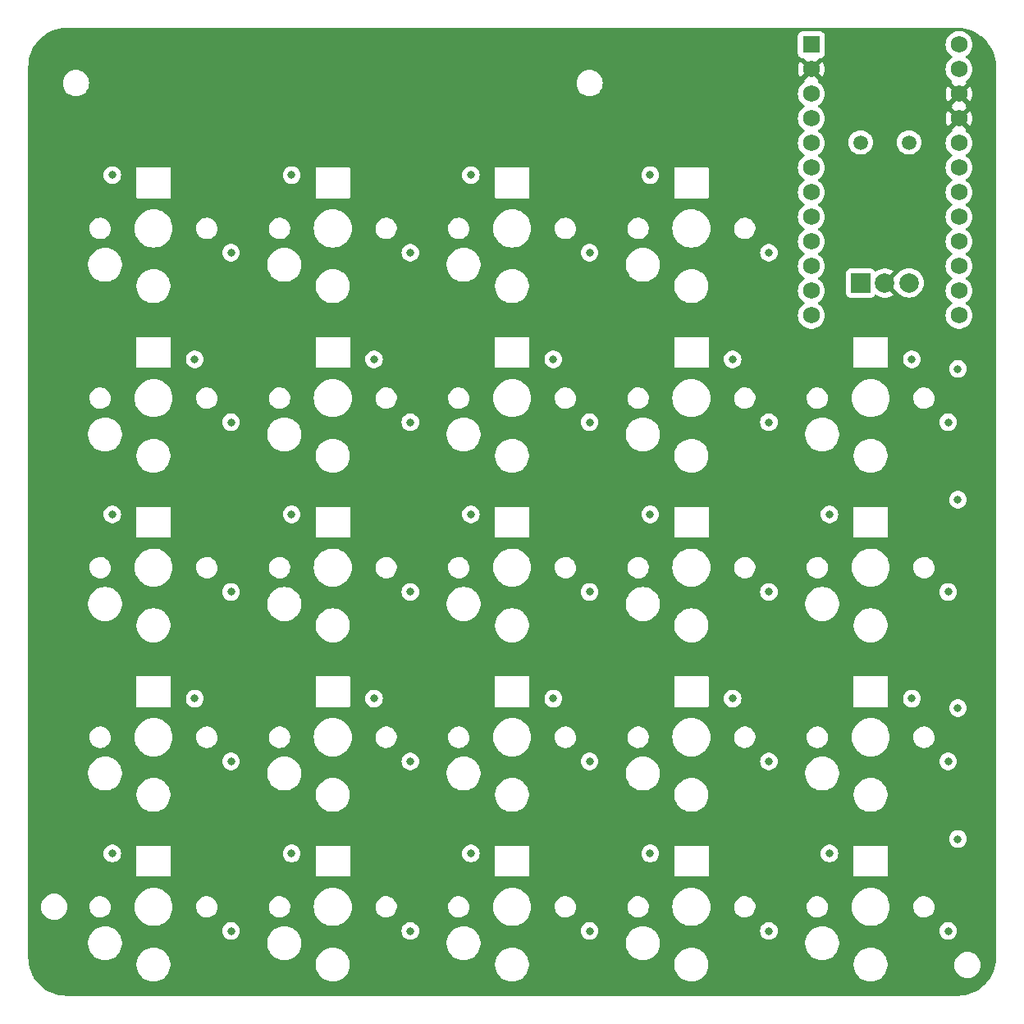
<source format=gbr>
%TF.GenerationSoftware,KiCad,Pcbnew,7.0.10*%
%TF.CreationDate,2024-03-08T11:43:41+01:00*%
%TF.ProjectId,eepypad,65657079-7061-4642-9e6b-696361645f70,1.0*%
%TF.SameCoordinates,Original*%
%TF.FileFunction,Copper,L3,Inr*%
%TF.FilePolarity,Positive*%
%FSLAX46Y46*%
G04 Gerber Fmt 4.6, Leading zero omitted, Abs format (unit mm)*
G04 Created by KiCad (PCBNEW 7.0.10) date 2024-03-08 11:43:41*
%MOMM*%
%LPD*%
G01*
G04 APERTURE LIST*
%TA.AperFunction,ComponentPad*%
%ADD10R,1.752600X1.752600*%
%TD*%
%TA.AperFunction,ComponentPad*%
%ADD11C,1.752600*%
%TD*%
%TA.AperFunction,ComponentPad*%
%ADD12C,1.500000*%
%TD*%
%TA.AperFunction,ComponentPad*%
%ADD13R,2.000000X2.000000*%
%TD*%
%TA.AperFunction,ComponentPad*%
%ADD14C,2.000000*%
%TD*%
%TA.AperFunction,ViaPad*%
%ADD15C,0.800000*%
%TD*%
G04 APERTURE END LIST*
D10*
%TO.N,RAW*%
%TO.C,MCU1*%
X167880000Y-61030000D03*
D11*
%TO.N,GND*%
X167880000Y-63570000D03*
%TO.N,RST*%
X167880000Y-66110000D03*
%TO.N,VCC*%
X167880000Y-68650000D03*
%TO.N,P21*%
X167880000Y-71190000D03*
%TO.N,P20*%
X167880000Y-73730000D03*
%TO.N,P19*%
X167880000Y-76270000D03*
%TO.N,P18*%
X167880000Y-78810000D03*
%TO.N,P15*%
X167880000Y-81350000D03*
%TO.N,P14*%
X167880000Y-83890000D03*
%TO.N,P16*%
X167880000Y-86430000D03*
%TO.N,P10*%
X167880000Y-88970000D03*
%TO.N,P1*%
X183120000Y-61030000D03*
%TO.N,P0*%
X183120000Y-63570000D03*
%TO.N,GND*%
X183120000Y-66110000D03*
X183120000Y-68650000D03*
%TO.N,P2*%
X183120000Y-71190000D03*
%TO.N,P3*%
X183120000Y-73730000D03*
%TO.N,P4*%
X183120000Y-76270000D03*
%TO.N,P5*%
X183120000Y-78810000D03*
%TO.N,P6*%
X183120000Y-81350000D03*
%TO.N,P7*%
X183120000Y-83890000D03*
%TO.N,P8*%
X183120000Y-86430000D03*
%TO.N,P9*%
X183120000Y-88970000D03*
%TD*%
D12*
%TO.N,five_five*%
%TO.C,ROT1*%
X172960000Y-71120000D03*
%TO.N,P9*%
X177960000Y-71120000D03*
D13*
%TO.N,P3*%
X172960000Y-85620000D03*
D14*
%TO.N,P4*%
X177960000Y-85620000D03*
%TO.N,GND*%
X175460000Y-85620000D03*
%TD*%
D15*
%TO.N,GND*%
X151500000Y-92000000D03*
X122500000Y-111000000D03*
X159000000Y-77000000D03*
X96000000Y-127000000D03*
X159500000Y-111000000D03*
X151500000Y-127000000D03*
X122500000Y-146000000D03*
X178000000Y-146000000D03*
X133000000Y-92000000D03*
X170000000Y-92000000D03*
X114500000Y-92000000D03*
X141000000Y-146000000D03*
X104000000Y-111000000D03*
X114500000Y-127000000D03*
X159500000Y-146000000D03*
X96000000Y-92000000D03*
X141000000Y-111000000D03*
X178000000Y-111000000D03*
X133000000Y-127000000D03*
X141000000Y-76000000D03*
X104000000Y-146000000D03*
X170000000Y-127000000D03*
X104000000Y-76000000D03*
X122500000Y-76000000D03*
%TO.N,P18*%
X108000000Y-152500000D03*
X108000000Y-100000000D03*
X108000000Y-82500000D03*
X108000000Y-135000000D03*
X108000000Y-117500000D03*
%TO.N,P15*%
X126500000Y-117500000D03*
X126500000Y-152500000D03*
X126500000Y-135000000D03*
X126500000Y-100000000D03*
X126500000Y-82500000D03*
%TO.N,P14*%
X145000000Y-117500000D03*
X145000000Y-135000000D03*
X145000000Y-100000000D03*
X145000000Y-152500000D03*
X145000000Y-82500000D03*
%TO.N,P16*%
X163500000Y-100000000D03*
X163500000Y-82500000D03*
X163500000Y-135000000D03*
X163500000Y-117500000D03*
X163500000Y-152500000D03*
%TO.N,P10*%
X182000000Y-152500000D03*
X182000000Y-100000000D03*
X182000000Y-135000000D03*
X182000000Y-117500000D03*
%TO.N,VCC*%
X178250000Y-128500000D03*
X104250000Y-128500000D03*
X132750000Y-144500000D03*
X114250000Y-109500000D03*
X132750000Y-109500000D03*
X95750000Y-109500000D03*
X122750000Y-93500000D03*
X122750000Y-128500000D03*
X141250000Y-93500000D03*
X159750000Y-93500000D03*
X151250000Y-144500000D03*
X159750000Y-128500000D03*
X95750000Y-74500000D03*
X132750000Y-74500000D03*
X114250000Y-144500000D03*
X178250000Y-93500000D03*
X104250000Y-93500000D03*
X114250000Y-74500000D03*
X141250000Y-128500000D03*
X151250000Y-74500000D03*
X169750000Y-109500000D03*
X95750000Y-144500000D03*
X151250000Y-109500000D03*
X169750000Y-144500000D03*
%TO.N,led_dout_five_two*%
X183000000Y-143000000D03*
X183000000Y-129500000D03*
%TO.N,led_dout_five_four*%
X183000000Y-108000000D03*
X183000000Y-94500000D03*
%TD*%
%TA.AperFunction,Conductor*%
%TO.N,GND*%
G36*
X183002855Y-59325632D02*
G01*
X183356390Y-59341976D01*
X183367779Y-59343032D01*
X183715457Y-59391531D01*
X183726701Y-59393633D01*
X184068419Y-59474004D01*
X184079409Y-59477131D01*
X184412275Y-59588697D01*
X184422929Y-59592825D01*
X184744065Y-59734620D01*
X184754292Y-59739712D01*
X184992694Y-59872501D01*
X185060970Y-59910531D01*
X185070708Y-59916560D01*
X185360315Y-60114944D01*
X185369452Y-60121845D01*
X185435301Y-60176525D01*
X185639508Y-60346097D01*
X185647972Y-60353813D01*
X185896186Y-60602027D01*
X185903902Y-60610491D01*
X186128152Y-60880544D01*
X186135055Y-60889684D01*
X186333439Y-61179291D01*
X186339468Y-61189029D01*
X186381631Y-61264725D01*
X186502198Y-61481185D01*
X186510280Y-61495694D01*
X186515385Y-61505947D01*
X186657169Y-61827057D01*
X186661307Y-61837737D01*
X186772864Y-62170577D01*
X186775998Y-62181593D01*
X186856364Y-62523290D01*
X186858469Y-62534549D01*
X186906966Y-62882212D01*
X186908023Y-62893616D01*
X186924368Y-63247144D01*
X186924500Y-63252871D01*
X186924500Y-155247128D01*
X186924368Y-155252855D01*
X186908023Y-155606383D01*
X186906966Y-155617787D01*
X186858469Y-155965450D01*
X186856364Y-155976709D01*
X186775998Y-156318406D01*
X186772864Y-156329422D01*
X186661307Y-156662262D01*
X186657169Y-156672942D01*
X186515385Y-156994052D01*
X186510280Y-157004305D01*
X186339468Y-157310970D01*
X186333439Y-157320708D01*
X186135055Y-157610315D01*
X186128152Y-157619455D01*
X185903902Y-157889508D01*
X185896186Y-157897972D01*
X185647972Y-158146186D01*
X185639508Y-158153902D01*
X185369455Y-158378152D01*
X185360315Y-158385055D01*
X185070708Y-158583439D01*
X185060970Y-158589468D01*
X184754305Y-158760280D01*
X184744052Y-158765385D01*
X184422942Y-158907169D01*
X184412262Y-158911307D01*
X184079422Y-159022864D01*
X184068406Y-159025998D01*
X183726709Y-159106364D01*
X183715450Y-159108469D01*
X183367787Y-159156966D01*
X183356383Y-159158023D01*
X183002855Y-159174368D01*
X182997128Y-159174500D01*
X91002872Y-159174500D01*
X90997145Y-159174368D01*
X90643616Y-159158023D01*
X90632212Y-159156966D01*
X90284549Y-159108469D01*
X90273290Y-159106364D01*
X89931593Y-159025998D01*
X89920577Y-159022864D01*
X89587737Y-158911307D01*
X89577057Y-158907169D01*
X89255947Y-158765385D01*
X89245699Y-158760282D01*
X89145827Y-158704654D01*
X88939029Y-158589468D01*
X88929291Y-158583439D01*
X88639684Y-158385055D01*
X88630544Y-158378152D01*
X88360491Y-158153902D01*
X88352027Y-158146186D01*
X88103813Y-157897972D01*
X88096097Y-157889508D01*
X87939146Y-157700500D01*
X87871845Y-157619452D01*
X87864944Y-157610315D01*
X87811001Y-157531568D01*
X87721140Y-157400386D01*
X87666560Y-157320708D01*
X87660531Y-157310970D01*
X87618369Y-157235275D01*
X87489712Y-157004292D01*
X87484620Y-156994065D01*
X87342825Y-156672929D01*
X87338697Y-156662275D01*
X87227131Y-156329409D01*
X87224004Y-156318419D01*
X87168208Y-156081187D01*
X98249500Y-156081187D01*
X98265010Y-156184085D01*
X98288604Y-156340615D01*
X98288605Y-156340617D01*
X98288606Y-156340623D01*
X98365938Y-156591326D01*
X98479767Y-156827696D01*
X98479768Y-156827697D01*
X98479770Y-156827700D01*
X98479772Y-156827704D01*
X98623487Y-157038495D01*
X98627567Y-157044479D01*
X98806014Y-157236801D01*
X98806018Y-157236804D01*
X98806019Y-157236805D01*
X99011143Y-157400386D01*
X99238357Y-157531568D01*
X99482584Y-157627420D01*
X99738370Y-157685802D01*
X99738376Y-157685802D01*
X99738379Y-157685803D01*
X99934484Y-157700499D01*
X99934503Y-157700499D01*
X99934506Y-157700500D01*
X99934508Y-157700500D01*
X100065492Y-157700500D01*
X100065494Y-157700500D01*
X100065496Y-157700499D01*
X100065515Y-157700499D01*
X100261620Y-157685803D01*
X100261622Y-157685802D01*
X100261630Y-157685802D01*
X100517416Y-157627420D01*
X100761643Y-157531568D01*
X100988857Y-157400386D01*
X101193981Y-157236805D01*
X101372433Y-157044479D01*
X101520228Y-156827704D01*
X101634063Y-156591323D01*
X101711396Y-156340615D01*
X101750499Y-156081187D01*
X116749500Y-156081187D01*
X116765010Y-156184085D01*
X116788604Y-156340615D01*
X116788605Y-156340617D01*
X116788606Y-156340623D01*
X116865938Y-156591326D01*
X116979767Y-156827696D01*
X116979768Y-156827697D01*
X116979770Y-156827700D01*
X116979772Y-156827704D01*
X117123487Y-157038495D01*
X117127567Y-157044479D01*
X117306014Y-157236801D01*
X117306018Y-157236804D01*
X117306019Y-157236805D01*
X117511143Y-157400386D01*
X117738357Y-157531568D01*
X117982584Y-157627420D01*
X118238370Y-157685802D01*
X118238376Y-157685802D01*
X118238379Y-157685803D01*
X118434484Y-157700499D01*
X118434503Y-157700499D01*
X118434506Y-157700500D01*
X118434508Y-157700500D01*
X118565492Y-157700500D01*
X118565494Y-157700500D01*
X118565496Y-157700499D01*
X118565515Y-157700499D01*
X118761620Y-157685803D01*
X118761622Y-157685802D01*
X118761630Y-157685802D01*
X119017416Y-157627420D01*
X119261643Y-157531568D01*
X119488857Y-157400386D01*
X119693981Y-157236805D01*
X119872433Y-157044479D01*
X120020228Y-156827704D01*
X120134063Y-156591323D01*
X120211396Y-156340615D01*
X120250499Y-156081187D01*
X135249500Y-156081187D01*
X135265010Y-156184085D01*
X135288604Y-156340615D01*
X135288605Y-156340617D01*
X135288606Y-156340623D01*
X135365938Y-156591326D01*
X135479767Y-156827696D01*
X135479768Y-156827697D01*
X135479770Y-156827700D01*
X135479772Y-156827704D01*
X135623487Y-157038495D01*
X135627567Y-157044479D01*
X135806014Y-157236801D01*
X135806018Y-157236804D01*
X135806019Y-157236805D01*
X136011143Y-157400386D01*
X136238357Y-157531568D01*
X136482584Y-157627420D01*
X136738370Y-157685802D01*
X136738376Y-157685802D01*
X136738379Y-157685803D01*
X136934484Y-157700499D01*
X136934503Y-157700499D01*
X136934506Y-157700500D01*
X136934508Y-157700500D01*
X137065492Y-157700500D01*
X137065494Y-157700500D01*
X137065496Y-157700499D01*
X137065515Y-157700499D01*
X137261620Y-157685803D01*
X137261622Y-157685802D01*
X137261630Y-157685802D01*
X137517416Y-157627420D01*
X137761643Y-157531568D01*
X137988857Y-157400386D01*
X138193981Y-157236805D01*
X138372433Y-157044479D01*
X138520228Y-156827704D01*
X138634063Y-156591323D01*
X138711396Y-156340615D01*
X138750499Y-156081187D01*
X153749500Y-156081187D01*
X153765010Y-156184085D01*
X153788604Y-156340615D01*
X153788605Y-156340617D01*
X153788606Y-156340623D01*
X153865938Y-156591326D01*
X153979767Y-156827696D01*
X153979768Y-156827697D01*
X153979770Y-156827700D01*
X153979772Y-156827704D01*
X154123487Y-157038495D01*
X154127567Y-157044479D01*
X154306014Y-157236801D01*
X154306018Y-157236804D01*
X154306019Y-157236805D01*
X154511143Y-157400386D01*
X154738357Y-157531568D01*
X154982584Y-157627420D01*
X155238370Y-157685802D01*
X155238376Y-157685802D01*
X155238379Y-157685803D01*
X155434484Y-157700499D01*
X155434503Y-157700499D01*
X155434506Y-157700500D01*
X155434508Y-157700500D01*
X155565492Y-157700500D01*
X155565494Y-157700500D01*
X155565496Y-157700499D01*
X155565515Y-157700499D01*
X155761620Y-157685803D01*
X155761622Y-157685802D01*
X155761630Y-157685802D01*
X156017416Y-157627420D01*
X156261643Y-157531568D01*
X156488857Y-157400386D01*
X156693981Y-157236805D01*
X156872433Y-157044479D01*
X157020228Y-156827704D01*
X157134063Y-156591323D01*
X157211396Y-156340615D01*
X157250499Y-156081187D01*
X172249500Y-156081187D01*
X172265010Y-156184085D01*
X172288604Y-156340615D01*
X172288605Y-156340617D01*
X172288606Y-156340623D01*
X172365938Y-156591326D01*
X172479767Y-156827696D01*
X172479768Y-156827697D01*
X172479770Y-156827700D01*
X172479772Y-156827704D01*
X172623487Y-157038495D01*
X172627567Y-157044479D01*
X172806014Y-157236801D01*
X172806018Y-157236804D01*
X172806019Y-157236805D01*
X173011143Y-157400386D01*
X173238357Y-157531568D01*
X173482584Y-157627420D01*
X173738370Y-157685802D01*
X173738376Y-157685802D01*
X173738379Y-157685803D01*
X173934484Y-157700499D01*
X173934503Y-157700499D01*
X173934506Y-157700500D01*
X173934508Y-157700500D01*
X174065492Y-157700500D01*
X174065494Y-157700500D01*
X174065496Y-157700499D01*
X174065515Y-157700499D01*
X174261620Y-157685803D01*
X174261622Y-157685802D01*
X174261630Y-157685802D01*
X174517416Y-157627420D01*
X174761643Y-157531568D01*
X174988857Y-157400386D01*
X175193981Y-157236805D01*
X175372433Y-157044479D01*
X175520228Y-156827704D01*
X175634063Y-156591323D01*
X175711396Y-156340615D01*
X175750500Y-156081182D01*
X175750500Y-156000000D01*
X182644341Y-156000000D01*
X182664936Y-156235403D01*
X182664938Y-156235413D01*
X182726094Y-156463655D01*
X182726096Y-156463659D01*
X182726097Y-156463663D01*
X182776031Y-156570746D01*
X182825964Y-156677828D01*
X182825965Y-156677830D01*
X182961505Y-156871402D01*
X183128597Y-157038494D01*
X183322169Y-157174034D01*
X183322171Y-157174035D01*
X183536337Y-157273903D01*
X183764592Y-157335063D01*
X183941032Y-157350499D01*
X183941033Y-157350500D01*
X183941034Y-157350500D01*
X184058967Y-157350500D01*
X184058967Y-157350499D01*
X184235408Y-157335063D01*
X184463663Y-157273903D01*
X184677829Y-157174035D01*
X184871401Y-157038495D01*
X185038495Y-156871401D01*
X185174035Y-156677830D01*
X185273903Y-156463663D01*
X185335063Y-156235408D01*
X185355659Y-156000000D01*
X185335063Y-155764592D01*
X185273903Y-155536337D01*
X185174035Y-155322171D01*
X185174034Y-155322169D01*
X185038494Y-155128597D01*
X184871402Y-154961505D01*
X184677830Y-154825965D01*
X184677828Y-154825964D01*
X184570746Y-154776031D01*
X184463663Y-154726097D01*
X184463659Y-154726096D01*
X184463655Y-154726094D01*
X184235413Y-154664938D01*
X184235403Y-154664936D01*
X184058967Y-154649500D01*
X184058966Y-154649500D01*
X183941034Y-154649500D01*
X183941033Y-154649500D01*
X183764596Y-154664936D01*
X183764586Y-154664938D01*
X183536344Y-154726094D01*
X183536335Y-154726098D01*
X183322171Y-154825964D01*
X183322169Y-154825965D01*
X183128597Y-154961505D01*
X182961506Y-155128597D01*
X182961501Y-155128604D01*
X182825967Y-155322165D01*
X182825965Y-155322169D01*
X182726098Y-155536335D01*
X182726094Y-155536344D01*
X182664938Y-155764586D01*
X182664936Y-155764596D01*
X182644341Y-155999999D01*
X182644341Y-156000000D01*
X175750500Y-156000000D01*
X175750500Y-155818818D01*
X175711396Y-155559385D01*
X175634063Y-155308677D01*
X175581913Y-155200386D01*
X175520232Y-155072303D01*
X175520231Y-155072302D01*
X175520230Y-155072301D01*
X175520228Y-155072296D01*
X175372433Y-154855521D01*
X175345008Y-154825964D01*
X175193985Y-154663198D01*
X175149467Y-154627696D01*
X174988857Y-154499614D01*
X174761643Y-154368432D01*
X174517416Y-154272580D01*
X174517411Y-154272578D01*
X174517402Y-154272576D01*
X174299818Y-154222914D01*
X174261630Y-154214198D01*
X174261629Y-154214197D01*
X174261625Y-154214197D01*
X174261620Y-154214196D01*
X174065515Y-154199500D01*
X174065494Y-154199500D01*
X173934506Y-154199500D01*
X173934484Y-154199500D01*
X173738379Y-154214196D01*
X173738374Y-154214197D01*
X173482597Y-154272576D01*
X173482578Y-154272582D01*
X173238356Y-154368432D01*
X173011143Y-154499614D01*
X172806014Y-154663198D01*
X172627567Y-154855520D01*
X172479768Y-155072302D01*
X172479767Y-155072303D01*
X172365938Y-155308673D01*
X172288606Y-155559376D01*
X172288605Y-155559381D01*
X172288604Y-155559385D01*
X172279801Y-155617787D01*
X172249500Y-155818812D01*
X172249500Y-156081187D01*
X157250499Y-156081187D01*
X157250500Y-156081182D01*
X157250500Y-155818818D01*
X157211396Y-155559385D01*
X157134063Y-155308677D01*
X157081913Y-155200386D01*
X157020232Y-155072303D01*
X157020231Y-155072302D01*
X157020230Y-155072301D01*
X157020228Y-155072296D01*
X156872433Y-154855521D01*
X156845008Y-154825964D01*
X156693985Y-154663198D01*
X156649467Y-154627696D01*
X156488857Y-154499614D01*
X156261643Y-154368432D01*
X156017416Y-154272580D01*
X156017411Y-154272578D01*
X156017402Y-154272576D01*
X155799818Y-154222914D01*
X155761630Y-154214198D01*
X155761629Y-154214197D01*
X155761625Y-154214197D01*
X155761620Y-154214196D01*
X155565515Y-154199500D01*
X155565494Y-154199500D01*
X155434506Y-154199500D01*
X155434484Y-154199500D01*
X155238379Y-154214196D01*
X155238374Y-154214197D01*
X154982597Y-154272576D01*
X154982578Y-154272582D01*
X154738356Y-154368432D01*
X154511143Y-154499614D01*
X154306014Y-154663198D01*
X154127567Y-154855520D01*
X153979768Y-155072302D01*
X153979767Y-155072303D01*
X153865938Y-155308673D01*
X153788606Y-155559376D01*
X153788605Y-155559381D01*
X153788604Y-155559385D01*
X153779801Y-155617787D01*
X153749500Y-155818812D01*
X153749500Y-156081187D01*
X138750499Y-156081187D01*
X138750500Y-156081182D01*
X138750500Y-155818818D01*
X138711396Y-155559385D01*
X138634063Y-155308677D01*
X138581913Y-155200386D01*
X138520232Y-155072303D01*
X138520231Y-155072302D01*
X138520230Y-155072301D01*
X138520228Y-155072296D01*
X138372433Y-154855521D01*
X138345008Y-154825964D01*
X138193985Y-154663198D01*
X138149467Y-154627696D01*
X137988857Y-154499614D01*
X137761643Y-154368432D01*
X137517416Y-154272580D01*
X137517411Y-154272578D01*
X137517402Y-154272576D01*
X137299818Y-154222914D01*
X137261630Y-154214198D01*
X137261629Y-154214197D01*
X137261625Y-154214197D01*
X137261620Y-154214196D01*
X137065515Y-154199500D01*
X137065494Y-154199500D01*
X136934506Y-154199500D01*
X136934484Y-154199500D01*
X136738379Y-154214196D01*
X136738374Y-154214197D01*
X136482597Y-154272576D01*
X136482578Y-154272582D01*
X136238356Y-154368432D01*
X136011143Y-154499614D01*
X135806014Y-154663198D01*
X135627567Y-154855520D01*
X135479768Y-155072302D01*
X135479767Y-155072303D01*
X135365938Y-155308673D01*
X135288606Y-155559376D01*
X135288605Y-155559381D01*
X135288604Y-155559385D01*
X135279801Y-155617787D01*
X135249500Y-155818812D01*
X135249500Y-156081187D01*
X120250499Y-156081187D01*
X120250500Y-156081182D01*
X120250500Y-155818818D01*
X120211396Y-155559385D01*
X120134063Y-155308677D01*
X120081913Y-155200386D01*
X120020232Y-155072303D01*
X120020231Y-155072302D01*
X120020230Y-155072301D01*
X120020228Y-155072296D01*
X119872433Y-154855521D01*
X119845008Y-154825964D01*
X119693985Y-154663198D01*
X119649467Y-154627696D01*
X119488857Y-154499614D01*
X119261643Y-154368432D01*
X119017416Y-154272580D01*
X119017411Y-154272578D01*
X119017402Y-154272576D01*
X118799818Y-154222914D01*
X118761630Y-154214198D01*
X118761629Y-154214197D01*
X118761625Y-154214197D01*
X118761620Y-154214196D01*
X118565515Y-154199500D01*
X118565494Y-154199500D01*
X118434506Y-154199500D01*
X118434484Y-154199500D01*
X118238379Y-154214196D01*
X118238374Y-154214197D01*
X117982597Y-154272576D01*
X117982578Y-154272582D01*
X117738356Y-154368432D01*
X117511143Y-154499614D01*
X117306014Y-154663198D01*
X117127567Y-154855520D01*
X116979768Y-155072302D01*
X116979767Y-155072303D01*
X116865938Y-155308673D01*
X116788606Y-155559376D01*
X116788605Y-155559381D01*
X116788604Y-155559385D01*
X116779801Y-155617787D01*
X116749500Y-155818812D01*
X116749500Y-156081187D01*
X101750499Y-156081187D01*
X101750500Y-156081182D01*
X101750500Y-155818818D01*
X101711396Y-155559385D01*
X101634063Y-155308677D01*
X101581913Y-155200386D01*
X101520232Y-155072303D01*
X101520231Y-155072302D01*
X101520230Y-155072301D01*
X101520228Y-155072296D01*
X101372433Y-154855521D01*
X101345008Y-154825964D01*
X101193985Y-154663198D01*
X101149467Y-154627696D01*
X100988857Y-154499614D01*
X100761643Y-154368432D01*
X100517416Y-154272580D01*
X100517411Y-154272578D01*
X100517402Y-154272576D01*
X100299818Y-154222914D01*
X100261630Y-154214198D01*
X100261629Y-154214197D01*
X100261625Y-154214197D01*
X100261620Y-154214196D01*
X100065515Y-154199500D01*
X100065494Y-154199500D01*
X99934506Y-154199500D01*
X99934484Y-154199500D01*
X99738379Y-154214196D01*
X99738374Y-154214197D01*
X99482597Y-154272576D01*
X99482578Y-154272582D01*
X99238356Y-154368432D01*
X99011143Y-154499614D01*
X98806014Y-154663198D01*
X98627567Y-154855520D01*
X98479768Y-155072302D01*
X98479767Y-155072303D01*
X98365938Y-155308673D01*
X98288606Y-155559376D01*
X98288605Y-155559381D01*
X98288604Y-155559385D01*
X98279801Y-155617787D01*
X98249500Y-155818812D01*
X98249500Y-156081187D01*
X87168208Y-156081187D01*
X87143633Y-155976701D01*
X87141530Y-155965450D01*
X87113511Y-155764592D01*
X87093032Y-155617779D01*
X87091976Y-155606383D01*
X87089803Y-155559385D01*
X87075632Y-155252855D01*
X87075500Y-155247128D01*
X87075500Y-153881187D01*
X93249500Y-153881187D01*
X93269794Y-154015823D01*
X93288604Y-154140615D01*
X93288605Y-154140617D01*
X93288606Y-154140623D01*
X93365938Y-154391326D01*
X93479767Y-154627696D01*
X93479768Y-154627697D01*
X93479770Y-154627700D01*
X93479772Y-154627704D01*
X93546856Y-154726098D01*
X93627567Y-154844479D01*
X93806014Y-155036801D01*
X93806018Y-155036804D01*
X93806019Y-155036805D01*
X94011143Y-155200386D01*
X94238357Y-155331568D01*
X94482584Y-155427420D01*
X94738370Y-155485802D01*
X94738376Y-155485802D01*
X94738379Y-155485803D01*
X94934484Y-155500499D01*
X94934503Y-155500499D01*
X94934506Y-155500500D01*
X94934508Y-155500500D01*
X95065492Y-155500500D01*
X95065494Y-155500500D01*
X95065496Y-155500499D01*
X95065515Y-155500499D01*
X95261620Y-155485803D01*
X95261622Y-155485802D01*
X95261630Y-155485802D01*
X95517416Y-155427420D01*
X95761643Y-155331568D01*
X95988857Y-155200386D01*
X96193981Y-155036805D01*
X96372433Y-154844479D01*
X96520228Y-154627704D01*
X96634063Y-154391323D01*
X96711396Y-154140615D01*
X96750499Y-153881187D01*
X111749500Y-153881187D01*
X111769794Y-154015823D01*
X111788604Y-154140615D01*
X111788605Y-154140617D01*
X111788606Y-154140623D01*
X111865938Y-154391326D01*
X111979767Y-154627696D01*
X111979768Y-154627697D01*
X111979770Y-154627700D01*
X111979772Y-154627704D01*
X112046856Y-154726098D01*
X112127567Y-154844479D01*
X112306014Y-155036801D01*
X112306018Y-155036804D01*
X112306019Y-155036805D01*
X112511143Y-155200386D01*
X112738357Y-155331568D01*
X112982584Y-155427420D01*
X113238370Y-155485802D01*
X113238376Y-155485802D01*
X113238379Y-155485803D01*
X113434484Y-155500499D01*
X113434503Y-155500499D01*
X113434506Y-155500500D01*
X113434508Y-155500500D01*
X113565492Y-155500500D01*
X113565494Y-155500500D01*
X113565496Y-155500499D01*
X113565515Y-155500499D01*
X113761620Y-155485803D01*
X113761622Y-155485802D01*
X113761630Y-155485802D01*
X114017416Y-155427420D01*
X114261643Y-155331568D01*
X114488857Y-155200386D01*
X114693981Y-155036805D01*
X114872433Y-154844479D01*
X115020228Y-154627704D01*
X115134063Y-154391323D01*
X115211396Y-154140615D01*
X115250499Y-153881187D01*
X130249500Y-153881187D01*
X130269794Y-154015823D01*
X130288604Y-154140615D01*
X130288605Y-154140617D01*
X130288606Y-154140623D01*
X130365938Y-154391326D01*
X130479767Y-154627696D01*
X130479768Y-154627697D01*
X130479770Y-154627700D01*
X130479772Y-154627704D01*
X130546856Y-154726098D01*
X130627567Y-154844479D01*
X130806014Y-155036801D01*
X130806018Y-155036804D01*
X130806019Y-155036805D01*
X131011143Y-155200386D01*
X131238357Y-155331568D01*
X131482584Y-155427420D01*
X131738370Y-155485802D01*
X131738376Y-155485802D01*
X131738379Y-155485803D01*
X131934484Y-155500499D01*
X131934503Y-155500499D01*
X131934506Y-155500500D01*
X131934508Y-155500500D01*
X132065492Y-155500500D01*
X132065494Y-155500500D01*
X132065496Y-155500499D01*
X132065515Y-155500499D01*
X132261620Y-155485803D01*
X132261622Y-155485802D01*
X132261630Y-155485802D01*
X132517416Y-155427420D01*
X132761643Y-155331568D01*
X132988857Y-155200386D01*
X133193981Y-155036805D01*
X133372433Y-154844479D01*
X133520228Y-154627704D01*
X133634063Y-154391323D01*
X133711396Y-154140615D01*
X133750499Y-153881187D01*
X148749500Y-153881187D01*
X148769794Y-154015823D01*
X148788604Y-154140615D01*
X148788605Y-154140617D01*
X148788606Y-154140623D01*
X148865938Y-154391326D01*
X148979767Y-154627696D01*
X148979768Y-154627697D01*
X148979770Y-154627700D01*
X148979772Y-154627704D01*
X149046856Y-154726098D01*
X149127567Y-154844479D01*
X149306014Y-155036801D01*
X149306018Y-155036804D01*
X149306019Y-155036805D01*
X149511143Y-155200386D01*
X149738357Y-155331568D01*
X149982584Y-155427420D01*
X150238370Y-155485802D01*
X150238376Y-155485802D01*
X150238379Y-155485803D01*
X150434484Y-155500499D01*
X150434503Y-155500499D01*
X150434506Y-155500500D01*
X150434508Y-155500500D01*
X150565492Y-155500500D01*
X150565494Y-155500500D01*
X150565496Y-155500499D01*
X150565515Y-155500499D01*
X150761620Y-155485803D01*
X150761622Y-155485802D01*
X150761630Y-155485802D01*
X151017416Y-155427420D01*
X151261643Y-155331568D01*
X151488857Y-155200386D01*
X151693981Y-155036805D01*
X151872433Y-154844479D01*
X152020228Y-154627704D01*
X152134063Y-154391323D01*
X152211396Y-154140615D01*
X152250499Y-153881187D01*
X167249500Y-153881187D01*
X167269794Y-154015823D01*
X167288604Y-154140615D01*
X167288605Y-154140617D01*
X167288606Y-154140623D01*
X167365938Y-154391326D01*
X167479767Y-154627696D01*
X167479768Y-154627697D01*
X167479770Y-154627700D01*
X167479772Y-154627704D01*
X167546856Y-154726098D01*
X167627567Y-154844479D01*
X167806014Y-155036801D01*
X167806018Y-155036804D01*
X167806019Y-155036805D01*
X168011143Y-155200386D01*
X168238357Y-155331568D01*
X168482584Y-155427420D01*
X168738370Y-155485802D01*
X168738376Y-155485802D01*
X168738379Y-155485803D01*
X168934484Y-155500499D01*
X168934503Y-155500499D01*
X168934506Y-155500500D01*
X168934508Y-155500500D01*
X169065492Y-155500500D01*
X169065494Y-155500500D01*
X169065496Y-155500499D01*
X169065515Y-155500499D01*
X169261620Y-155485803D01*
X169261622Y-155485802D01*
X169261630Y-155485802D01*
X169517416Y-155427420D01*
X169761643Y-155331568D01*
X169988857Y-155200386D01*
X170193981Y-155036805D01*
X170372433Y-154844479D01*
X170520228Y-154627704D01*
X170634063Y-154391323D01*
X170711396Y-154140615D01*
X170750500Y-153881182D01*
X170750500Y-153618818D01*
X170711396Y-153359385D01*
X170634063Y-153108677D01*
X170599517Y-153036942D01*
X170520232Y-152872303D01*
X170520231Y-152872302D01*
X170520230Y-152872301D01*
X170520228Y-152872296D01*
X170372433Y-152655521D01*
X170362441Y-152644753D01*
X170228132Y-152500000D01*
X181086496Y-152500000D01*
X181106458Y-152689928D01*
X181106459Y-152689931D01*
X181165470Y-152871549D01*
X181165473Y-152871556D01*
X181260960Y-153036944D01*
X181388747Y-153178866D01*
X181543248Y-153291118D01*
X181717712Y-153368794D01*
X181904513Y-153408500D01*
X182095487Y-153408500D01*
X182282288Y-153368794D01*
X182456752Y-153291118D01*
X182611253Y-153178866D01*
X182739040Y-153036944D01*
X182834527Y-152871556D01*
X182893542Y-152689928D01*
X182913504Y-152500000D01*
X182893542Y-152310072D01*
X182834527Y-152128444D01*
X182739040Y-151963056D01*
X182611253Y-151821134D01*
X182456752Y-151708882D01*
X182282288Y-151631206D01*
X182282286Y-151631205D01*
X182095487Y-151591500D01*
X181904513Y-151591500D01*
X181717714Y-151631205D01*
X181543246Y-151708883D01*
X181388745Y-151821135D01*
X181260959Y-151963057D01*
X181165473Y-152128443D01*
X181165470Y-152128450D01*
X181109856Y-152299614D01*
X181106458Y-152310072D01*
X181086496Y-152500000D01*
X170228132Y-152500000D01*
X170193985Y-152463198D01*
X170154533Y-152431736D01*
X169988857Y-152299614D01*
X169761643Y-152168432D01*
X169517416Y-152072580D01*
X169517411Y-152072578D01*
X169517402Y-152072576D01*
X169299818Y-152022914D01*
X169261630Y-152014198D01*
X169261629Y-152014197D01*
X169261625Y-152014197D01*
X169261620Y-152014196D01*
X169065515Y-151999500D01*
X169065494Y-151999500D01*
X168934506Y-151999500D01*
X168934484Y-151999500D01*
X168738379Y-152014196D01*
X168738374Y-152014197D01*
X168482597Y-152072576D01*
X168482578Y-152072582D01*
X168238356Y-152168432D01*
X168011143Y-152299614D01*
X167806014Y-152463198D01*
X167627567Y-152655520D01*
X167479768Y-152872302D01*
X167479767Y-152872303D01*
X167365938Y-153108673D01*
X167288606Y-153359376D01*
X167288605Y-153359381D01*
X167288604Y-153359385D01*
X167287186Y-153368794D01*
X167249500Y-153618812D01*
X167249500Y-153881187D01*
X152250499Y-153881187D01*
X152250500Y-153881182D01*
X152250500Y-153618818D01*
X152211396Y-153359385D01*
X152134063Y-153108677D01*
X152099517Y-153036942D01*
X152020232Y-152872303D01*
X152020231Y-152872302D01*
X152020230Y-152872301D01*
X152020228Y-152872296D01*
X151872433Y-152655521D01*
X151862441Y-152644753D01*
X151728132Y-152500000D01*
X162586496Y-152500000D01*
X162606458Y-152689928D01*
X162606459Y-152689931D01*
X162665470Y-152871549D01*
X162665473Y-152871556D01*
X162760960Y-153036944D01*
X162888747Y-153178866D01*
X163043248Y-153291118D01*
X163217712Y-153368794D01*
X163404513Y-153408500D01*
X163595487Y-153408500D01*
X163782288Y-153368794D01*
X163956752Y-153291118D01*
X164111253Y-153178866D01*
X164239040Y-153036944D01*
X164334527Y-152871556D01*
X164393542Y-152689928D01*
X164413504Y-152500000D01*
X164393542Y-152310072D01*
X164334527Y-152128444D01*
X164239040Y-151963056D01*
X164111253Y-151821134D01*
X163956752Y-151708882D01*
X163782288Y-151631206D01*
X163782286Y-151631205D01*
X163595487Y-151591500D01*
X163404513Y-151591500D01*
X163217714Y-151631205D01*
X163043246Y-151708883D01*
X162888745Y-151821135D01*
X162760959Y-151963057D01*
X162665473Y-152128443D01*
X162665470Y-152128450D01*
X162609856Y-152299614D01*
X162606458Y-152310072D01*
X162586496Y-152500000D01*
X151728132Y-152500000D01*
X151693985Y-152463198D01*
X151654533Y-152431736D01*
X151488857Y-152299614D01*
X151261643Y-152168432D01*
X151017416Y-152072580D01*
X151017411Y-152072578D01*
X151017402Y-152072576D01*
X150799818Y-152022914D01*
X150761630Y-152014198D01*
X150761629Y-152014197D01*
X150761625Y-152014197D01*
X150761620Y-152014196D01*
X150565515Y-151999500D01*
X150565494Y-151999500D01*
X150434506Y-151999500D01*
X150434484Y-151999500D01*
X150238379Y-152014196D01*
X150238374Y-152014197D01*
X149982597Y-152072576D01*
X149982578Y-152072582D01*
X149738356Y-152168432D01*
X149511143Y-152299614D01*
X149306014Y-152463198D01*
X149127567Y-152655520D01*
X148979768Y-152872302D01*
X148979767Y-152872303D01*
X148865938Y-153108673D01*
X148788606Y-153359376D01*
X148788605Y-153359381D01*
X148788604Y-153359385D01*
X148787186Y-153368794D01*
X148749500Y-153618812D01*
X148749500Y-153881187D01*
X133750499Y-153881187D01*
X133750500Y-153881182D01*
X133750500Y-153618818D01*
X133711396Y-153359385D01*
X133634063Y-153108677D01*
X133599517Y-153036942D01*
X133520232Y-152872303D01*
X133520231Y-152872302D01*
X133520230Y-152872301D01*
X133520228Y-152872296D01*
X133372433Y-152655521D01*
X133362441Y-152644753D01*
X133228132Y-152500000D01*
X144086496Y-152500000D01*
X144106458Y-152689928D01*
X144106459Y-152689931D01*
X144165470Y-152871549D01*
X144165473Y-152871556D01*
X144260960Y-153036944D01*
X144388747Y-153178866D01*
X144543248Y-153291118D01*
X144717712Y-153368794D01*
X144904513Y-153408500D01*
X145095487Y-153408500D01*
X145282288Y-153368794D01*
X145456752Y-153291118D01*
X145611253Y-153178866D01*
X145739040Y-153036944D01*
X145834527Y-152871556D01*
X145893542Y-152689928D01*
X145913504Y-152500000D01*
X145893542Y-152310072D01*
X145834527Y-152128444D01*
X145739040Y-151963056D01*
X145611253Y-151821134D01*
X145456752Y-151708882D01*
X145282288Y-151631206D01*
X145282286Y-151631205D01*
X145095487Y-151591500D01*
X144904513Y-151591500D01*
X144717714Y-151631205D01*
X144543246Y-151708883D01*
X144388745Y-151821135D01*
X144260959Y-151963057D01*
X144165473Y-152128443D01*
X144165470Y-152128450D01*
X144109856Y-152299614D01*
X144106458Y-152310072D01*
X144086496Y-152500000D01*
X133228132Y-152500000D01*
X133193985Y-152463198D01*
X133154533Y-152431736D01*
X132988857Y-152299614D01*
X132761643Y-152168432D01*
X132517416Y-152072580D01*
X132517411Y-152072578D01*
X132517402Y-152072576D01*
X132299818Y-152022914D01*
X132261630Y-152014198D01*
X132261629Y-152014197D01*
X132261625Y-152014197D01*
X132261620Y-152014196D01*
X132065515Y-151999500D01*
X132065494Y-151999500D01*
X131934506Y-151999500D01*
X131934484Y-151999500D01*
X131738379Y-152014196D01*
X131738374Y-152014197D01*
X131482597Y-152072576D01*
X131482578Y-152072582D01*
X131238356Y-152168432D01*
X131011143Y-152299614D01*
X130806014Y-152463198D01*
X130627567Y-152655520D01*
X130479768Y-152872302D01*
X130479767Y-152872303D01*
X130365938Y-153108673D01*
X130288606Y-153359376D01*
X130288605Y-153359381D01*
X130288604Y-153359385D01*
X130287186Y-153368794D01*
X130249500Y-153618812D01*
X130249500Y-153881187D01*
X115250499Y-153881187D01*
X115250500Y-153881182D01*
X115250500Y-153618818D01*
X115211396Y-153359385D01*
X115134063Y-153108677D01*
X115099517Y-153036942D01*
X115020232Y-152872303D01*
X115020231Y-152872302D01*
X115020230Y-152872301D01*
X115020228Y-152872296D01*
X114872433Y-152655521D01*
X114862441Y-152644753D01*
X114728132Y-152500000D01*
X125586496Y-152500000D01*
X125606458Y-152689928D01*
X125606459Y-152689931D01*
X125665470Y-152871549D01*
X125665473Y-152871556D01*
X125760960Y-153036944D01*
X125888747Y-153178866D01*
X126043248Y-153291118D01*
X126217712Y-153368794D01*
X126404513Y-153408500D01*
X126595487Y-153408500D01*
X126782288Y-153368794D01*
X126956752Y-153291118D01*
X127111253Y-153178866D01*
X127239040Y-153036944D01*
X127334527Y-152871556D01*
X127393542Y-152689928D01*
X127413504Y-152500000D01*
X127393542Y-152310072D01*
X127334527Y-152128444D01*
X127239040Y-151963056D01*
X127111253Y-151821134D01*
X126956752Y-151708882D01*
X126782288Y-151631206D01*
X126782286Y-151631205D01*
X126595487Y-151591500D01*
X126404513Y-151591500D01*
X126217714Y-151631205D01*
X126043246Y-151708883D01*
X125888745Y-151821135D01*
X125760959Y-151963057D01*
X125665473Y-152128443D01*
X125665470Y-152128450D01*
X125609856Y-152299614D01*
X125606458Y-152310072D01*
X125586496Y-152500000D01*
X114728132Y-152500000D01*
X114693985Y-152463198D01*
X114654533Y-152431736D01*
X114488857Y-152299614D01*
X114261643Y-152168432D01*
X114017416Y-152072580D01*
X114017411Y-152072578D01*
X114017402Y-152072576D01*
X113799818Y-152022914D01*
X113761630Y-152014198D01*
X113761629Y-152014197D01*
X113761625Y-152014197D01*
X113761620Y-152014196D01*
X113565515Y-151999500D01*
X113565494Y-151999500D01*
X113434506Y-151999500D01*
X113434484Y-151999500D01*
X113238379Y-152014196D01*
X113238374Y-152014197D01*
X112982597Y-152072576D01*
X112982578Y-152072582D01*
X112738356Y-152168432D01*
X112511143Y-152299614D01*
X112306014Y-152463198D01*
X112127567Y-152655520D01*
X111979768Y-152872302D01*
X111979767Y-152872303D01*
X111865938Y-153108673D01*
X111788606Y-153359376D01*
X111788605Y-153359381D01*
X111788604Y-153359385D01*
X111787186Y-153368794D01*
X111749500Y-153618812D01*
X111749500Y-153881187D01*
X96750499Y-153881187D01*
X96750500Y-153881182D01*
X96750500Y-153618818D01*
X96711396Y-153359385D01*
X96634063Y-153108677D01*
X96599517Y-153036942D01*
X96520232Y-152872303D01*
X96520231Y-152872302D01*
X96520230Y-152872301D01*
X96520228Y-152872296D01*
X96372433Y-152655521D01*
X96362441Y-152644753D01*
X96228132Y-152500000D01*
X107086496Y-152500000D01*
X107106458Y-152689928D01*
X107106459Y-152689931D01*
X107165470Y-152871549D01*
X107165473Y-152871556D01*
X107260960Y-153036944D01*
X107388747Y-153178866D01*
X107543248Y-153291118D01*
X107717712Y-153368794D01*
X107904513Y-153408500D01*
X108095487Y-153408500D01*
X108282288Y-153368794D01*
X108456752Y-153291118D01*
X108611253Y-153178866D01*
X108739040Y-153036944D01*
X108834527Y-152871556D01*
X108893542Y-152689928D01*
X108913504Y-152500000D01*
X108893542Y-152310072D01*
X108834527Y-152128444D01*
X108739040Y-151963056D01*
X108611253Y-151821134D01*
X108456752Y-151708882D01*
X108282288Y-151631206D01*
X108282286Y-151631205D01*
X108095487Y-151591500D01*
X107904513Y-151591500D01*
X107717714Y-151631205D01*
X107543246Y-151708883D01*
X107388745Y-151821135D01*
X107260959Y-151963057D01*
X107165473Y-152128443D01*
X107165470Y-152128450D01*
X107109856Y-152299614D01*
X107106458Y-152310072D01*
X107086496Y-152500000D01*
X96228132Y-152500000D01*
X96193985Y-152463198D01*
X96154533Y-152431736D01*
X95988857Y-152299614D01*
X95761643Y-152168432D01*
X95517416Y-152072580D01*
X95517411Y-152072578D01*
X95517402Y-152072576D01*
X95299818Y-152022914D01*
X95261630Y-152014198D01*
X95261629Y-152014197D01*
X95261625Y-152014197D01*
X95261620Y-152014196D01*
X95065515Y-151999500D01*
X95065494Y-151999500D01*
X94934506Y-151999500D01*
X94934484Y-151999500D01*
X94738379Y-152014196D01*
X94738374Y-152014197D01*
X94482597Y-152072576D01*
X94482578Y-152072582D01*
X94238356Y-152168432D01*
X94011143Y-152299614D01*
X93806014Y-152463198D01*
X93627567Y-152655520D01*
X93479768Y-152872302D01*
X93479767Y-152872303D01*
X93365938Y-153108673D01*
X93288606Y-153359376D01*
X93288605Y-153359381D01*
X93288604Y-153359385D01*
X93287186Y-153368794D01*
X93249500Y-153618812D01*
X93249500Y-153881187D01*
X87075500Y-153881187D01*
X87075500Y-150000000D01*
X88394341Y-150000000D01*
X88414936Y-150235403D01*
X88414938Y-150235413D01*
X88476094Y-150463655D01*
X88476096Y-150463659D01*
X88476097Y-150463663D01*
X88517854Y-150553210D01*
X88575964Y-150677828D01*
X88575965Y-150677830D01*
X88711505Y-150871402D01*
X88878597Y-151038494D01*
X89072169Y-151174034D01*
X89072171Y-151174035D01*
X89286337Y-151273903D01*
X89514592Y-151335063D01*
X89691032Y-151350499D01*
X89691033Y-151350500D01*
X89691034Y-151350500D01*
X89808967Y-151350500D01*
X89808967Y-151350499D01*
X89985408Y-151335063D01*
X90213663Y-151273903D01*
X90427829Y-151174035D01*
X90621401Y-151038495D01*
X90788495Y-150871401D01*
X90924035Y-150677830D01*
X91023903Y-150463663D01*
X91085063Y-150235408D01*
X91105659Y-150000000D01*
X91101053Y-149947355D01*
X93394843Y-149947355D01*
X93404852Y-150157459D01*
X93454442Y-150361871D01*
X93499082Y-150459619D01*
X93541820Y-150553204D01*
X93541824Y-150553210D01*
X93663826Y-150724539D01*
X93663831Y-150724544D01*
X93816063Y-150869697D01*
X93993014Y-150983416D01*
X94188288Y-151061593D01*
X94317084Y-151086416D01*
X94394828Y-151101400D01*
X94394829Y-151101400D01*
X94552461Y-151101400D01*
X94552468Y-151101400D01*
X94709389Y-151086416D01*
X94911211Y-151027156D01*
X95098170Y-150930771D01*
X95263510Y-150800747D01*
X95401255Y-150641781D01*
X95506426Y-150459619D01*
X95575222Y-150260846D01*
X95605157Y-150052645D01*
X95602649Y-150000001D01*
X98029981Y-150000001D01*
X98050033Y-150280364D01*
X98050034Y-150280371D01*
X98109779Y-150555011D01*
X98109781Y-150555018D01*
X98155589Y-150677834D01*
X98208008Y-150818376D01*
X98208010Y-150818380D01*
X98342711Y-151065067D01*
X98342716Y-151065075D01*
X98511152Y-151290080D01*
X98511168Y-151290098D01*
X98709901Y-151488831D01*
X98709919Y-151488847D01*
X98934924Y-151657283D01*
X98934932Y-151657288D01*
X99181619Y-151791989D01*
X99181623Y-151791991D01*
X99181625Y-151791992D01*
X99444982Y-151890219D01*
X99719637Y-151949967D01*
X99929825Y-151965000D01*
X100070175Y-151965000D01*
X100280363Y-151949967D01*
X100555018Y-151890219D01*
X100818375Y-151791992D01*
X101065073Y-151657285D01*
X101290088Y-151488841D01*
X101488841Y-151290088D01*
X101657285Y-151065073D01*
X101791992Y-150818375D01*
X101890219Y-150555018D01*
X101949967Y-150280363D01*
X101970019Y-150000000D01*
X101966254Y-149947355D01*
X104394843Y-149947355D01*
X104404852Y-150157459D01*
X104454442Y-150361871D01*
X104499082Y-150459619D01*
X104541820Y-150553204D01*
X104541824Y-150553210D01*
X104663826Y-150724539D01*
X104663831Y-150724544D01*
X104816063Y-150869697D01*
X104993014Y-150983416D01*
X105188288Y-151061593D01*
X105317084Y-151086416D01*
X105394828Y-151101400D01*
X105394829Y-151101400D01*
X105552461Y-151101400D01*
X105552468Y-151101400D01*
X105709389Y-151086416D01*
X105911211Y-151027156D01*
X106098170Y-150930771D01*
X106263510Y-150800747D01*
X106401255Y-150641781D01*
X106506426Y-150459619D01*
X106575222Y-150260846D01*
X106605157Y-150052645D01*
X106600141Y-149947355D01*
X111894843Y-149947355D01*
X111904852Y-150157459D01*
X111954442Y-150361871D01*
X111999082Y-150459619D01*
X112041820Y-150553204D01*
X112041824Y-150553210D01*
X112163826Y-150724539D01*
X112163831Y-150724544D01*
X112316063Y-150869697D01*
X112493014Y-150983416D01*
X112688288Y-151061593D01*
X112817084Y-151086416D01*
X112894828Y-151101400D01*
X112894829Y-151101400D01*
X113052461Y-151101400D01*
X113052468Y-151101400D01*
X113209389Y-151086416D01*
X113411211Y-151027156D01*
X113598170Y-150930771D01*
X113763510Y-150800747D01*
X113901255Y-150641781D01*
X114006426Y-150459619D01*
X114075222Y-150260846D01*
X114105157Y-150052645D01*
X114102649Y-150000001D01*
X116529981Y-150000001D01*
X116550033Y-150280364D01*
X116550034Y-150280371D01*
X116609779Y-150555011D01*
X116609781Y-150555018D01*
X116655589Y-150677834D01*
X116708008Y-150818376D01*
X116708010Y-150818380D01*
X116842711Y-151065067D01*
X116842716Y-151065075D01*
X117011152Y-151290080D01*
X117011168Y-151290098D01*
X117209901Y-151488831D01*
X117209919Y-151488847D01*
X117434924Y-151657283D01*
X117434932Y-151657288D01*
X117681619Y-151791989D01*
X117681623Y-151791991D01*
X117681625Y-151791992D01*
X117944982Y-151890219D01*
X118219637Y-151949967D01*
X118429825Y-151965000D01*
X118570175Y-151965000D01*
X118780363Y-151949967D01*
X119055018Y-151890219D01*
X119318375Y-151791992D01*
X119565073Y-151657285D01*
X119790088Y-151488841D01*
X119988841Y-151290088D01*
X120157285Y-151065073D01*
X120291992Y-150818375D01*
X120390219Y-150555018D01*
X120449967Y-150280363D01*
X120470019Y-150000000D01*
X120466254Y-149947355D01*
X122894843Y-149947355D01*
X122904852Y-150157459D01*
X122954442Y-150361871D01*
X122999082Y-150459619D01*
X123041820Y-150553204D01*
X123041824Y-150553210D01*
X123163826Y-150724539D01*
X123163831Y-150724544D01*
X123316063Y-150869697D01*
X123493014Y-150983416D01*
X123688288Y-151061593D01*
X123817084Y-151086416D01*
X123894828Y-151101400D01*
X123894829Y-151101400D01*
X124052461Y-151101400D01*
X124052468Y-151101400D01*
X124209389Y-151086416D01*
X124411211Y-151027156D01*
X124598170Y-150930771D01*
X124763510Y-150800747D01*
X124901255Y-150641781D01*
X125006426Y-150459619D01*
X125075222Y-150260846D01*
X125105157Y-150052645D01*
X125100141Y-149947355D01*
X130394843Y-149947355D01*
X130404852Y-150157459D01*
X130454442Y-150361871D01*
X130499082Y-150459619D01*
X130541820Y-150553204D01*
X130541824Y-150553210D01*
X130663826Y-150724539D01*
X130663831Y-150724544D01*
X130816063Y-150869697D01*
X130993014Y-150983416D01*
X131188288Y-151061593D01*
X131317084Y-151086416D01*
X131394828Y-151101400D01*
X131394829Y-151101400D01*
X131552461Y-151101400D01*
X131552468Y-151101400D01*
X131709389Y-151086416D01*
X131911211Y-151027156D01*
X132098170Y-150930771D01*
X132263510Y-150800747D01*
X132401255Y-150641781D01*
X132506426Y-150459619D01*
X132575222Y-150260846D01*
X132605157Y-150052645D01*
X132602649Y-150000001D01*
X135029981Y-150000001D01*
X135050033Y-150280364D01*
X135050034Y-150280371D01*
X135109779Y-150555011D01*
X135109781Y-150555018D01*
X135155589Y-150677834D01*
X135208008Y-150818376D01*
X135208010Y-150818380D01*
X135342711Y-151065067D01*
X135342716Y-151065075D01*
X135511152Y-151290080D01*
X135511168Y-151290098D01*
X135709901Y-151488831D01*
X135709919Y-151488847D01*
X135934924Y-151657283D01*
X135934932Y-151657288D01*
X136181619Y-151791989D01*
X136181623Y-151791991D01*
X136181625Y-151791992D01*
X136444982Y-151890219D01*
X136719637Y-151949967D01*
X136929825Y-151965000D01*
X137070175Y-151965000D01*
X137280363Y-151949967D01*
X137555018Y-151890219D01*
X137818375Y-151791992D01*
X138065073Y-151657285D01*
X138290088Y-151488841D01*
X138488841Y-151290088D01*
X138657285Y-151065073D01*
X138791992Y-150818375D01*
X138890219Y-150555018D01*
X138949967Y-150280363D01*
X138970019Y-150000000D01*
X138966254Y-149947355D01*
X141394843Y-149947355D01*
X141404852Y-150157459D01*
X141454442Y-150361871D01*
X141499082Y-150459619D01*
X141541820Y-150553204D01*
X141541824Y-150553210D01*
X141663826Y-150724539D01*
X141663831Y-150724544D01*
X141816063Y-150869697D01*
X141993014Y-150983416D01*
X142188288Y-151061593D01*
X142317084Y-151086416D01*
X142394828Y-151101400D01*
X142394829Y-151101400D01*
X142552461Y-151101400D01*
X142552468Y-151101400D01*
X142709389Y-151086416D01*
X142911211Y-151027156D01*
X143098170Y-150930771D01*
X143263510Y-150800747D01*
X143401255Y-150641781D01*
X143506426Y-150459619D01*
X143575222Y-150260846D01*
X143605157Y-150052645D01*
X143600141Y-149947355D01*
X148894843Y-149947355D01*
X148904852Y-150157459D01*
X148954442Y-150361871D01*
X148999082Y-150459619D01*
X149041820Y-150553204D01*
X149041824Y-150553210D01*
X149163826Y-150724539D01*
X149163831Y-150724544D01*
X149316063Y-150869697D01*
X149493014Y-150983416D01*
X149688288Y-151061593D01*
X149817084Y-151086416D01*
X149894828Y-151101400D01*
X149894829Y-151101400D01*
X150052461Y-151101400D01*
X150052468Y-151101400D01*
X150209389Y-151086416D01*
X150411211Y-151027156D01*
X150598170Y-150930771D01*
X150763510Y-150800747D01*
X150901255Y-150641781D01*
X151006426Y-150459619D01*
X151075222Y-150260846D01*
X151105157Y-150052645D01*
X151102649Y-150000001D01*
X153529981Y-150000001D01*
X153550033Y-150280364D01*
X153550034Y-150280371D01*
X153609779Y-150555011D01*
X153609781Y-150555018D01*
X153655589Y-150677834D01*
X153708008Y-150818376D01*
X153708010Y-150818380D01*
X153842711Y-151065067D01*
X153842716Y-151065075D01*
X154011152Y-151290080D01*
X154011168Y-151290098D01*
X154209901Y-151488831D01*
X154209919Y-151488847D01*
X154434924Y-151657283D01*
X154434932Y-151657288D01*
X154681619Y-151791989D01*
X154681623Y-151791991D01*
X154681625Y-151791992D01*
X154944982Y-151890219D01*
X155219637Y-151949967D01*
X155429825Y-151965000D01*
X155570175Y-151965000D01*
X155780363Y-151949967D01*
X156055018Y-151890219D01*
X156318375Y-151791992D01*
X156565073Y-151657285D01*
X156790088Y-151488841D01*
X156988841Y-151290088D01*
X157157285Y-151065073D01*
X157291992Y-150818375D01*
X157390219Y-150555018D01*
X157449967Y-150280363D01*
X157470019Y-150000000D01*
X157466254Y-149947355D01*
X159894843Y-149947355D01*
X159904852Y-150157459D01*
X159954442Y-150361871D01*
X159999082Y-150459619D01*
X160041820Y-150553204D01*
X160041824Y-150553210D01*
X160163826Y-150724539D01*
X160163831Y-150724544D01*
X160316063Y-150869697D01*
X160493014Y-150983416D01*
X160688288Y-151061593D01*
X160817084Y-151086416D01*
X160894828Y-151101400D01*
X160894829Y-151101400D01*
X161052461Y-151101400D01*
X161052468Y-151101400D01*
X161209389Y-151086416D01*
X161411211Y-151027156D01*
X161598170Y-150930771D01*
X161763510Y-150800747D01*
X161901255Y-150641781D01*
X162006426Y-150459619D01*
X162075222Y-150260846D01*
X162105157Y-150052645D01*
X162100141Y-149947355D01*
X167394843Y-149947355D01*
X167404852Y-150157459D01*
X167454442Y-150361871D01*
X167499082Y-150459619D01*
X167541820Y-150553204D01*
X167541824Y-150553210D01*
X167663826Y-150724539D01*
X167663831Y-150724544D01*
X167816063Y-150869697D01*
X167993014Y-150983416D01*
X168188288Y-151061593D01*
X168317084Y-151086416D01*
X168394828Y-151101400D01*
X168394829Y-151101400D01*
X168552461Y-151101400D01*
X168552468Y-151101400D01*
X168709389Y-151086416D01*
X168911211Y-151027156D01*
X169098170Y-150930771D01*
X169263510Y-150800747D01*
X169401255Y-150641781D01*
X169506426Y-150459619D01*
X169575222Y-150260846D01*
X169605157Y-150052645D01*
X169602649Y-150000001D01*
X172029981Y-150000001D01*
X172050033Y-150280364D01*
X172050034Y-150280371D01*
X172109779Y-150555011D01*
X172109781Y-150555018D01*
X172155589Y-150677834D01*
X172208008Y-150818376D01*
X172208010Y-150818380D01*
X172342711Y-151065067D01*
X172342716Y-151065075D01*
X172511152Y-151290080D01*
X172511168Y-151290098D01*
X172709901Y-151488831D01*
X172709919Y-151488847D01*
X172934924Y-151657283D01*
X172934932Y-151657288D01*
X173181619Y-151791989D01*
X173181623Y-151791991D01*
X173181625Y-151791992D01*
X173444982Y-151890219D01*
X173719637Y-151949967D01*
X173929825Y-151965000D01*
X174070175Y-151965000D01*
X174280363Y-151949967D01*
X174555018Y-151890219D01*
X174818375Y-151791992D01*
X175065073Y-151657285D01*
X175290088Y-151488841D01*
X175488841Y-151290088D01*
X175657285Y-151065073D01*
X175791992Y-150818375D01*
X175890219Y-150555018D01*
X175949967Y-150280363D01*
X175970019Y-150000000D01*
X175966254Y-149947355D01*
X178394843Y-149947355D01*
X178404852Y-150157459D01*
X178454442Y-150361871D01*
X178499082Y-150459619D01*
X178541820Y-150553204D01*
X178541824Y-150553210D01*
X178663826Y-150724539D01*
X178663831Y-150724544D01*
X178816063Y-150869697D01*
X178993014Y-150983416D01*
X179188288Y-151061593D01*
X179317084Y-151086416D01*
X179394828Y-151101400D01*
X179394829Y-151101400D01*
X179552461Y-151101400D01*
X179552468Y-151101400D01*
X179709389Y-151086416D01*
X179911211Y-151027156D01*
X180098170Y-150930771D01*
X180263510Y-150800747D01*
X180401255Y-150641781D01*
X180506426Y-150459619D01*
X180575222Y-150260846D01*
X180605157Y-150052645D01*
X180595148Y-149842541D01*
X180545558Y-149638129D01*
X180458179Y-149446795D01*
X180458175Y-149446789D01*
X180336173Y-149275460D01*
X180336167Y-149275454D01*
X180183939Y-149130305D01*
X180183937Y-149130303D01*
X180006986Y-149016584D01*
X180006984Y-149016583D01*
X179811721Y-148938410D01*
X179811714Y-148938407D01*
X179811712Y-148938407D01*
X179811709Y-148938406D01*
X179811708Y-148938406D01*
X179605172Y-148898600D01*
X179605171Y-148898600D01*
X179447532Y-148898600D01*
X179290611Y-148913584D01*
X179290607Y-148913585D01*
X179088791Y-148972843D01*
X178901831Y-149069228D01*
X178736490Y-149199252D01*
X178736489Y-149199253D01*
X178598749Y-149358214D01*
X178598740Y-149358225D01*
X178493574Y-149540379D01*
X178424779Y-149739148D01*
X178424778Y-149739153D01*
X178424778Y-149739154D01*
X178394843Y-149947355D01*
X175966254Y-149947355D01*
X175949967Y-149719637D01*
X175890219Y-149444982D01*
X175791992Y-149181625D01*
X175763040Y-149128604D01*
X175657288Y-148934932D01*
X175657283Y-148934924D01*
X175488847Y-148709919D01*
X175488831Y-148709901D01*
X175290098Y-148511168D01*
X175290080Y-148511152D01*
X175065075Y-148342716D01*
X175065067Y-148342711D01*
X174818380Y-148208010D01*
X174818376Y-148208008D01*
X174718532Y-148170768D01*
X174555018Y-148109781D01*
X174555014Y-148109780D01*
X174555011Y-148109779D01*
X174280371Y-148050034D01*
X174280364Y-148050033D01*
X174070177Y-148035000D01*
X174070175Y-148035000D01*
X173929825Y-148035000D01*
X173929822Y-148035000D01*
X173719635Y-148050033D01*
X173719628Y-148050034D01*
X173444988Y-148109779D01*
X173444983Y-148109780D01*
X173444982Y-148109781D01*
X173381309Y-148133529D01*
X173181623Y-148208008D01*
X173181619Y-148208010D01*
X172934932Y-148342711D01*
X172934924Y-148342716D01*
X172709919Y-148511152D01*
X172709901Y-148511168D01*
X172511168Y-148709901D01*
X172511152Y-148709919D01*
X172342716Y-148934924D01*
X172342711Y-148934932D01*
X172208010Y-149181619D01*
X172208008Y-149181623D01*
X172109779Y-149444988D01*
X172050034Y-149719628D01*
X172050033Y-149719635D01*
X172029981Y-149999998D01*
X172029981Y-150000001D01*
X169602649Y-150000001D01*
X169595148Y-149842541D01*
X169545558Y-149638129D01*
X169458179Y-149446795D01*
X169458175Y-149446789D01*
X169336173Y-149275460D01*
X169336167Y-149275454D01*
X169183939Y-149130305D01*
X169183937Y-149130303D01*
X169006986Y-149016584D01*
X169006984Y-149016583D01*
X168811721Y-148938410D01*
X168811714Y-148938407D01*
X168811712Y-148938407D01*
X168811709Y-148938406D01*
X168811708Y-148938406D01*
X168605172Y-148898600D01*
X168605171Y-148898600D01*
X168447532Y-148898600D01*
X168290611Y-148913584D01*
X168290607Y-148913585D01*
X168088791Y-148972843D01*
X167901831Y-149069228D01*
X167736490Y-149199252D01*
X167736489Y-149199253D01*
X167598749Y-149358214D01*
X167598740Y-149358225D01*
X167493574Y-149540379D01*
X167424779Y-149739148D01*
X167424778Y-149739153D01*
X167424778Y-149739154D01*
X167394843Y-149947355D01*
X162100141Y-149947355D01*
X162095148Y-149842541D01*
X162045558Y-149638129D01*
X161958179Y-149446795D01*
X161958175Y-149446789D01*
X161836173Y-149275460D01*
X161836167Y-149275454D01*
X161683939Y-149130305D01*
X161683937Y-149130303D01*
X161506986Y-149016584D01*
X161506984Y-149016583D01*
X161311721Y-148938410D01*
X161311714Y-148938407D01*
X161311712Y-148938407D01*
X161311709Y-148938406D01*
X161311708Y-148938406D01*
X161105172Y-148898600D01*
X161105171Y-148898600D01*
X160947532Y-148898600D01*
X160790611Y-148913584D01*
X160790607Y-148913585D01*
X160588791Y-148972843D01*
X160401831Y-149069228D01*
X160236490Y-149199252D01*
X160236489Y-149199253D01*
X160098749Y-149358214D01*
X160098740Y-149358225D01*
X159993574Y-149540379D01*
X159924779Y-149739148D01*
X159924778Y-149739153D01*
X159924778Y-149739154D01*
X159894843Y-149947355D01*
X157466254Y-149947355D01*
X157449967Y-149719637D01*
X157390219Y-149444982D01*
X157291992Y-149181625D01*
X157263040Y-149128604D01*
X157157288Y-148934932D01*
X157157283Y-148934924D01*
X156988847Y-148709919D01*
X156988831Y-148709901D01*
X156790098Y-148511168D01*
X156790080Y-148511152D01*
X156565075Y-148342716D01*
X156565067Y-148342711D01*
X156318380Y-148208010D01*
X156318376Y-148208008D01*
X156218532Y-148170768D01*
X156055018Y-148109781D01*
X156055014Y-148109780D01*
X156055011Y-148109779D01*
X155780371Y-148050034D01*
X155780364Y-148050033D01*
X155570177Y-148035000D01*
X155570175Y-148035000D01*
X155429825Y-148035000D01*
X155429822Y-148035000D01*
X155219635Y-148050033D01*
X155219628Y-148050034D01*
X154944988Y-148109779D01*
X154944983Y-148109780D01*
X154944982Y-148109781D01*
X154881309Y-148133529D01*
X154681623Y-148208008D01*
X154681619Y-148208010D01*
X154434932Y-148342711D01*
X154434924Y-148342716D01*
X154209919Y-148511152D01*
X154209901Y-148511168D01*
X154011168Y-148709901D01*
X154011152Y-148709919D01*
X153842716Y-148934924D01*
X153842711Y-148934932D01*
X153708010Y-149181619D01*
X153708008Y-149181623D01*
X153609779Y-149444988D01*
X153550034Y-149719628D01*
X153550033Y-149719635D01*
X153529981Y-149999998D01*
X153529981Y-150000001D01*
X151102649Y-150000001D01*
X151095148Y-149842541D01*
X151045558Y-149638129D01*
X150958179Y-149446795D01*
X150958175Y-149446789D01*
X150836173Y-149275460D01*
X150836167Y-149275454D01*
X150683939Y-149130305D01*
X150683937Y-149130303D01*
X150506986Y-149016584D01*
X150506984Y-149016583D01*
X150311721Y-148938410D01*
X150311714Y-148938407D01*
X150311712Y-148938407D01*
X150311709Y-148938406D01*
X150311708Y-148938406D01*
X150105172Y-148898600D01*
X150105171Y-148898600D01*
X149947532Y-148898600D01*
X149790611Y-148913584D01*
X149790607Y-148913585D01*
X149588791Y-148972843D01*
X149401831Y-149069228D01*
X149236490Y-149199252D01*
X149236489Y-149199253D01*
X149098749Y-149358214D01*
X149098740Y-149358225D01*
X148993574Y-149540379D01*
X148924779Y-149739148D01*
X148924778Y-149739153D01*
X148924778Y-149739154D01*
X148894843Y-149947355D01*
X143600141Y-149947355D01*
X143595148Y-149842541D01*
X143545558Y-149638129D01*
X143458179Y-149446795D01*
X143458175Y-149446789D01*
X143336173Y-149275460D01*
X143336167Y-149275454D01*
X143183939Y-149130305D01*
X143183937Y-149130303D01*
X143006986Y-149016584D01*
X143006984Y-149016583D01*
X142811721Y-148938410D01*
X142811714Y-148938407D01*
X142811712Y-148938407D01*
X142811709Y-148938406D01*
X142811708Y-148938406D01*
X142605172Y-148898600D01*
X142605171Y-148898600D01*
X142447532Y-148898600D01*
X142290611Y-148913584D01*
X142290607Y-148913585D01*
X142088791Y-148972843D01*
X141901831Y-149069228D01*
X141736490Y-149199252D01*
X141736489Y-149199253D01*
X141598749Y-149358214D01*
X141598740Y-149358225D01*
X141493574Y-149540379D01*
X141424779Y-149739148D01*
X141424778Y-149739153D01*
X141424778Y-149739154D01*
X141394843Y-149947355D01*
X138966254Y-149947355D01*
X138949967Y-149719637D01*
X138890219Y-149444982D01*
X138791992Y-149181625D01*
X138763040Y-149128604D01*
X138657288Y-148934932D01*
X138657283Y-148934924D01*
X138488847Y-148709919D01*
X138488831Y-148709901D01*
X138290098Y-148511168D01*
X138290080Y-148511152D01*
X138065075Y-148342716D01*
X138065067Y-148342711D01*
X137818380Y-148208010D01*
X137818376Y-148208008D01*
X137718532Y-148170768D01*
X137555018Y-148109781D01*
X137555014Y-148109780D01*
X137555011Y-148109779D01*
X137280371Y-148050034D01*
X137280364Y-148050033D01*
X137070177Y-148035000D01*
X137070175Y-148035000D01*
X136929825Y-148035000D01*
X136929822Y-148035000D01*
X136719635Y-148050033D01*
X136719628Y-148050034D01*
X136444988Y-148109779D01*
X136444983Y-148109780D01*
X136444982Y-148109781D01*
X136381309Y-148133529D01*
X136181623Y-148208008D01*
X136181619Y-148208010D01*
X135934932Y-148342711D01*
X135934924Y-148342716D01*
X135709919Y-148511152D01*
X135709901Y-148511168D01*
X135511168Y-148709901D01*
X135511152Y-148709919D01*
X135342716Y-148934924D01*
X135342711Y-148934932D01*
X135208010Y-149181619D01*
X135208008Y-149181623D01*
X135109779Y-149444988D01*
X135050034Y-149719628D01*
X135050033Y-149719635D01*
X135029981Y-149999998D01*
X135029981Y-150000001D01*
X132602649Y-150000001D01*
X132595148Y-149842541D01*
X132545558Y-149638129D01*
X132458179Y-149446795D01*
X132458175Y-149446789D01*
X132336173Y-149275460D01*
X132336167Y-149275454D01*
X132183939Y-149130305D01*
X132183937Y-149130303D01*
X132006986Y-149016584D01*
X132006984Y-149016583D01*
X131811721Y-148938410D01*
X131811714Y-148938407D01*
X131811712Y-148938407D01*
X131811709Y-148938406D01*
X131811708Y-148938406D01*
X131605172Y-148898600D01*
X131605171Y-148898600D01*
X131447532Y-148898600D01*
X131290611Y-148913584D01*
X131290607Y-148913585D01*
X131088791Y-148972843D01*
X130901831Y-149069228D01*
X130736490Y-149199252D01*
X130736489Y-149199253D01*
X130598749Y-149358214D01*
X130598740Y-149358225D01*
X130493574Y-149540379D01*
X130424779Y-149739148D01*
X130424778Y-149739153D01*
X130424778Y-149739154D01*
X130394843Y-149947355D01*
X125100141Y-149947355D01*
X125095148Y-149842541D01*
X125045558Y-149638129D01*
X124958179Y-149446795D01*
X124958175Y-149446789D01*
X124836173Y-149275460D01*
X124836167Y-149275454D01*
X124683939Y-149130305D01*
X124683937Y-149130303D01*
X124506986Y-149016584D01*
X124506984Y-149016583D01*
X124311721Y-148938410D01*
X124311714Y-148938407D01*
X124311712Y-148938407D01*
X124311709Y-148938406D01*
X124311708Y-148938406D01*
X124105172Y-148898600D01*
X124105171Y-148898600D01*
X123947532Y-148898600D01*
X123790611Y-148913584D01*
X123790607Y-148913585D01*
X123588791Y-148972843D01*
X123401831Y-149069228D01*
X123236490Y-149199252D01*
X123236489Y-149199253D01*
X123098749Y-149358214D01*
X123098740Y-149358225D01*
X122993574Y-149540379D01*
X122924779Y-149739148D01*
X122924778Y-149739153D01*
X122924778Y-149739154D01*
X122894843Y-149947355D01*
X120466254Y-149947355D01*
X120449967Y-149719637D01*
X120390219Y-149444982D01*
X120291992Y-149181625D01*
X120263040Y-149128604D01*
X120157288Y-148934932D01*
X120157283Y-148934924D01*
X119988847Y-148709919D01*
X119988831Y-148709901D01*
X119790098Y-148511168D01*
X119790080Y-148511152D01*
X119565075Y-148342716D01*
X119565067Y-148342711D01*
X119318380Y-148208010D01*
X119318376Y-148208008D01*
X119218532Y-148170768D01*
X119055018Y-148109781D01*
X119055014Y-148109780D01*
X119055011Y-148109779D01*
X118780371Y-148050034D01*
X118780364Y-148050033D01*
X118570177Y-148035000D01*
X118570175Y-148035000D01*
X118429825Y-148035000D01*
X118429822Y-148035000D01*
X118219635Y-148050033D01*
X118219628Y-148050034D01*
X117944988Y-148109779D01*
X117944983Y-148109780D01*
X117944982Y-148109781D01*
X117881309Y-148133529D01*
X117681623Y-148208008D01*
X117681619Y-148208010D01*
X117434932Y-148342711D01*
X117434924Y-148342716D01*
X117209919Y-148511152D01*
X117209901Y-148511168D01*
X117011168Y-148709901D01*
X117011152Y-148709919D01*
X116842716Y-148934924D01*
X116842711Y-148934932D01*
X116708010Y-149181619D01*
X116708008Y-149181623D01*
X116609779Y-149444988D01*
X116550034Y-149719628D01*
X116550033Y-149719635D01*
X116529981Y-149999998D01*
X116529981Y-150000001D01*
X114102649Y-150000001D01*
X114095148Y-149842541D01*
X114045558Y-149638129D01*
X113958179Y-149446795D01*
X113958175Y-149446789D01*
X113836173Y-149275460D01*
X113836167Y-149275454D01*
X113683939Y-149130305D01*
X113683937Y-149130303D01*
X113506986Y-149016584D01*
X113506984Y-149016583D01*
X113311721Y-148938410D01*
X113311714Y-148938407D01*
X113311712Y-148938407D01*
X113311709Y-148938406D01*
X113311708Y-148938406D01*
X113105172Y-148898600D01*
X113105171Y-148898600D01*
X112947532Y-148898600D01*
X112790611Y-148913584D01*
X112790607Y-148913585D01*
X112588791Y-148972843D01*
X112401831Y-149069228D01*
X112236490Y-149199252D01*
X112236489Y-149199253D01*
X112098749Y-149358214D01*
X112098740Y-149358225D01*
X111993574Y-149540379D01*
X111924779Y-149739148D01*
X111924778Y-149739153D01*
X111924778Y-149739154D01*
X111894843Y-149947355D01*
X106600141Y-149947355D01*
X106595148Y-149842541D01*
X106545558Y-149638129D01*
X106458179Y-149446795D01*
X106458175Y-149446789D01*
X106336173Y-149275460D01*
X106336167Y-149275454D01*
X106183939Y-149130305D01*
X106183937Y-149130303D01*
X106006986Y-149016584D01*
X106006984Y-149016583D01*
X105811721Y-148938410D01*
X105811714Y-148938407D01*
X105811712Y-148938407D01*
X105811709Y-148938406D01*
X105811708Y-148938406D01*
X105605172Y-148898600D01*
X105605171Y-148898600D01*
X105447532Y-148898600D01*
X105290611Y-148913584D01*
X105290607Y-148913585D01*
X105088791Y-148972843D01*
X104901831Y-149069228D01*
X104736490Y-149199252D01*
X104736489Y-149199253D01*
X104598749Y-149358214D01*
X104598740Y-149358225D01*
X104493574Y-149540379D01*
X104424779Y-149739148D01*
X104424778Y-149739153D01*
X104424778Y-149739154D01*
X104394843Y-149947355D01*
X101966254Y-149947355D01*
X101949967Y-149719637D01*
X101890219Y-149444982D01*
X101791992Y-149181625D01*
X101763040Y-149128604D01*
X101657288Y-148934932D01*
X101657283Y-148934924D01*
X101488847Y-148709919D01*
X101488831Y-148709901D01*
X101290098Y-148511168D01*
X101290080Y-148511152D01*
X101065075Y-148342716D01*
X101065067Y-148342711D01*
X100818380Y-148208010D01*
X100818376Y-148208008D01*
X100718532Y-148170768D01*
X100555018Y-148109781D01*
X100555014Y-148109780D01*
X100555011Y-148109779D01*
X100280371Y-148050034D01*
X100280364Y-148050033D01*
X100070177Y-148035000D01*
X100070175Y-148035000D01*
X99929825Y-148035000D01*
X99929822Y-148035000D01*
X99719635Y-148050033D01*
X99719628Y-148050034D01*
X99444988Y-148109779D01*
X99444983Y-148109780D01*
X99444982Y-148109781D01*
X99381309Y-148133529D01*
X99181623Y-148208008D01*
X99181619Y-148208010D01*
X98934932Y-148342711D01*
X98934924Y-148342716D01*
X98709919Y-148511152D01*
X98709901Y-148511168D01*
X98511168Y-148709901D01*
X98511152Y-148709919D01*
X98342716Y-148934924D01*
X98342711Y-148934932D01*
X98208010Y-149181619D01*
X98208008Y-149181623D01*
X98109779Y-149444988D01*
X98050034Y-149719628D01*
X98050033Y-149719635D01*
X98029981Y-149999998D01*
X98029981Y-150000001D01*
X95602649Y-150000001D01*
X95595148Y-149842541D01*
X95545558Y-149638129D01*
X95458179Y-149446795D01*
X95458175Y-149446789D01*
X95336173Y-149275460D01*
X95336167Y-149275454D01*
X95183939Y-149130305D01*
X95183937Y-149130303D01*
X95006986Y-149016584D01*
X95006984Y-149016583D01*
X94811721Y-148938410D01*
X94811714Y-148938407D01*
X94811712Y-148938407D01*
X94811709Y-148938406D01*
X94811708Y-148938406D01*
X94605172Y-148898600D01*
X94605171Y-148898600D01*
X94447532Y-148898600D01*
X94290611Y-148913584D01*
X94290607Y-148913585D01*
X94088791Y-148972843D01*
X93901831Y-149069228D01*
X93736490Y-149199252D01*
X93736489Y-149199253D01*
X93598749Y-149358214D01*
X93598740Y-149358225D01*
X93493574Y-149540379D01*
X93424779Y-149739148D01*
X93424778Y-149739153D01*
X93424778Y-149739154D01*
X93394843Y-149947355D01*
X91101053Y-149947355D01*
X91085063Y-149764592D01*
X91023903Y-149536337D01*
X90924035Y-149322171D01*
X90924034Y-149322169D01*
X90788494Y-149128597D01*
X90621402Y-148961505D01*
X90427830Y-148825965D01*
X90427828Y-148825964D01*
X90320746Y-148776031D01*
X90213663Y-148726097D01*
X90213659Y-148726096D01*
X90213655Y-148726094D01*
X89985413Y-148664938D01*
X89985403Y-148664936D01*
X89808967Y-148649500D01*
X89808966Y-148649500D01*
X89691034Y-148649500D01*
X89691033Y-148649500D01*
X89514596Y-148664936D01*
X89514586Y-148664938D01*
X89286344Y-148726094D01*
X89286335Y-148726098D01*
X89072171Y-148825964D01*
X89072169Y-148825965D01*
X88878597Y-148961505D01*
X88711506Y-149128597D01*
X88711501Y-149128604D01*
X88575967Y-149322165D01*
X88575965Y-149322169D01*
X88476098Y-149536335D01*
X88476094Y-149536344D01*
X88414938Y-149764586D01*
X88414936Y-149764596D01*
X88394341Y-149999999D01*
X88394341Y-150000000D01*
X87075500Y-150000000D01*
X87075500Y-146786048D01*
X98220876Y-146786048D01*
X98222616Y-146795915D01*
X98223781Y-146809238D01*
X98225217Y-146817384D01*
X98228676Y-146830292D01*
X98230418Y-146840170D01*
X98233935Y-146846261D01*
X98238452Y-146851645D01*
X98247133Y-146856657D01*
X98264840Y-146869056D01*
X98272519Y-146875500D01*
X98279118Y-146877901D01*
X98286045Y-146879122D01*
X98286048Y-146879124D01*
X98295918Y-146877383D01*
X98317448Y-146875500D01*
X101654648Y-146875500D01*
X101676182Y-146877384D01*
X101686045Y-146879122D01*
X101686048Y-146879124D01*
X101695918Y-146877383D01*
X101709237Y-146876218D01*
X101713309Y-146875500D01*
X101713312Y-146875500D01*
X101713315Y-146875498D01*
X101717403Y-146874778D01*
X101730308Y-146871320D01*
X101740172Y-146869581D01*
X101740174Y-146869577D01*
X101746265Y-146866060D01*
X101751641Y-146861549D01*
X101751645Y-146861548D01*
X101756655Y-146852868D01*
X101769053Y-146835162D01*
X101775500Y-146827480D01*
X101775500Y-146827476D01*
X101777902Y-146820878D01*
X101779122Y-146813955D01*
X101779124Y-146813952D01*
X101777384Y-146804083D01*
X101775806Y-146786048D01*
X116720876Y-146786048D01*
X116722616Y-146795915D01*
X116723781Y-146809238D01*
X116725217Y-146817384D01*
X116728676Y-146830292D01*
X116730418Y-146840170D01*
X116733935Y-146846261D01*
X116738452Y-146851645D01*
X116747133Y-146856657D01*
X116764840Y-146869056D01*
X116772519Y-146875500D01*
X116779118Y-146877901D01*
X116786045Y-146879122D01*
X116786048Y-146879124D01*
X116795918Y-146877383D01*
X116817448Y-146875500D01*
X120154648Y-146875500D01*
X120176182Y-146877384D01*
X120186045Y-146879122D01*
X120186048Y-146879124D01*
X120195918Y-146877383D01*
X120209237Y-146876218D01*
X120213309Y-146875500D01*
X120213312Y-146875500D01*
X120213315Y-146875498D01*
X120217403Y-146874778D01*
X120230308Y-146871320D01*
X120240172Y-146869581D01*
X120240174Y-146869577D01*
X120246265Y-146866060D01*
X120251641Y-146861549D01*
X120251645Y-146861548D01*
X120256655Y-146852868D01*
X120269053Y-146835162D01*
X120275500Y-146827480D01*
X120275500Y-146827476D01*
X120277902Y-146820878D01*
X120279122Y-146813955D01*
X120279124Y-146813952D01*
X120277384Y-146804083D01*
X120275806Y-146786048D01*
X135220876Y-146786048D01*
X135222616Y-146795915D01*
X135223781Y-146809238D01*
X135225217Y-146817384D01*
X135228676Y-146830292D01*
X135230418Y-146840170D01*
X135233935Y-146846261D01*
X135238452Y-146851645D01*
X135247133Y-146856657D01*
X135264840Y-146869056D01*
X135272519Y-146875500D01*
X135279118Y-146877901D01*
X135286045Y-146879122D01*
X135286048Y-146879124D01*
X135295918Y-146877383D01*
X135317448Y-146875500D01*
X138654648Y-146875500D01*
X138676182Y-146877384D01*
X138686045Y-146879122D01*
X138686048Y-146879124D01*
X138695918Y-146877383D01*
X138709237Y-146876218D01*
X138713309Y-146875500D01*
X138713312Y-146875500D01*
X138713315Y-146875498D01*
X138717403Y-146874778D01*
X138730308Y-146871320D01*
X138740172Y-146869581D01*
X138740174Y-146869577D01*
X138746265Y-146866060D01*
X138751641Y-146861549D01*
X138751645Y-146861548D01*
X138756655Y-146852868D01*
X138769053Y-146835162D01*
X138775500Y-146827480D01*
X138775500Y-146827476D01*
X138777902Y-146820878D01*
X138779122Y-146813955D01*
X138779124Y-146813952D01*
X138777384Y-146804083D01*
X138775806Y-146786048D01*
X153720876Y-146786048D01*
X153722616Y-146795915D01*
X153723781Y-146809238D01*
X153725217Y-146817384D01*
X153728676Y-146830292D01*
X153730418Y-146840170D01*
X153733935Y-146846261D01*
X153738452Y-146851645D01*
X153747133Y-146856657D01*
X153764840Y-146869056D01*
X153772519Y-146875500D01*
X153779118Y-146877901D01*
X153786045Y-146879122D01*
X153786048Y-146879124D01*
X153795918Y-146877383D01*
X153817448Y-146875500D01*
X157154648Y-146875500D01*
X157176182Y-146877384D01*
X157186045Y-146879122D01*
X157186048Y-146879124D01*
X157195918Y-146877383D01*
X157209237Y-146876218D01*
X157213309Y-146875500D01*
X157213312Y-146875500D01*
X157213315Y-146875498D01*
X157217403Y-146874778D01*
X157230308Y-146871320D01*
X157240172Y-146869581D01*
X157240174Y-146869577D01*
X157246265Y-146866060D01*
X157251641Y-146861549D01*
X157251645Y-146861548D01*
X157256655Y-146852868D01*
X157269053Y-146835162D01*
X157275500Y-146827480D01*
X157275500Y-146827476D01*
X157277902Y-146820878D01*
X157279122Y-146813955D01*
X157279124Y-146813952D01*
X157277384Y-146804083D01*
X157275806Y-146786048D01*
X172220876Y-146786048D01*
X172222616Y-146795915D01*
X172223781Y-146809238D01*
X172225217Y-146817384D01*
X172228676Y-146830292D01*
X172230418Y-146840170D01*
X172233935Y-146846261D01*
X172238452Y-146851645D01*
X172247133Y-146856657D01*
X172264840Y-146869056D01*
X172272519Y-146875500D01*
X172279118Y-146877901D01*
X172286045Y-146879122D01*
X172286048Y-146879124D01*
X172295918Y-146877383D01*
X172317448Y-146875500D01*
X175654648Y-146875500D01*
X175676182Y-146877384D01*
X175686045Y-146879122D01*
X175686048Y-146879124D01*
X175695918Y-146877383D01*
X175709237Y-146876218D01*
X175713309Y-146875500D01*
X175713312Y-146875500D01*
X175713315Y-146875498D01*
X175717403Y-146874778D01*
X175730308Y-146871320D01*
X175740172Y-146869581D01*
X175740174Y-146869577D01*
X175746265Y-146866060D01*
X175751641Y-146861549D01*
X175751645Y-146861548D01*
X175756655Y-146852868D01*
X175769053Y-146835162D01*
X175775500Y-146827480D01*
X175775500Y-146827476D01*
X175777902Y-146820878D01*
X175779122Y-146813955D01*
X175779124Y-146813952D01*
X175777384Y-146804083D01*
X175775500Y-146782551D01*
X175775500Y-143845352D01*
X175777384Y-143823818D01*
X175779122Y-143813955D01*
X175779124Y-143813952D01*
X175777384Y-143804083D01*
X175776218Y-143790761D01*
X175774781Y-143782611D01*
X175771322Y-143769699D01*
X175769581Y-143759829D01*
X175769581Y-143759828D01*
X175769579Y-143759827D01*
X175766061Y-143753733D01*
X175761549Y-143748355D01*
X175752866Y-143743342D01*
X175735161Y-143730945D01*
X175727480Y-143724500D01*
X175720879Y-143722097D01*
X175713952Y-143720876D01*
X175713951Y-143720876D01*
X175710217Y-143721534D01*
X175704081Y-143722616D01*
X175682552Y-143724500D01*
X172345352Y-143724500D01*
X172323818Y-143722616D01*
X172313952Y-143720876D01*
X172313951Y-143720876D01*
X172310217Y-143721534D01*
X172304081Y-143722616D01*
X172290767Y-143723781D01*
X172282620Y-143725217D01*
X172269711Y-143728675D01*
X172259827Y-143730418D01*
X172253740Y-143733932D01*
X172248354Y-143738452D01*
X172243338Y-143747139D01*
X172230949Y-143764832D01*
X172224500Y-143772517D01*
X172222098Y-143779118D01*
X172220876Y-143786048D01*
X172222616Y-143795915D01*
X172224500Y-143817447D01*
X172224500Y-146754647D01*
X172222617Y-146776175D01*
X172220876Y-146786048D01*
X157275806Y-146786048D01*
X157275500Y-146782551D01*
X157275500Y-144500000D01*
X168836496Y-144500000D01*
X168856458Y-144689928D01*
X168856459Y-144689931D01*
X168915470Y-144871549D01*
X168915473Y-144871556D01*
X169010960Y-145036944D01*
X169138747Y-145178866D01*
X169293248Y-145291118D01*
X169467712Y-145368794D01*
X169654513Y-145408500D01*
X169845487Y-145408500D01*
X170032288Y-145368794D01*
X170206752Y-145291118D01*
X170361253Y-145178866D01*
X170489040Y-145036944D01*
X170584527Y-144871556D01*
X170643542Y-144689928D01*
X170663504Y-144500000D01*
X170643542Y-144310072D01*
X170584527Y-144128444D01*
X170489040Y-143963056D01*
X170361253Y-143821134D01*
X170206752Y-143708882D01*
X170032288Y-143631206D01*
X170032286Y-143631205D01*
X169845487Y-143591500D01*
X169654513Y-143591500D01*
X169467714Y-143631205D01*
X169293246Y-143708883D01*
X169138745Y-143821135D01*
X169010959Y-143963057D01*
X168915473Y-144128443D01*
X168915470Y-144128450D01*
X168856459Y-144310068D01*
X168856458Y-144310072D01*
X168836496Y-144500000D01*
X157275500Y-144500000D01*
X157275500Y-143845352D01*
X157277384Y-143823818D01*
X157279122Y-143813955D01*
X157279124Y-143813952D01*
X157277384Y-143804083D01*
X157276218Y-143790761D01*
X157274781Y-143782611D01*
X157271322Y-143769699D01*
X157269581Y-143759829D01*
X157269581Y-143759828D01*
X157269579Y-143759827D01*
X157266061Y-143753733D01*
X157261549Y-143748355D01*
X157252866Y-143743342D01*
X157235161Y-143730945D01*
X157227480Y-143724500D01*
X157220879Y-143722097D01*
X157213952Y-143720876D01*
X157213951Y-143720876D01*
X157210217Y-143721534D01*
X157204081Y-143722616D01*
X157182552Y-143724500D01*
X153845352Y-143724500D01*
X153823818Y-143722616D01*
X153813952Y-143720876D01*
X153813951Y-143720876D01*
X153810217Y-143721534D01*
X153804081Y-143722616D01*
X153790767Y-143723781D01*
X153782620Y-143725217D01*
X153769711Y-143728675D01*
X153759827Y-143730418D01*
X153753740Y-143733932D01*
X153748354Y-143738452D01*
X153743338Y-143747139D01*
X153730949Y-143764832D01*
X153724500Y-143772517D01*
X153722098Y-143779118D01*
X153720876Y-143786048D01*
X153722616Y-143795915D01*
X153724500Y-143817447D01*
X153724500Y-146754647D01*
X153722617Y-146776175D01*
X153720876Y-146786048D01*
X138775806Y-146786048D01*
X138775500Y-146782551D01*
X138775500Y-144500000D01*
X150336496Y-144500000D01*
X150356458Y-144689928D01*
X150356459Y-144689931D01*
X150415470Y-144871549D01*
X150415473Y-144871556D01*
X150510960Y-145036944D01*
X150638747Y-145178866D01*
X150793248Y-145291118D01*
X150967712Y-145368794D01*
X151154513Y-145408500D01*
X151345487Y-145408500D01*
X151532288Y-145368794D01*
X151706752Y-145291118D01*
X151861253Y-145178866D01*
X151989040Y-145036944D01*
X152084527Y-144871556D01*
X152143542Y-144689928D01*
X152163504Y-144500000D01*
X152143542Y-144310072D01*
X152084527Y-144128444D01*
X151989040Y-143963056D01*
X151861253Y-143821134D01*
X151706752Y-143708882D01*
X151532288Y-143631206D01*
X151532286Y-143631205D01*
X151345487Y-143591500D01*
X151154513Y-143591500D01*
X150967714Y-143631205D01*
X150793246Y-143708883D01*
X150638745Y-143821135D01*
X150510959Y-143963057D01*
X150415473Y-144128443D01*
X150415470Y-144128450D01*
X150356459Y-144310068D01*
X150356458Y-144310072D01*
X150336496Y-144500000D01*
X138775500Y-144500000D01*
X138775500Y-143845352D01*
X138777384Y-143823818D01*
X138779122Y-143813955D01*
X138779124Y-143813952D01*
X138777384Y-143804083D01*
X138776218Y-143790761D01*
X138774781Y-143782611D01*
X138771322Y-143769699D01*
X138769581Y-143759829D01*
X138769581Y-143759828D01*
X138769579Y-143759827D01*
X138766061Y-143753733D01*
X138761549Y-143748355D01*
X138752866Y-143743342D01*
X138735161Y-143730945D01*
X138727480Y-143724500D01*
X138720879Y-143722097D01*
X138713952Y-143720876D01*
X138713951Y-143720876D01*
X138710217Y-143721534D01*
X138704081Y-143722616D01*
X138682552Y-143724500D01*
X135345352Y-143724500D01*
X135323818Y-143722616D01*
X135313952Y-143720876D01*
X135313951Y-143720876D01*
X135310217Y-143721534D01*
X135304081Y-143722616D01*
X135290767Y-143723781D01*
X135282620Y-143725217D01*
X135269711Y-143728675D01*
X135259827Y-143730418D01*
X135253740Y-143733932D01*
X135248354Y-143738452D01*
X135243338Y-143747139D01*
X135230949Y-143764832D01*
X135224500Y-143772517D01*
X135222098Y-143779118D01*
X135220876Y-143786048D01*
X135222616Y-143795915D01*
X135224500Y-143817447D01*
X135224500Y-146754647D01*
X135222617Y-146776175D01*
X135220876Y-146786048D01*
X120275806Y-146786048D01*
X120275500Y-146782551D01*
X120275500Y-144500000D01*
X131836496Y-144500000D01*
X131856458Y-144689928D01*
X131856459Y-144689931D01*
X131915470Y-144871549D01*
X131915473Y-144871556D01*
X132010960Y-145036944D01*
X132138747Y-145178866D01*
X132293248Y-145291118D01*
X132467712Y-145368794D01*
X132654513Y-145408500D01*
X132845487Y-145408500D01*
X133032288Y-145368794D01*
X133206752Y-145291118D01*
X133361253Y-145178866D01*
X133489040Y-145036944D01*
X133584527Y-144871556D01*
X133643542Y-144689928D01*
X133663504Y-144500000D01*
X133643542Y-144310072D01*
X133584527Y-144128444D01*
X133489040Y-143963056D01*
X133361253Y-143821134D01*
X133206752Y-143708882D01*
X133032288Y-143631206D01*
X133032286Y-143631205D01*
X132845487Y-143591500D01*
X132654513Y-143591500D01*
X132467714Y-143631205D01*
X132293246Y-143708883D01*
X132138745Y-143821135D01*
X132010959Y-143963057D01*
X131915473Y-144128443D01*
X131915470Y-144128450D01*
X131856459Y-144310068D01*
X131856458Y-144310072D01*
X131836496Y-144500000D01*
X120275500Y-144500000D01*
X120275500Y-143845352D01*
X120277384Y-143823818D01*
X120279122Y-143813955D01*
X120279124Y-143813952D01*
X120277384Y-143804083D01*
X120276218Y-143790761D01*
X120274781Y-143782611D01*
X120271322Y-143769699D01*
X120269581Y-143759829D01*
X120269581Y-143759828D01*
X120269579Y-143759827D01*
X120266061Y-143753733D01*
X120261549Y-143748355D01*
X120252866Y-143743342D01*
X120235161Y-143730945D01*
X120227480Y-143724500D01*
X120220879Y-143722097D01*
X120213952Y-143720876D01*
X120213951Y-143720876D01*
X120210217Y-143721534D01*
X120204081Y-143722616D01*
X120182552Y-143724500D01*
X116845352Y-143724500D01*
X116823818Y-143722616D01*
X116813952Y-143720876D01*
X116813951Y-143720876D01*
X116810217Y-143721534D01*
X116804081Y-143722616D01*
X116790767Y-143723781D01*
X116782620Y-143725217D01*
X116769711Y-143728675D01*
X116759827Y-143730418D01*
X116753740Y-143733932D01*
X116748354Y-143738452D01*
X116743338Y-143747139D01*
X116730949Y-143764832D01*
X116724500Y-143772517D01*
X116722098Y-143779118D01*
X116720876Y-143786048D01*
X116722616Y-143795915D01*
X116724500Y-143817447D01*
X116724500Y-146754647D01*
X116722617Y-146776175D01*
X116720876Y-146786048D01*
X101775806Y-146786048D01*
X101775500Y-146782551D01*
X101775500Y-144500000D01*
X113336496Y-144500000D01*
X113356458Y-144689928D01*
X113356459Y-144689931D01*
X113415470Y-144871549D01*
X113415473Y-144871556D01*
X113510960Y-145036944D01*
X113638747Y-145178866D01*
X113793248Y-145291118D01*
X113967712Y-145368794D01*
X114154513Y-145408500D01*
X114345487Y-145408500D01*
X114532288Y-145368794D01*
X114706752Y-145291118D01*
X114861253Y-145178866D01*
X114989040Y-145036944D01*
X115084527Y-144871556D01*
X115143542Y-144689928D01*
X115163504Y-144500000D01*
X115143542Y-144310072D01*
X115084527Y-144128444D01*
X114989040Y-143963056D01*
X114861253Y-143821134D01*
X114706752Y-143708882D01*
X114532288Y-143631206D01*
X114532286Y-143631205D01*
X114345487Y-143591500D01*
X114154513Y-143591500D01*
X113967714Y-143631205D01*
X113793246Y-143708883D01*
X113638745Y-143821135D01*
X113510959Y-143963057D01*
X113415473Y-144128443D01*
X113415470Y-144128450D01*
X113356459Y-144310068D01*
X113356458Y-144310072D01*
X113336496Y-144500000D01*
X101775500Y-144500000D01*
X101775500Y-143845352D01*
X101777384Y-143823818D01*
X101779122Y-143813955D01*
X101779124Y-143813952D01*
X101777384Y-143804083D01*
X101776218Y-143790761D01*
X101774781Y-143782611D01*
X101771322Y-143769699D01*
X101769581Y-143759829D01*
X101769581Y-143759828D01*
X101769579Y-143759827D01*
X101766061Y-143753733D01*
X101761549Y-143748355D01*
X101752866Y-143743342D01*
X101735161Y-143730945D01*
X101727480Y-143724500D01*
X101720879Y-143722097D01*
X101713952Y-143720876D01*
X101713951Y-143720876D01*
X101710217Y-143721534D01*
X101704081Y-143722616D01*
X101682552Y-143724500D01*
X98345352Y-143724500D01*
X98323818Y-143722616D01*
X98313952Y-143720876D01*
X98313951Y-143720876D01*
X98310217Y-143721534D01*
X98304081Y-143722616D01*
X98290767Y-143723781D01*
X98282620Y-143725217D01*
X98269711Y-143728675D01*
X98259827Y-143730418D01*
X98253740Y-143733932D01*
X98248354Y-143738452D01*
X98243338Y-143747139D01*
X98230949Y-143764832D01*
X98224500Y-143772517D01*
X98222098Y-143779118D01*
X98220876Y-143786048D01*
X98222616Y-143795915D01*
X98224500Y-143817447D01*
X98224500Y-146754647D01*
X98222617Y-146776175D01*
X98220876Y-146786048D01*
X87075500Y-146786048D01*
X87075500Y-144500000D01*
X94836496Y-144500000D01*
X94856458Y-144689928D01*
X94856459Y-144689931D01*
X94915470Y-144871549D01*
X94915473Y-144871556D01*
X95010960Y-145036944D01*
X95138747Y-145178866D01*
X95293248Y-145291118D01*
X95467712Y-145368794D01*
X95654513Y-145408500D01*
X95845487Y-145408500D01*
X96032288Y-145368794D01*
X96206752Y-145291118D01*
X96361253Y-145178866D01*
X96489040Y-145036944D01*
X96584527Y-144871556D01*
X96643542Y-144689928D01*
X96663504Y-144500000D01*
X96643542Y-144310072D01*
X96584527Y-144128444D01*
X96489040Y-143963056D01*
X96361253Y-143821134D01*
X96206752Y-143708882D01*
X96032288Y-143631206D01*
X96032286Y-143631205D01*
X95845487Y-143591500D01*
X95654513Y-143591500D01*
X95467714Y-143631205D01*
X95293246Y-143708883D01*
X95138745Y-143821135D01*
X95010959Y-143963057D01*
X94915473Y-144128443D01*
X94915470Y-144128450D01*
X94856459Y-144310068D01*
X94856458Y-144310072D01*
X94836496Y-144500000D01*
X87075500Y-144500000D01*
X87075500Y-143000000D01*
X182086496Y-143000000D01*
X182106458Y-143189928D01*
X182106459Y-143189931D01*
X182165470Y-143371549D01*
X182165473Y-143371556D01*
X182260960Y-143536944D01*
X182388747Y-143678866D01*
X182543248Y-143791118D01*
X182717712Y-143868794D01*
X182904513Y-143908500D01*
X183095487Y-143908500D01*
X183282288Y-143868794D01*
X183456752Y-143791118D01*
X183611253Y-143678866D01*
X183739040Y-143536944D01*
X183834527Y-143371556D01*
X183893542Y-143189928D01*
X183913504Y-143000000D01*
X183893542Y-142810072D01*
X183834527Y-142628444D01*
X183739040Y-142463056D01*
X183611253Y-142321134D01*
X183456752Y-142208882D01*
X183282288Y-142131206D01*
X183282286Y-142131205D01*
X183095487Y-142091500D01*
X182904513Y-142091500D01*
X182717714Y-142131205D01*
X182543246Y-142208883D01*
X182388745Y-142321135D01*
X182260959Y-142463057D01*
X182165473Y-142628443D01*
X182165470Y-142628450D01*
X182106459Y-142810068D01*
X182106458Y-142810072D01*
X182086496Y-143000000D01*
X87075500Y-143000000D01*
X87075500Y-138581187D01*
X98249500Y-138581187D01*
X98269794Y-138715823D01*
X98288604Y-138840615D01*
X98288605Y-138840617D01*
X98288606Y-138840623D01*
X98365938Y-139091326D01*
X98479767Y-139327696D01*
X98479768Y-139327697D01*
X98479770Y-139327700D01*
X98479772Y-139327704D01*
X98627567Y-139544479D01*
X98806014Y-139736801D01*
X98806018Y-139736804D01*
X98806019Y-139736805D01*
X99011143Y-139900386D01*
X99238357Y-140031568D01*
X99482584Y-140127420D01*
X99738370Y-140185802D01*
X99738376Y-140185802D01*
X99738379Y-140185803D01*
X99934484Y-140200499D01*
X99934503Y-140200499D01*
X99934506Y-140200500D01*
X99934508Y-140200500D01*
X100065492Y-140200500D01*
X100065494Y-140200500D01*
X100065496Y-140200499D01*
X100065515Y-140200499D01*
X100261620Y-140185803D01*
X100261622Y-140185802D01*
X100261630Y-140185802D01*
X100517416Y-140127420D01*
X100761643Y-140031568D01*
X100988857Y-139900386D01*
X101193981Y-139736805D01*
X101372433Y-139544479D01*
X101520228Y-139327704D01*
X101634063Y-139091323D01*
X101711396Y-138840615D01*
X101750499Y-138581187D01*
X116749500Y-138581187D01*
X116769794Y-138715823D01*
X116788604Y-138840615D01*
X116788605Y-138840617D01*
X116788606Y-138840623D01*
X116865938Y-139091326D01*
X116979767Y-139327696D01*
X116979768Y-139327697D01*
X116979770Y-139327700D01*
X116979772Y-139327704D01*
X117127567Y-139544479D01*
X117306014Y-139736801D01*
X117306018Y-139736804D01*
X117306019Y-139736805D01*
X117511143Y-139900386D01*
X117738357Y-140031568D01*
X117982584Y-140127420D01*
X118238370Y-140185802D01*
X118238376Y-140185802D01*
X118238379Y-140185803D01*
X118434484Y-140200499D01*
X118434503Y-140200499D01*
X118434506Y-140200500D01*
X118434508Y-140200500D01*
X118565492Y-140200500D01*
X118565494Y-140200500D01*
X118565496Y-140200499D01*
X118565515Y-140200499D01*
X118761620Y-140185803D01*
X118761622Y-140185802D01*
X118761630Y-140185802D01*
X119017416Y-140127420D01*
X119261643Y-140031568D01*
X119488857Y-139900386D01*
X119693981Y-139736805D01*
X119872433Y-139544479D01*
X120020228Y-139327704D01*
X120134063Y-139091323D01*
X120211396Y-138840615D01*
X120250499Y-138581187D01*
X135249500Y-138581187D01*
X135269794Y-138715823D01*
X135288604Y-138840615D01*
X135288605Y-138840617D01*
X135288606Y-138840623D01*
X135365938Y-139091326D01*
X135479767Y-139327696D01*
X135479768Y-139327697D01*
X135479770Y-139327700D01*
X135479772Y-139327704D01*
X135627567Y-139544479D01*
X135806014Y-139736801D01*
X135806018Y-139736804D01*
X135806019Y-139736805D01*
X136011143Y-139900386D01*
X136238357Y-140031568D01*
X136482584Y-140127420D01*
X136738370Y-140185802D01*
X136738376Y-140185802D01*
X136738379Y-140185803D01*
X136934484Y-140200499D01*
X136934503Y-140200499D01*
X136934506Y-140200500D01*
X136934508Y-140200500D01*
X137065492Y-140200500D01*
X137065494Y-140200500D01*
X137065496Y-140200499D01*
X137065515Y-140200499D01*
X137261620Y-140185803D01*
X137261622Y-140185802D01*
X137261630Y-140185802D01*
X137517416Y-140127420D01*
X137761643Y-140031568D01*
X137988857Y-139900386D01*
X138193981Y-139736805D01*
X138372433Y-139544479D01*
X138520228Y-139327704D01*
X138634063Y-139091323D01*
X138711396Y-138840615D01*
X138750499Y-138581187D01*
X153749500Y-138581187D01*
X153769794Y-138715823D01*
X153788604Y-138840615D01*
X153788605Y-138840617D01*
X153788606Y-138840623D01*
X153865938Y-139091326D01*
X153979767Y-139327696D01*
X153979768Y-139327697D01*
X153979770Y-139327700D01*
X153979772Y-139327704D01*
X154127567Y-139544479D01*
X154306014Y-139736801D01*
X154306018Y-139736804D01*
X154306019Y-139736805D01*
X154511143Y-139900386D01*
X154738357Y-140031568D01*
X154982584Y-140127420D01*
X155238370Y-140185802D01*
X155238376Y-140185802D01*
X155238379Y-140185803D01*
X155434484Y-140200499D01*
X155434503Y-140200499D01*
X155434506Y-140200500D01*
X155434508Y-140200500D01*
X155565492Y-140200500D01*
X155565494Y-140200500D01*
X155565496Y-140200499D01*
X155565515Y-140200499D01*
X155761620Y-140185803D01*
X155761622Y-140185802D01*
X155761630Y-140185802D01*
X156017416Y-140127420D01*
X156261643Y-140031568D01*
X156488857Y-139900386D01*
X156693981Y-139736805D01*
X156872433Y-139544479D01*
X157020228Y-139327704D01*
X157134063Y-139091323D01*
X157211396Y-138840615D01*
X157250499Y-138581187D01*
X172249500Y-138581187D01*
X172269794Y-138715823D01*
X172288604Y-138840615D01*
X172288605Y-138840617D01*
X172288606Y-138840623D01*
X172365938Y-139091326D01*
X172479767Y-139327696D01*
X172479768Y-139327697D01*
X172479770Y-139327700D01*
X172479772Y-139327704D01*
X172627567Y-139544479D01*
X172806014Y-139736801D01*
X172806018Y-139736804D01*
X172806019Y-139736805D01*
X173011143Y-139900386D01*
X173238357Y-140031568D01*
X173482584Y-140127420D01*
X173738370Y-140185802D01*
X173738376Y-140185802D01*
X173738379Y-140185803D01*
X173934484Y-140200499D01*
X173934503Y-140200499D01*
X173934506Y-140200500D01*
X173934508Y-140200500D01*
X174065492Y-140200500D01*
X174065494Y-140200500D01*
X174065496Y-140200499D01*
X174065515Y-140200499D01*
X174261620Y-140185803D01*
X174261622Y-140185802D01*
X174261630Y-140185802D01*
X174517416Y-140127420D01*
X174761643Y-140031568D01*
X174988857Y-139900386D01*
X175193981Y-139736805D01*
X175372433Y-139544479D01*
X175520228Y-139327704D01*
X175634063Y-139091323D01*
X175711396Y-138840615D01*
X175750500Y-138581182D01*
X175750500Y-138318818D01*
X175711396Y-138059385D01*
X175634063Y-137808677D01*
X175581913Y-137700386D01*
X175520232Y-137572303D01*
X175520231Y-137572302D01*
X175520230Y-137572301D01*
X175520228Y-137572296D01*
X175372433Y-137355521D01*
X175362188Y-137344479D01*
X175193985Y-137163198D01*
X175149467Y-137127696D01*
X174988857Y-136999614D01*
X174761643Y-136868432D01*
X174517416Y-136772580D01*
X174517411Y-136772578D01*
X174517402Y-136772576D01*
X174299818Y-136722914D01*
X174261630Y-136714198D01*
X174261629Y-136714197D01*
X174261625Y-136714197D01*
X174261620Y-136714196D01*
X174065515Y-136699500D01*
X174065494Y-136699500D01*
X173934506Y-136699500D01*
X173934484Y-136699500D01*
X173738379Y-136714196D01*
X173738374Y-136714197D01*
X173482597Y-136772576D01*
X173482578Y-136772582D01*
X173238356Y-136868432D01*
X173011143Y-136999614D01*
X172806014Y-137163198D01*
X172627567Y-137355520D01*
X172479768Y-137572302D01*
X172479767Y-137572303D01*
X172365938Y-137808673D01*
X172288606Y-138059376D01*
X172288605Y-138059381D01*
X172288604Y-138059385D01*
X172273853Y-138157247D01*
X172249500Y-138318812D01*
X172249500Y-138581187D01*
X157250499Y-138581187D01*
X157250500Y-138581182D01*
X157250500Y-138318818D01*
X157211396Y-138059385D01*
X157134063Y-137808677D01*
X157081913Y-137700386D01*
X157020232Y-137572303D01*
X157020231Y-137572302D01*
X157020230Y-137572301D01*
X157020228Y-137572296D01*
X156872433Y-137355521D01*
X156862188Y-137344479D01*
X156693985Y-137163198D01*
X156649467Y-137127696D01*
X156488857Y-136999614D01*
X156261643Y-136868432D01*
X156017416Y-136772580D01*
X156017411Y-136772578D01*
X156017402Y-136772576D01*
X155799818Y-136722914D01*
X155761630Y-136714198D01*
X155761629Y-136714197D01*
X155761625Y-136714197D01*
X155761620Y-136714196D01*
X155565515Y-136699500D01*
X155565494Y-136699500D01*
X155434506Y-136699500D01*
X155434484Y-136699500D01*
X155238379Y-136714196D01*
X155238374Y-136714197D01*
X154982597Y-136772576D01*
X154982578Y-136772582D01*
X154738356Y-136868432D01*
X154511143Y-136999614D01*
X154306014Y-137163198D01*
X154127567Y-137355520D01*
X153979768Y-137572302D01*
X153979767Y-137572303D01*
X153865938Y-137808673D01*
X153788606Y-138059376D01*
X153788605Y-138059381D01*
X153788604Y-138059385D01*
X153773853Y-138157247D01*
X153749500Y-138318812D01*
X153749500Y-138581187D01*
X138750499Y-138581187D01*
X138750500Y-138581182D01*
X138750500Y-138318818D01*
X138711396Y-138059385D01*
X138634063Y-137808677D01*
X138581913Y-137700386D01*
X138520232Y-137572303D01*
X138520231Y-137572302D01*
X138520230Y-137572301D01*
X138520228Y-137572296D01*
X138372433Y-137355521D01*
X138362188Y-137344479D01*
X138193985Y-137163198D01*
X138149467Y-137127696D01*
X137988857Y-136999614D01*
X137761643Y-136868432D01*
X137517416Y-136772580D01*
X137517411Y-136772578D01*
X137517402Y-136772576D01*
X137299818Y-136722914D01*
X137261630Y-136714198D01*
X137261629Y-136714197D01*
X137261625Y-136714197D01*
X137261620Y-136714196D01*
X137065515Y-136699500D01*
X137065494Y-136699500D01*
X136934506Y-136699500D01*
X136934484Y-136699500D01*
X136738379Y-136714196D01*
X136738374Y-136714197D01*
X136482597Y-136772576D01*
X136482578Y-136772582D01*
X136238356Y-136868432D01*
X136011143Y-136999614D01*
X135806014Y-137163198D01*
X135627567Y-137355520D01*
X135479768Y-137572302D01*
X135479767Y-137572303D01*
X135365938Y-137808673D01*
X135288606Y-138059376D01*
X135288605Y-138059381D01*
X135288604Y-138059385D01*
X135273853Y-138157247D01*
X135249500Y-138318812D01*
X135249500Y-138581187D01*
X120250499Y-138581187D01*
X120250500Y-138581182D01*
X120250500Y-138318818D01*
X120211396Y-138059385D01*
X120134063Y-137808677D01*
X120081913Y-137700386D01*
X120020232Y-137572303D01*
X120020231Y-137572302D01*
X120020230Y-137572301D01*
X120020228Y-137572296D01*
X119872433Y-137355521D01*
X119862188Y-137344479D01*
X119693985Y-137163198D01*
X119649467Y-137127696D01*
X119488857Y-136999614D01*
X119261643Y-136868432D01*
X119017416Y-136772580D01*
X119017411Y-136772578D01*
X119017402Y-136772576D01*
X118799818Y-136722914D01*
X118761630Y-136714198D01*
X118761629Y-136714197D01*
X118761625Y-136714197D01*
X118761620Y-136714196D01*
X118565515Y-136699500D01*
X118565494Y-136699500D01*
X118434506Y-136699500D01*
X118434484Y-136699500D01*
X118238379Y-136714196D01*
X118238374Y-136714197D01*
X117982597Y-136772576D01*
X117982578Y-136772582D01*
X117738356Y-136868432D01*
X117511143Y-136999614D01*
X117306014Y-137163198D01*
X117127567Y-137355520D01*
X116979768Y-137572302D01*
X116979767Y-137572303D01*
X116865938Y-137808673D01*
X116788606Y-138059376D01*
X116788605Y-138059381D01*
X116788604Y-138059385D01*
X116773853Y-138157247D01*
X116749500Y-138318812D01*
X116749500Y-138581187D01*
X101750499Y-138581187D01*
X101750500Y-138581182D01*
X101750500Y-138318818D01*
X101711396Y-138059385D01*
X101634063Y-137808677D01*
X101581913Y-137700386D01*
X101520232Y-137572303D01*
X101520231Y-137572302D01*
X101520230Y-137572301D01*
X101520228Y-137572296D01*
X101372433Y-137355521D01*
X101362188Y-137344479D01*
X101193985Y-137163198D01*
X101149467Y-137127696D01*
X100988857Y-136999614D01*
X100761643Y-136868432D01*
X100517416Y-136772580D01*
X100517411Y-136772578D01*
X100517402Y-136772576D01*
X100299818Y-136722914D01*
X100261630Y-136714198D01*
X100261629Y-136714197D01*
X100261625Y-136714197D01*
X100261620Y-136714196D01*
X100065515Y-136699500D01*
X100065494Y-136699500D01*
X99934506Y-136699500D01*
X99934484Y-136699500D01*
X99738379Y-136714196D01*
X99738374Y-136714197D01*
X99482597Y-136772576D01*
X99482578Y-136772582D01*
X99238356Y-136868432D01*
X99011143Y-136999614D01*
X98806014Y-137163198D01*
X98627567Y-137355520D01*
X98479768Y-137572302D01*
X98479767Y-137572303D01*
X98365938Y-137808673D01*
X98288606Y-138059376D01*
X98288605Y-138059381D01*
X98288604Y-138059385D01*
X98273853Y-138157247D01*
X98249500Y-138318812D01*
X98249500Y-138581187D01*
X87075500Y-138581187D01*
X87075500Y-136381187D01*
X93249500Y-136381187D01*
X93269794Y-136515823D01*
X93288604Y-136640615D01*
X93288605Y-136640617D01*
X93288606Y-136640623D01*
X93365938Y-136891326D01*
X93479767Y-137127696D01*
X93479768Y-137127697D01*
X93479770Y-137127700D01*
X93479772Y-137127704D01*
X93627567Y-137344479D01*
X93806014Y-137536801D01*
X93806018Y-137536804D01*
X93806019Y-137536805D01*
X94011143Y-137700386D01*
X94238357Y-137831568D01*
X94482584Y-137927420D01*
X94738370Y-137985802D01*
X94738376Y-137985802D01*
X94738379Y-137985803D01*
X94934484Y-138000499D01*
X94934503Y-138000499D01*
X94934506Y-138000500D01*
X94934508Y-138000500D01*
X95065492Y-138000500D01*
X95065494Y-138000500D01*
X95065496Y-138000499D01*
X95065515Y-138000499D01*
X95261620Y-137985803D01*
X95261622Y-137985802D01*
X95261630Y-137985802D01*
X95517416Y-137927420D01*
X95761643Y-137831568D01*
X95988857Y-137700386D01*
X96193981Y-137536805D01*
X96372433Y-137344479D01*
X96520228Y-137127704D01*
X96634063Y-136891323D01*
X96711396Y-136640615D01*
X96750499Y-136381187D01*
X111749500Y-136381187D01*
X111769794Y-136515823D01*
X111788604Y-136640615D01*
X111788605Y-136640617D01*
X111788606Y-136640623D01*
X111865938Y-136891326D01*
X111979767Y-137127696D01*
X111979768Y-137127697D01*
X111979770Y-137127700D01*
X111979772Y-137127704D01*
X112127567Y-137344479D01*
X112306014Y-137536801D01*
X112306018Y-137536804D01*
X112306019Y-137536805D01*
X112511143Y-137700386D01*
X112738357Y-137831568D01*
X112982584Y-137927420D01*
X113238370Y-137985802D01*
X113238376Y-137985802D01*
X113238379Y-137985803D01*
X113434484Y-138000499D01*
X113434503Y-138000499D01*
X113434506Y-138000500D01*
X113434508Y-138000500D01*
X113565492Y-138000500D01*
X113565494Y-138000500D01*
X113565496Y-138000499D01*
X113565515Y-138000499D01*
X113761620Y-137985803D01*
X113761622Y-137985802D01*
X113761630Y-137985802D01*
X114017416Y-137927420D01*
X114261643Y-137831568D01*
X114488857Y-137700386D01*
X114693981Y-137536805D01*
X114872433Y-137344479D01*
X115020228Y-137127704D01*
X115134063Y-136891323D01*
X115211396Y-136640615D01*
X115250499Y-136381187D01*
X130249500Y-136381187D01*
X130269794Y-136515823D01*
X130288604Y-136640615D01*
X130288605Y-136640617D01*
X130288606Y-136640623D01*
X130365938Y-136891326D01*
X130479767Y-137127696D01*
X130479768Y-137127697D01*
X130479770Y-137127700D01*
X130479772Y-137127704D01*
X130627567Y-137344479D01*
X130806014Y-137536801D01*
X130806018Y-137536804D01*
X130806019Y-137536805D01*
X131011143Y-137700386D01*
X131238357Y-137831568D01*
X131482584Y-137927420D01*
X131738370Y-137985802D01*
X131738376Y-137985802D01*
X131738379Y-137985803D01*
X131934484Y-138000499D01*
X131934503Y-138000499D01*
X131934506Y-138000500D01*
X131934508Y-138000500D01*
X132065492Y-138000500D01*
X132065494Y-138000500D01*
X132065496Y-138000499D01*
X132065515Y-138000499D01*
X132261620Y-137985803D01*
X132261622Y-137985802D01*
X132261630Y-137985802D01*
X132517416Y-137927420D01*
X132761643Y-137831568D01*
X132988857Y-137700386D01*
X133193981Y-137536805D01*
X133372433Y-137344479D01*
X133520228Y-137127704D01*
X133634063Y-136891323D01*
X133711396Y-136640615D01*
X133750499Y-136381187D01*
X148749500Y-136381187D01*
X148769794Y-136515823D01*
X148788604Y-136640615D01*
X148788605Y-136640617D01*
X148788606Y-136640623D01*
X148865938Y-136891326D01*
X148979767Y-137127696D01*
X148979768Y-137127697D01*
X148979770Y-137127700D01*
X148979772Y-137127704D01*
X149127567Y-137344479D01*
X149306014Y-137536801D01*
X149306018Y-137536804D01*
X149306019Y-137536805D01*
X149511143Y-137700386D01*
X149738357Y-137831568D01*
X149982584Y-137927420D01*
X150238370Y-137985802D01*
X150238376Y-137985802D01*
X150238379Y-137985803D01*
X150434484Y-138000499D01*
X150434503Y-138000499D01*
X150434506Y-138000500D01*
X150434508Y-138000500D01*
X150565492Y-138000500D01*
X150565494Y-138000500D01*
X150565496Y-138000499D01*
X150565515Y-138000499D01*
X150761620Y-137985803D01*
X150761622Y-137985802D01*
X150761630Y-137985802D01*
X151017416Y-137927420D01*
X151261643Y-137831568D01*
X151488857Y-137700386D01*
X151693981Y-137536805D01*
X151872433Y-137344479D01*
X152020228Y-137127704D01*
X152134063Y-136891323D01*
X152211396Y-136640615D01*
X152250499Y-136381187D01*
X167249500Y-136381187D01*
X167269794Y-136515823D01*
X167288604Y-136640615D01*
X167288605Y-136640617D01*
X167288606Y-136640623D01*
X167365938Y-136891326D01*
X167479767Y-137127696D01*
X167479768Y-137127697D01*
X167479770Y-137127700D01*
X167479772Y-137127704D01*
X167627567Y-137344479D01*
X167806014Y-137536801D01*
X167806018Y-137536804D01*
X167806019Y-137536805D01*
X168011143Y-137700386D01*
X168238357Y-137831568D01*
X168482584Y-137927420D01*
X168738370Y-137985802D01*
X168738376Y-137985802D01*
X168738379Y-137985803D01*
X168934484Y-138000499D01*
X168934503Y-138000499D01*
X168934506Y-138000500D01*
X168934508Y-138000500D01*
X169065492Y-138000500D01*
X169065494Y-138000500D01*
X169065496Y-138000499D01*
X169065515Y-138000499D01*
X169261620Y-137985803D01*
X169261622Y-137985802D01*
X169261630Y-137985802D01*
X169517416Y-137927420D01*
X169761643Y-137831568D01*
X169988857Y-137700386D01*
X170193981Y-137536805D01*
X170372433Y-137344479D01*
X170520228Y-137127704D01*
X170634063Y-136891323D01*
X170711396Y-136640615D01*
X170750500Y-136381182D01*
X170750500Y-136118818D01*
X170711396Y-135859385D01*
X170634063Y-135608677D01*
X170599517Y-135536942D01*
X170520232Y-135372303D01*
X170520231Y-135372302D01*
X170520230Y-135372301D01*
X170520228Y-135372296D01*
X170372433Y-135155521D01*
X170362441Y-135144753D01*
X170228132Y-135000000D01*
X181086496Y-135000000D01*
X181106458Y-135189928D01*
X181106459Y-135189931D01*
X181165470Y-135371549D01*
X181165473Y-135371556D01*
X181260960Y-135536944D01*
X181388747Y-135678866D01*
X181543248Y-135791118D01*
X181717712Y-135868794D01*
X181904513Y-135908500D01*
X182095487Y-135908500D01*
X182282288Y-135868794D01*
X182456752Y-135791118D01*
X182611253Y-135678866D01*
X182739040Y-135536944D01*
X182834527Y-135371556D01*
X182893542Y-135189928D01*
X182913504Y-135000000D01*
X182893542Y-134810072D01*
X182834527Y-134628444D01*
X182739040Y-134463056D01*
X182611253Y-134321134D01*
X182456752Y-134208882D01*
X182282288Y-134131206D01*
X182282286Y-134131205D01*
X182095487Y-134091500D01*
X181904513Y-134091500D01*
X181717714Y-134131205D01*
X181543246Y-134208883D01*
X181388745Y-134321135D01*
X181260959Y-134463057D01*
X181165473Y-134628443D01*
X181165470Y-134628450D01*
X181109856Y-134799614D01*
X181106458Y-134810072D01*
X181086496Y-135000000D01*
X170228132Y-135000000D01*
X170193985Y-134963198D01*
X170154533Y-134931736D01*
X169988857Y-134799614D01*
X169761643Y-134668432D01*
X169517416Y-134572580D01*
X169517411Y-134572578D01*
X169517402Y-134572576D01*
X169299818Y-134522914D01*
X169261630Y-134514198D01*
X169261629Y-134514197D01*
X169261625Y-134514197D01*
X169261620Y-134514196D01*
X169065515Y-134499500D01*
X169065494Y-134499500D01*
X168934506Y-134499500D01*
X168934484Y-134499500D01*
X168738379Y-134514196D01*
X168738374Y-134514197D01*
X168482597Y-134572576D01*
X168482578Y-134572582D01*
X168238356Y-134668432D01*
X168011143Y-134799614D01*
X167806014Y-134963198D01*
X167627567Y-135155520D01*
X167479768Y-135372302D01*
X167479767Y-135372303D01*
X167365938Y-135608673D01*
X167288606Y-135859376D01*
X167288605Y-135859381D01*
X167288604Y-135859385D01*
X167287186Y-135868794D01*
X167249500Y-136118812D01*
X167249500Y-136381187D01*
X152250499Y-136381187D01*
X152250500Y-136381182D01*
X152250500Y-136118818D01*
X152211396Y-135859385D01*
X152134063Y-135608677D01*
X152099517Y-135536942D01*
X152020232Y-135372303D01*
X152020231Y-135372302D01*
X152020230Y-135372301D01*
X152020228Y-135372296D01*
X151872433Y-135155521D01*
X151862441Y-135144753D01*
X151728132Y-135000000D01*
X162586496Y-135000000D01*
X162606458Y-135189928D01*
X162606459Y-135189931D01*
X162665470Y-135371549D01*
X162665473Y-135371556D01*
X162760960Y-135536944D01*
X162888747Y-135678866D01*
X163043248Y-135791118D01*
X163217712Y-135868794D01*
X163404513Y-135908500D01*
X163595487Y-135908500D01*
X163782288Y-135868794D01*
X163956752Y-135791118D01*
X164111253Y-135678866D01*
X164239040Y-135536944D01*
X164334527Y-135371556D01*
X164393542Y-135189928D01*
X164413504Y-135000000D01*
X164393542Y-134810072D01*
X164334527Y-134628444D01*
X164239040Y-134463056D01*
X164111253Y-134321134D01*
X163956752Y-134208882D01*
X163782288Y-134131206D01*
X163782286Y-134131205D01*
X163595487Y-134091500D01*
X163404513Y-134091500D01*
X163217714Y-134131205D01*
X163043246Y-134208883D01*
X162888745Y-134321135D01*
X162760959Y-134463057D01*
X162665473Y-134628443D01*
X162665470Y-134628450D01*
X162609856Y-134799614D01*
X162606458Y-134810072D01*
X162586496Y-135000000D01*
X151728132Y-135000000D01*
X151693985Y-134963198D01*
X151654533Y-134931736D01*
X151488857Y-134799614D01*
X151261643Y-134668432D01*
X151017416Y-134572580D01*
X151017411Y-134572578D01*
X151017402Y-134572576D01*
X150799818Y-134522914D01*
X150761630Y-134514198D01*
X150761629Y-134514197D01*
X150761625Y-134514197D01*
X150761620Y-134514196D01*
X150565515Y-134499500D01*
X150565494Y-134499500D01*
X150434506Y-134499500D01*
X150434484Y-134499500D01*
X150238379Y-134514196D01*
X150238374Y-134514197D01*
X149982597Y-134572576D01*
X149982578Y-134572582D01*
X149738356Y-134668432D01*
X149511143Y-134799614D01*
X149306014Y-134963198D01*
X149127567Y-135155520D01*
X148979768Y-135372302D01*
X148979767Y-135372303D01*
X148865938Y-135608673D01*
X148788606Y-135859376D01*
X148788605Y-135859381D01*
X148788604Y-135859385D01*
X148787186Y-135868794D01*
X148749500Y-136118812D01*
X148749500Y-136381187D01*
X133750499Y-136381187D01*
X133750500Y-136381182D01*
X133750500Y-136118818D01*
X133711396Y-135859385D01*
X133634063Y-135608677D01*
X133599517Y-135536942D01*
X133520232Y-135372303D01*
X133520231Y-135372302D01*
X133520230Y-135372301D01*
X133520228Y-135372296D01*
X133372433Y-135155521D01*
X133362441Y-135144753D01*
X133228132Y-135000000D01*
X144086496Y-135000000D01*
X144106458Y-135189928D01*
X144106459Y-135189931D01*
X144165470Y-135371549D01*
X144165473Y-135371556D01*
X144260960Y-135536944D01*
X144388747Y-135678866D01*
X144543248Y-135791118D01*
X144717712Y-135868794D01*
X144904513Y-135908500D01*
X145095487Y-135908500D01*
X145282288Y-135868794D01*
X145456752Y-135791118D01*
X145611253Y-135678866D01*
X145739040Y-135536944D01*
X145834527Y-135371556D01*
X145893542Y-135189928D01*
X145913504Y-135000000D01*
X145893542Y-134810072D01*
X145834527Y-134628444D01*
X145739040Y-134463056D01*
X145611253Y-134321134D01*
X145456752Y-134208882D01*
X145282288Y-134131206D01*
X145282286Y-134131205D01*
X145095487Y-134091500D01*
X144904513Y-134091500D01*
X144717714Y-134131205D01*
X144543246Y-134208883D01*
X144388745Y-134321135D01*
X144260959Y-134463057D01*
X144165473Y-134628443D01*
X144165470Y-134628450D01*
X144109856Y-134799614D01*
X144106458Y-134810072D01*
X144086496Y-135000000D01*
X133228132Y-135000000D01*
X133193985Y-134963198D01*
X133154533Y-134931736D01*
X132988857Y-134799614D01*
X132761643Y-134668432D01*
X132517416Y-134572580D01*
X132517411Y-134572578D01*
X132517402Y-134572576D01*
X132299818Y-134522914D01*
X132261630Y-134514198D01*
X132261629Y-134514197D01*
X132261625Y-134514197D01*
X132261620Y-134514196D01*
X132065515Y-134499500D01*
X132065494Y-134499500D01*
X131934506Y-134499500D01*
X131934484Y-134499500D01*
X131738379Y-134514196D01*
X131738374Y-134514197D01*
X131482597Y-134572576D01*
X131482578Y-134572582D01*
X131238356Y-134668432D01*
X131011143Y-134799614D01*
X130806014Y-134963198D01*
X130627567Y-135155520D01*
X130479768Y-135372302D01*
X130479767Y-135372303D01*
X130365938Y-135608673D01*
X130288606Y-135859376D01*
X130288605Y-135859381D01*
X130288604Y-135859385D01*
X130287186Y-135868794D01*
X130249500Y-136118812D01*
X130249500Y-136381187D01*
X115250499Y-136381187D01*
X115250500Y-136381182D01*
X115250500Y-136118818D01*
X115211396Y-135859385D01*
X115134063Y-135608677D01*
X115099517Y-135536942D01*
X115020232Y-135372303D01*
X115020231Y-135372302D01*
X115020230Y-135372301D01*
X115020228Y-135372296D01*
X114872433Y-135155521D01*
X114862441Y-135144753D01*
X114728132Y-135000000D01*
X125586496Y-135000000D01*
X125606458Y-135189928D01*
X125606459Y-135189931D01*
X125665470Y-135371549D01*
X125665473Y-135371556D01*
X125760960Y-135536944D01*
X125888747Y-135678866D01*
X126043248Y-135791118D01*
X126217712Y-135868794D01*
X126404513Y-135908500D01*
X126595487Y-135908500D01*
X126782288Y-135868794D01*
X126956752Y-135791118D01*
X127111253Y-135678866D01*
X127239040Y-135536944D01*
X127334527Y-135371556D01*
X127393542Y-135189928D01*
X127413504Y-135000000D01*
X127393542Y-134810072D01*
X127334527Y-134628444D01*
X127239040Y-134463056D01*
X127111253Y-134321134D01*
X126956752Y-134208882D01*
X126782288Y-134131206D01*
X126782286Y-134131205D01*
X126595487Y-134091500D01*
X126404513Y-134091500D01*
X126217714Y-134131205D01*
X126043246Y-134208883D01*
X125888745Y-134321135D01*
X125760959Y-134463057D01*
X125665473Y-134628443D01*
X125665470Y-134628450D01*
X125609856Y-134799614D01*
X125606458Y-134810072D01*
X125586496Y-135000000D01*
X114728132Y-135000000D01*
X114693985Y-134963198D01*
X114654533Y-134931736D01*
X114488857Y-134799614D01*
X114261643Y-134668432D01*
X114017416Y-134572580D01*
X114017411Y-134572578D01*
X114017402Y-134572576D01*
X113799818Y-134522914D01*
X113761630Y-134514198D01*
X113761629Y-134514197D01*
X113761625Y-134514197D01*
X113761620Y-134514196D01*
X113565515Y-134499500D01*
X113565494Y-134499500D01*
X113434506Y-134499500D01*
X113434484Y-134499500D01*
X113238379Y-134514196D01*
X113238374Y-134514197D01*
X112982597Y-134572576D01*
X112982578Y-134572582D01*
X112738356Y-134668432D01*
X112511143Y-134799614D01*
X112306014Y-134963198D01*
X112127567Y-135155520D01*
X111979768Y-135372302D01*
X111979767Y-135372303D01*
X111865938Y-135608673D01*
X111788606Y-135859376D01*
X111788605Y-135859381D01*
X111788604Y-135859385D01*
X111787186Y-135868794D01*
X111749500Y-136118812D01*
X111749500Y-136381187D01*
X96750499Y-136381187D01*
X96750500Y-136381182D01*
X96750500Y-136118818D01*
X96711396Y-135859385D01*
X96634063Y-135608677D01*
X96599517Y-135536942D01*
X96520232Y-135372303D01*
X96520231Y-135372302D01*
X96520230Y-135372301D01*
X96520228Y-135372296D01*
X96372433Y-135155521D01*
X96362441Y-135144753D01*
X96228132Y-135000000D01*
X107086496Y-135000000D01*
X107106458Y-135189928D01*
X107106459Y-135189931D01*
X107165470Y-135371549D01*
X107165473Y-135371556D01*
X107260960Y-135536944D01*
X107388747Y-135678866D01*
X107543248Y-135791118D01*
X107717712Y-135868794D01*
X107904513Y-135908500D01*
X108095487Y-135908500D01*
X108282288Y-135868794D01*
X108456752Y-135791118D01*
X108611253Y-135678866D01*
X108739040Y-135536944D01*
X108834527Y-135371556D01*
X108893542Y-135189928D01*
X108913504Y-135000000D01*
X108893542Y-134810072D01*
X108834527Y-134628444D01*
X108739040Y-134463056D01*
X108611253Y-134321134D01*
X108456752Y-134208882D01*
X108282288Y-134131206D01*
X108282286Y-134131205D01*
X108095487Y-134091500D01*
X107904513Y-134091500D01*
X107717714Y-134131205D01*
X107543246Y-134208883D01*
X107388745Y-134321135D01*
X107260959Y-134463057D01*
X107165473Y-134628443D01*
X107165470Y-134628450D01*
X107109856Y-134799614D01*
X107106458Y-134810072D01*
X107086496Y-135000000D01*
X96228132Y-135000000D01*
X96193985Y-134963198D01*
X96154533Y-134931736D01*
X95988857Y-134799614D01*
X95761643Y-134668432D01*
X95517416Y-134572580D01*
X95517411Y-134572578D01*
X95517402Y-134572576D01*
X95299818Y-134522914D01*
X95261630Y-134514198D01*
X95261629Y-134514197D01*
X95261625Y-134514197D01*
X95261620Y-134514196D01*
X95065515Y-134499500D01*
X95065494Y-134499500D01*
X94934506Y-134499500D01*
X94934484Y-134499500D01*
X94738379Y-134514196D01*
X94738374Y-134514197D01*
X94482597Y-134572576D01*
X94482578Y-134572582D01*
X94238356Y-134668432D01*
X94011143Y-134799614D01*
X93806014Y-134963198D01*
X93627567Y-135155520D01*
X93479768Y-135372302D01*
X93479767Y-135372303D01*
X93365938Y-135608673D01*
X93288606Y-135859376D01*
X93288605Y-135859381D01*
X93288604Y-135859385D01*
X93287186Y-135868794D01*
X93249500Y-136118812D01*
X93249500Y-136381187D01*
X87075500Y-136381187D01*
X87075500Y-132447355D01*
X93394843Y-132447355D01*
X93404852Y-132657459D01*
X93454442Y-132861871D01*
X93499082Y-132959619D01*
X93541820Y-133053204D01*
X93541824Y-133053210D01*
X93663826Y-133224539D01*
X93663831Y-133224544D01*
X93816063Y-133369697D01*
X93993014Y-133483416D01*
X94188288Y-133561593D01*
X94317084Y-133586416D01*
X94394828Y-133601400D01*
X94394829Y-133601400D01*
X94552461Y-133601400D01*
X94552468Y-133601400D01*
X94709389Y-133586416D01*
X94911211Y-133527156D01*
X95098170Y-133430771D01*
X95263510Y-133300747D01*
X95401255Y-133141781D01*
X95506426Y-132959619D01*
X95575222Y-132760846D01*
X95605157Y-132552645D01*
X95602649Y-132500001D01*
X98029981Y-132500001D01*
X98050033Y-132780364D01*
X98050034Y-132780371D01*
X98109779Y-133055011D01*
X98109781Y-133055018D01*
X98170768Y-133218532D01*
X98208008Y-133318376D01*
X98208010Y-133318380D01*
X98342711Y-133565067D01*
X98342716Y-133565075D01*
X98511152Y-133790080D01*
X98511168Y-133790098D01*
X98709901Y-133988831D01*
X98709919Y-133988847D01*
X98934924Y-134157283D01*
X98934932Y-134157288D01*
X99181619Y-134291989D01*
X99181623Y-134291991D01*
X99181625Y-134291992D01*
X99444982Y-134390219D01*
X99719637Y-134449967D01*
X99929825Y-134465000D01*
X100070175Y-134465000D01*
X100280363Y-134449967D01*
X100555018Y-134390219D01*
X100818375Y-134291992D01*
X101065073Y-134157285D01*
X101290088Y-133988841D01*
X101488841Y-133790088D01*
X101657285Y-133565073D01*
X101791992Y-133318375D01*
X101890219Y-133055018D01*
X101949967Y-132780363D01*
X101970019Y-132500000D01*
X101966254Y-132447355D01*
X104394843Y-132447355D01*
X104404852Y-132657459D01*
X104454442Y-132861871D01*
X104499082Y-132959619D01*
X104541820Y-133053204D01*
X104541824Y-133053210D01*
X104663826Y-133224539D01*
X104663831Y-133224544D01*
X104816063Y-133369697D01*
X104993014Y-133483416D01*
X105188288Y-133561593D01*
X105317084Y-133586416D01*
X105394828Y-133601400D01*
X105394829Y-133601400D01*
X105552461Y-133601400D01*
X105552468Y-133601400D01*
X105709389Y-133586416D01*
X105911211Y-133527156D01*
X106098170Y-133430771D01*
X106263510Y-133300747D01*
X106401255Y-133141781D01*
X106506426Y-132959619D01*
X106575222Y-132760846D01*
X106605157Y-132552645D01*
X106600141Y-132447355D01*
X111894843Y-132447355D01*
X111904852Y-132657459D01*
X111954442Y-132861871D01*
X111999082Y-132959619D01*
X112041820Y-133053204D01*
X112041824Y-133053210D01*
X112163826Y-133224539D01*
X112163831Y-133224544D01*
X112316063Y-133369697D01*
X112493014Y-133483416D01*
X112688288Y-133561593D01*
X112817084Y-133586416D01*
X112894828Y-133601400D01*
X112894829Y-133601400D01*
X113052461Y-133601400D01*
X113052468Y-133601400D01*
X113209389Y-133586416D01*
X113411211Y-133527156D01*
X113598170Y-133430771D01*
X113763510Y-133300747D01*
X113901255Y-133141781D01*
X114006426Y-132959619D01*
X114075222Y-132760846D01*
X114105157Y-132552645D01*
X114102649Y-132500001D01*
X116529981Y-132500001D01*
X116550033Y-132780364D01*
X116550034Y-132780371D01*
X116609779Y-133055011D01*
X116609781Y-133055018D01*
X116670768Y-133218532D01*
X116708008Y-133318376D01*
X116708010Y-133318380D01*
X116842711Y-133565067D01*
X116842716Y-133565075D01*
X117011152Y-133790080D01*
X117011168Y-133790098D01*
X117209901Y-133988831D01*
X117209919Y-133988847D01*
X117434924Y-134157283D01*
X117434932Y-134157288D01*
X117681619Y-134291989D01*
X117681623Y-134291991D01*
X117681625Y-134291992D01*
X117944982Y-134390219D01*
X118219637Y-134449967D01*
X118429825Y-134465000D01*
X118570175Y-134465000D01*
X118780363Y-134449967D01*
X119055018Y-134390219D01*
X119318375Y-134291992D01*
X119565073Y-134157285D01*
X119790088Y-133988841D01*
X119988841Y-133790088D01*
X120157285Y-133565073D01*
X120291992Y-133318375D01*
X120390219Y-133055018D01*
X120449967Y-132780363D01*
X120470019Y-132500000D01*
X120466254Y-132447355D01*
X122894843Y-132447355D01*
X122904852Y-132657459D01*
X122954442Y-132861871D01*
X122999082Y-132959619D01*
X123041820Y-133053204D01*
X123041824Y-133053210D01*
X123163826Y-133224539D01*
X123163831Y-133224544D01*
X123316063Y-133369697D01*
X123493014Y-133483416D01*
X123688288Y-133561593D01*
X123817084Y-133586416D01*
X123894828Y-133601400D01*
X123894829Y-133601400D01*
X124052461Y-133601400D01*
X124052468Y-133601400D01*
X124209389Y-133586416D01*
X124411211Y-133527156D01*
X124598170Y-133430771D01*
X124763510Y-133300747D01*
X124901255Y-133141781D01*
X125006426Y-132959619D01*
X125075222Y-132760846D01*
X125105157Y-132552645D01*
X125100141Y-132447355D01*
X130394843Y-132447355D01*
X130404852Y-132657459D01*
X130454442Y-132861871D01*
X130499082Y-132959619D01*
X130541820Y-133053204D01*
X130541824Y-133053210D01*
X130663826Y-133224539D01*
X130663831Y-133224544D01*
X130816063Y-133369697D01*
X130993014Y-133483416D01*
X131188288Y-133561593D01*
X131317084Y-133586416D01*
X131394828Y-133601400D01*
X131394829Y-133601400D01*
X131552461Y-133601400D01*
X131552468Y-133601400D01*
X131709389Y-133586416D01*
X131911211Y-133527156D01*
X132098170Y-133430771D01*
X132263510Y-133300747D01*
X132401255Y-133141781D01*
X132506426Y-132959619D01*
X132575222Y-132760846D01*
X132605157Y-132552645D01*
X132602649Y-132500001D01*
X135029981Y-132500001D01*
X135050033Y-132780364D01*
X135050034Y-132780371D01*
X135109779Y-133055011D01*
X135109781Y-133055018D01*
X135170768Y-133218532D01*
X135208008Y-133318376D01*
X135208010Y-133318380D01*
X135342711Y-133565067D01*
X135342716Y-133565075D01*
X135511152Y-133790080D01*
X135511168Y-133790098D01*
X135709901Y-133988831D01*
X135709919Y-133988847D01*
X135934924Y-134157283D01*
X135934932Y-134157288D01*
X136181619Y-134291989D01*
X136181623Y-134291991D01*
X136181625Y-134291992D01*
X136444982Y-134390219D01*
X136719637Y-134449967D01*
X136929825Y-134465000D01*
X137070175Y-134465000D01*
X137280363Y-134449967D01*
X137555018Y-134390219D01*
X137818375Y-134291992D01*
X138065073Y-134157285D01*
X138290088Y-133988841D01*
X138488841Y-133790088D01*
X138657285Y-133565073D01*
X138791992Y-133318375D01*
X138890219Y-133055018D01*
X138949967Y-132780363D01*
X138970019Y-132500000D01*
X138966254Y-132447355D01*
X141394843Y-132447355D01*
X141404852Y-132657459D01*
X141454442Y-132861871D01*
X141499082Y-132959619D01*
X141541820Y-133053204D01*
X141541824Y-133053210D01*
X141663826Y-133224539D01*
X141663831Y-133224544D01*
X141816063Y-133369697D01*
X141993014Y-133483416D01*
X142188288Y-133561593D01*
X142317084Y-133586416D01*
X142394828Y-133601400D01*
X142394829Y-133601400D01*
X142552461Y-133601400D01*
X142552468Y-133601400D01*
X142709389Y-133586416D01*
X142911211Y-133527156D01*
X143098170Y-133430771D01*
X143263510Y-133300747D01*
X143401255Y-133141781D01*
X143506426Y-132959619D01*
X143575222Y-132760846D01*
X143605157Y-132552645D01*
X143600141Y-132447355D01*
X148894843Y-132447355D01*
X148904852Y-132657459D01*
X148954442Y-132861871D01*
X148999082Y-132959619D01*
X149041820Y-133053204D01*
X149041824Y-133053210D01*
X149163826Y-133224539D01*
X149163831Y-133224544D01*
X149316063Y-133369697D01*
X149493014Y-133483416D01*
X149688288Y-133561593D01*
X149817084Y-133586416D01*
X149894828Y-133601400D01*
X149894829Y-133601400D01*
X150052461Y-133601400D01*
X150052468Y-133601400D01*
X150209389Y-133586416D01*
X150411211Y-133527156D01*
X150598170Y-133430771D01*
X150763510Y-133300747D01*
X150901255Y-133141781D01*
X151006426Y-132959619D01*
X151075222Y-132760846D01*
X151105157Y-132552645D01*
X151102649Y-132500001D01*
X153529981Y-132500001D01*
X153550033Y-132780364D01*
X153550034Y-132780371D01*
X153609779Y-133055011D01*
X153609781Y-133055018D01*
X153670768Y-133218532D01*
X153708008Y-133318376D01*
X153708010Y-133318380D01*
X153842711Y-133565067D01*
X153842716Y-133565075D01*
X154011152Y-133790080D01*
X154011168Y-133790098D01*
X154209901Y-133988831D01*
X154209919Y-133988847D01*
X154434924Y-134157283D01*
X154434932Y-134157288D01*
X154681619Y-134291989D01*
X154681623Y-134291991D01*
X154681625Y-134291992D01*
X154944982Y-134390219D01*
X155219637Y-134449967D01*
X155429825Y-134465000D01*
X155570175Y-134465000D01*
X155780363Y-134449967D01*
X156055018Y-134390219D01*
X156318375Y-134291992D01*
X156565073Y-134157285D01*
X156790088Y-133988841D01*
X156988841Y-133790088D01*
X157157285Y-133565073D01*
X157291992Y-133318375D01*
X157390219Y-133055018D01*
X157449967Y-132780363D01*
X157470019Y-132500000D01*
X157466254Y-132447355D01*
X159894843Y-132447355D01*
X159904852Y-132657459D01*
X159954442Y-132861871D01*
X159999082Y-132959619D01*
X160041820Y-133053204D01*
X160041824Y-133053210D01*
X160163826Y-133224539D01*
X160163831Y-133224544D01*
X160316063Y-133369697D01*
X160493014Y-133483416D01*
X160688288Y-133561593D01*
X160817084Y-133586416D01*
X160894828Y-133601400D01*
X160894829Y-133601400D01*
X161052461Y-133601400D01*
X161052468Y-133601400D01*
X161209389Y-133586416D01*
X161411211Y-133527156D01*
X161598170Y-133430771D01*
X161763510Y-133300747D01*
X161901255Y-133141781D01*
X162006426Y-132959619D01*
X162075222Y-132760846D01*
X162105157Y-132552645D01*
X162100141Y-132447355D01*
X167394843Y-132447355D01*
X167404852Y-132657459D01*
X167454442Y-132861871D01*
X167499082Y-132959619D01*
X167541820Y-133053204D01*
X167541824Y-133053210D01*
X167663826Y-133224539D01*
X167663831Y-133224544D01*
X167816063Y-133369697D01*
X167993014Y-133483416D01*
X168188288Y-133561593D01*
X168317084Y-133586416D01*
X168394828Y-133601400D01*
X168394829Y-133601400D01*
X168552461Y-133601400D01*
X168552468Y-133601400D01*
X168709389Y-133586416D01*
X168911211Y-133527156D01*
X169098170Y-133430771D01*
X169263510Y-133300747D01*
X169401255Y-133141781D01*
X169506426Y-132959619D01*
X169575222Y-132760846D01*
X169605157Y-132552645D01*
X169602649Y-132500001D01*
X172029981Y-132500001D01*
X172050033Y-132780364D01*
X172050034Y-132780371D01*
X172109779Y-133055011D01*
X172109781Y-133055018D01*
X172170768Y-133218532D01*
X172208008Y-133318376D01*
X172208010Y-133318380D01*
X172342711Y-133565067D01*
X172342716Y-133565075D01*
X172511152Y-133790080D01*
X172511168Y-133790098D01*
X172709901Y-133988831D01*
X172709919Y-133988847D01*
X172934924Y-134157283D01*
X172934932Y-134157288D01*
X173181619Y-134291989D01*
X173181623Y-134291991D01*
X173181625Y-134291992D01*
X173444982Y-134390219D01*
X173719637Y-134449967D01*
X173929825Y-134465000D01*
X174070175Y-134465000D01*
X174280363Y-134449967D01*
X174555018Y-134390219D01*
X174818375Y-134291992D01*
X175065073Y-134157285D01*
X175290088Y-133988841D01*
X175488841Y-133790088D01*
X175657285Y-133565073D01*
X175791992Y-133318375D01*
X175890219Y-133055018D01*
X175949967Y-132780363D01*
X175970019Y-132500000D01*
X175966254Y-132447355D01*
X178394843Y-132447355D01*
X178404852Y-132657459D01*
X178454442Y-132861871D01*
X178499082Y-132959619D01*
X178541820Y-133053204D01*
X178541824Y-133053210D01*
X178663826Y-133224539D01*
X178663831Y-133224544D01*
X178816063Y-133369697D01*
X178993014Y-133483416D01*
X179188288Y-133561593D01*
X179317084Y-133586416D01*
X179394828Y-133601400D01*
X179394829Y-133601400D01*
X179552461Y-133601400D01*
X179552468Y-133601400D01*
X179709389Y-133586416D01*
X179911211Y-133527156D01*
X180098170Y-133430771D01*
X180263510Y-133300747D01*
X180401255Y-133141781D01*
X180506426Y-132959619D01*
X180575222Y-132760846D01*
X180605157Y-132552645D01*
X180595148Y-132342541D01*
X180545558Y-132138129D01*
X180458179Y-131946795D01*
X180458175Y-131946789D01*
X180336173Y-131775460D01*
X180336167Y-131775454D01*
X180183939Y-131630305D01*
X180183937Y-131630303D01*
X180006986Y-131516584D01*
X180006984Y-131516583D01*
X179811721Y-131438410D01*
X179811714Y-131438407D01*
X179811712Y-131438407D01*
X179811709Y-131438406D01*
X179811708Y-131438406D01*
X179605172Y-131398600D01*
X179605171Y-131398600D01*
X179447532Y-131398600D01*
X179290611Y-131413584D01*
X179290607Y-131413585D01*
X179088791Y-131472843D01*
X178901831Y-131569228D01*
X178736490Y-131699252D01*
X178736489Y-131699253D01*
X178598749Y-131858214D01*
X178598740Y-131858225D01*
X178493574Y-132040379D01*
X178424779Y-132239148D01*
X178424778Y-132239153D01*
X178424778Y-132239154D01*
X178394843Y-132447355D01*
X175966254Y-132447355D01*
X175949967Y-132219637D01*
X175890219Y-131944982D01*
X175791992Y-131681625D01*
X175730619Y-131569229D01*
X175657288Y-131434932D01*
X175657283Y-131434924D01*
X175488847Y-131209919D01*
X175488831Y-131209901D01*
X175290098Y-131011168D01*
X175290080Y-131011152D01*
X175065075Y-130842716D01*
X175065067Y-130842711D01*
X174818380Y-130708010D01*
X174818376Y-130708008D01*
X174718532Y-130670768D01*
X174555018Y-130609781D01*
X174555014Y-130609780D01*
X174555011Y-130609779D01*
X174280371Y-130550034D01*
X174280364Y-130550033D01*
X174070177Y-130535000D01*
X174070175Y-130535000D01*
X173929825Y-130535000D01*
X173929822Y-130535000D01*
X173719635Y-130550033D01*
X173719628Y-130550034D01*
X173444988Y-130609779D01*
X173444983Y-130609780D01*
X173444982Y-130609781D01*
X173381309Y-130633529D01*
X173181623Y-130708008D01*
X173181619Y-130708010D01*
X172934932Y-130842711D01*
X172934924Y-130842716D01*
X172709919Y-131011152D01*
X172709901Y-131011168D01*
X172511168Y-131209901D01*
X172511152Y-131209919D01*
X172342716Y-131434924D01*
X172342711Y-131434932D01*
X172208010Y-131681619D01*
X172208008Y-131681623D01*
X172109779Y-131944988D01*
X172050034Y-132219628D01*
X172050033Y-132219635D01*
X172029981Y-132499998D01*
X172029981Y-132500001D01*
X169602649Y-132500001D01*
X169595148Y-132342541D01*
X169545558Y-132138129D01*
X169458179Y-131946795D01*
X169458175Y-131946789D01*
X169336173Y-131775460D01*
X169336167Y-131775454D01*
X169183939Y-131630305D01*
X169183937Y-131630303D01*
X169006986Y-131516584D01*
X169006984Y-131516583D01*
X168811721Y-131438410D01*
X168811714Y-131438407D01*
X168811712Y-131438407D01*
X168811709Y-131438406D01*
X168811708Y-131438406D01*
X168605172Y-131398600D01*
X168605171Y-131398600D01*
X168447532Y-131398600D01*
X168290611Y-131413584D01*
X168290607Y-131413585D01*
X168088791Y-131472843D01*
X167901831Y-131569228D01*
X167736490Y-131699252D01*
X167736489Y-131699253D01*
X167598749Y-131858214D01*
X167598740Y-131858225D01*
X167493574Y-132040379D01*
X167424779Y-132239148D01*
X167424778Y-132239153D01*
X167424778Y-132239154D01*
X167394843Y-132447355D01*
X162100141Y-132447355D01*
X162095148Y-132342541D01*
X162045558Y-132138129D01*
X161958179Y-131946795D01*
X161958175Y-131946789D01*
X161836173Y-131775460D01*
X161836167Y-131775454D01*
X161683939Y-131630305D01*
X161683937Y-131630303D01*
X161506986Y-131516584D01*
X161506984Y-131516583D01*
X161311721Y-131438410D01*
X161311714Y-131438407D01*
X161311712Y-131438407D01*
X161311709Y-131438406D01*
X161311708Y-131438406D01*
X161105172Y-131398600D01*
X161105171Y-131398600D01*
X160947532Y-131398600D01*
X160790611Y-131413584D01*
X160790607Y-131413585D01*
X160588791Y-131472843D01*
X160401831Y-131569228D01*
X160236490Y-131699252D01*
X160236489Y-131699253D01*
X160098749Y-131858214D01*
X160098740Y-131858225D01*
X159993574Y-132040379D01*
X159924779Y-132239148D01*
X159924778Y-132239153D01*
X159924778Y-132239154D01*
X159894843Y-132447355D01*
X157466254Y-132447355D01*
X157449967Y-132219637D01*
X157390219Y-131944982D01*
X157291992Y-131681625D01*
X157230619Y-131569229D01*
X157157288Y-131434932D01*
X157157283Y-131434924D01*
X156988847Y-131209919D01*
X156988831Y-131209901D01*
X156790098Y-131011168D01*
X156790080Y-131011152D01*
X156565075Y-130842716D01*
X156565067Y-130842711D01*
X156318380Y-130708010D01*
X156318376Y-130708008D01*
X156218532Y-130670768D01*
X156055018Y-130609781D01*
X156055014Y-130609780D01*
X156055011Y-130609779D01*
X155780371Y-130550034D01*
X155780364Y-130550033D01*
X155570177Y-130535000D01*
X155570175Y-130535000D01*
X155429825Y-130535000D01*
X155429822Y-130535000D01*
X155219635Y-130550033D01*
X155219628Y-130550034D01*
X154944988Y-130609779D01*
X154944983Y-130609780D01*
X154944982Y-130609781D01*
X154881309Y-130633529D01*
X154681623Y-130708008D01*
X154681619Y-130708010D01*
X154434932Y-130842711D01*
X154434924Y-130842716D01*
X154209919Y-131011152D01*
X154209901Y-131011168D01*
X154011168Y-131209901D01*
X154011152Y-131209919D01*
X153842716Y-131434924D01*
X153842711Y-131434932D01*
X153708010Y-131681619D01*
X153708008Y-131681623D01*
X153609779Y-131944988D01*
X153550034Y-132219628D01*
X153550033Y-132219635D01*
X153529981Y-132499998D01*
X153529981Y-132500001D01*
X151102649Y-132500001D01*
X151095148Y-132342541D01*
X151045558Y-132138129D01*
X150958179Y-131946795D01*
X150958175Y-131946789D01*
X150836173Y-131775460D01*
X150836167Y-131775454D01*
X150683939Y-131630305D01*
X150683937Y-131630303D01*
X150506986Y-131516584D01*
X150506984Y-131516583D01*
X150311721Y-131438410D01*
X150311714Y-131438407D01*
X150311712Y-131438407D01*
X150311709Y-131438406D01*
X150311708Y-131438406D01*
X150105172Y-131398600D01*
X150105171Y-131398600D01*
X149947532Y-131398600D01*
X149790611Y-131413584D01*
X149790607Y-131413585D01*
X149588791Y-131472843D01*
X149401831Y-131569228D01*
X149236490Y-131699252D01*
X149236489Y-131699253D01*
X149098749Y-131858214D01*
X149098740Y-131858225D01*
X148993574Y-132040379D01*
X148924779Y-132239148D01*
X148924778Y-132239153D01*
X148924778Y-132239154D01*
X148894843Y-132447355D01*
X143600141Y-132447355D01*
X143595148Y-132342541D01*
X143545558Y-132138129D01*
X143458179Y-131946795D01*
X143458175Y-131946789D01*
X143336173Y-131775460D01*
X143336167Y-131775454D01*
X143183939Y-131630305D01*
X143183937Y-131630303D01*
X143006986Y-131516584D01*
X143006984Y-131516583D01*
X142811721Y-131438410D01*
X142811714Y-131438407D01*
X142811712Y-131438407D01*
X142811709Y-131438406D01*
X142811708Y-131438406D01*
X142605172Y-131398600D01*
X142605171Y-131398600D01*
X142447532Y-131398600D01*
X142290611Y-131413584D01*
X142290607Y-131413585D01*
X142088791Y-131472843D01*
X141901831Y-131569228D01*
X141736490Y-131699252D01*
X141736489Y-131699253D01*
X141598749Y-131858214D01*
X141598740Y-131858225D01*
X141493574Y-132040379D01*
X141424779Y-132239148D01*
X141424778Y-132239153D01*
X141424778Y-132239154D01*
X141394843Y-132447355D01*
X138966254Y-132447355D01*
X138949967Y-132219637D01*
X138890219Y-131944982D01*
X138791992Y-131681625D01*
X138730619Y-131569229D01*
X138657288Y-131434932D01*
X138657283Y-131434924D01*
X138488847Y-131209919D01*
X138488831Y-131209901D01*
X138290098Y-131011168D01*
X138290080Y-131011152D01*
X138065075Y-130842716D01*
X138065067Y-130842711D01*
X137818380Y-130708010D01*
X137818376Y-130708008D01*
X137718532Y-130670768D01*
X137555018Y-130609781D01*
X137555014Y-130609780D01*
X137555011Y-130609779D01*
X137280371Y-130550034D01*
X137280364Y-130550033D01*
X137070177Y-130535000D01*
X137070175Y-130535000D01*
X136929825Y-130535000D01*
X136929822Y-130535000D01*
X136719635Y-130550033D01*
X136719628Y-130550034D01*
X136444988Y-130609779D01*
X136444983Y-130609780D01*
X136444982Y-130609781D01*
X136381309Y-130633529D01*
X136181623Y-130708008D01*
X136181619Y-130708010D01*
X135934932Y-130842711D01*
X135934924Y-130842716D01*
X135709919Y-131011152D01*
X135709901Y-131011168D01*
X135511168Y-131209901D01*
X135511152Y-131209919D01*
X135342716Y-131434924D01*
X135342711Y-131434932D01*
X135208010Y-131681619D01*
X135208008Y-131681623D01*
X135109779Y-131944988D01*
X135050034Y-132219628D01*
X135050033Y-132219635D01*
X135029981Y-132499998D01*
X135029981Y-132500001D01*
X132602649Y-132500001D01*
X132595148Y-132342541D01*
X132545558Y-132138129D01*
X132458179Y-131946795D01*
X132458175Y-131946789D01*
X132336173Y-131775460D01*
X132336167Y-131775454D01*
X132183939Y-131630305D01*
X132183937Y-131630303D01*
X132006986Y-131516584D01*
X132006984Y-131516583D01*
X131811721Y-131438410D01*
X131811714Y-131438407D01*
X131811712Y-131438407D01*
X131811709Y-131438406D01*
X131811708Y-131438406D01*
X131605172Y-131398600D01*
X131605171Y-131398600D01*
X131447532Y-131398600D01*
X131290611Y-131413584D01*
X131290607Y-131413585D01*
X131088791Y-131472843D01*
X130901831Y-131569228D01*
X130736490Y-131699252D01*
X130736489Y-131699253D01*
X130598749Y-131858214D01*
X130598740Y-131858225D01*
X130493574Y-132040379D01*
X130424779Y-132239148D01*
X130424778Y-132239153D01*
X130424778Y-132239154D01*
X130394843Y-132447355D01*
X125100141Y-132447355D01*
X125095148Y-132342541D01*
X125045558Y-132138129D01*
X124958179Y-131946795D01*
X124958175Y-131946789D01*
X124836173Y-131775460D01*
X124836167Y-131775454D01*
X124683939Y-131630305D01*
X124683937Y-131630303D01*
X124506986Y-131516584D01*
X124506984Y-131516583D01*
X124311721Y-131438410D01*
X124311714Y-131438407D01*
X124311712Y-131438407D01*
X124311709Y-131438406D01*
X124311708Y-131438406D01*
X124105172Y-131398600D01*
X124105171Y-131398600D01*
X123947532Y-131398600D01*
X123790611Y-131413584D01*
X123790607Y-131413585D01*
X123588791Y-131472843D01*
X123401831Y-131569228D01*
X123236490Y-131699252D01*
X123236489Y-131699253D01*
X123098749Y-131858214D01*
X123098740Y-131858225D01*
X122993574Y-132040379D01*
X122924779Y-132239148D01*
X122924778Y-132239153D01*
X122924778Y-132239154D01*
X122894843Y-132447355D01*
X120466254Y-132447355D01*
X120449967Y-132219637D01*
X120390219Y-131944982D01*
X120291992Y-131681625D01*
X120230619Y-131569229D01*
X120157288Y-131434932D01*
X120157283Y-131434924D01*
X119988847Y-131209919D01*
X119988831Y-131209901D01*
X119790098Y-131011168D01*
X119790080Y-131011152D01*
X119565075Y-130842716D01*
X119565067Y-130842711D01*
X119318380Y-130708010D01*
X119318376Y-130708008D01*
X119218532Y-130670768D01*
X119055018Y-130609781D01*
X119055014Y-130609780D01*
X119055011Y-130609779D01*
X118780371Y-130550034D01*
X118780364Y-130550033D01*
X118570177Y-130535000D01*
X118570175Y-130535000D01*
X118429825Y-130535000D01*
X118429822Y-130535000D01*
X118219635Y-130550033D01*
X118219628Y-130550034D01*
X117944988Y-130609779D01*
X117944983Y-130609780D01*
X117944982Y-130609781D01*
X117881309Y-130633529D01*
X117681623Y-130708008D01*
X117681619Y-130708010D01*
X117434932Y-130842711D01*
X117434924Y-130842716D01*
X117209919Y-131011152D01*
X117209901Y-131011168D01*
X117011168Y-131209901D01*
X117011152Y-131209919D01*
X116842716Y-131434924D01*
X116842711Y-131434932D01*
X116708010Y-131681619D01*
X116708008Y-131681623D01*
X116609779Y-131944988D01*
X116550034Y-132219628D01*
X116550033Y-132219635D01*
X116529981Y-132499998D01*
X116529981Y-132500001D01*
X114102649Y-132500001D01*
X114095148Y-132342541D01*
X114045558Y-132138129D01*
X113958179Y-131946795D01*
X113958175Y-131946789D01*
X113836173Y-131775460D01*
X113836167Y-131775454D01*
X113683939Y-131630305D01*
X113683937Y-131630303D01*
X113506986Y-131516584D01*
X113506984Y-131516583D01*
X113311721Y-131438410D01*
X113311714Y-131438407D01*
X113311712Y-131438407D01*
X113311709Y-131438406D01*
X113311708Y-131438406D01*
X113105172Y-131398600D01*
X113105171Y-131398600D01*
X112947532Y-131398600D01*
X112790611Y-131413584D01*
X112790607Y-131413585D01*
X112588791Y-131472843D01*
X112401831Y-131569228D01*
X112236490Y-131699252D01*
X112236489Y-131699253D01*
X112098749Y-131858214D01*
X112098740Y-131858225D01*
X111993574Y-132040379D01*
X111924779Y-132239148D01*
X111924778Y-132239153D01*
X111924778Y-132239154D01*
X111894843Y-132447355D01*
X106600141Y-132447355D01*
X106595148Y-132342541D01*
X106545558Y-132138129D01*
X106458179Y-131946795D01*
X106458175Y-131946789D01*
X106336173Y-131775460D01*
X106336167Y-131775454D01*
X106183939Y-131630305D01*
X106183937Y-131630303D01*
X106006986Y-131516584D01*
X106006984Y-131516583D01*
X105811721Y-131438410D01*
X105811714Y-131438407D01*
X105811712Y-131438407D01*
X105811709Y-131438406D01*
X105811708Y-131438406D01*
X105605172Y-131398600D01*
X105605171Y-131398600D01*
X105447532Y-131398600D01*
X105290611Y-131413584D01*
X105290607Y-131413585D01*
X105088791Y-131472843D01*
X104901831Y-131569228D01*
X104736490Y-131699252D01*
X104736489Y-131699253D01*
X104598749Y-131858214D01*
X104598740Y-131858225D01*
X104493574Y-132040379D01*
X104424779Y-132239148D01*
X104424778Y-132239153D01*
X104424778Y-132239154D01*
X104394843Y-132447355D01*
X101966254Y-132447355D01*
X101949967Y-132219637D01*
X101890219Y-131944982D01*
X101791992Y-131681625D01*
X101730619Y-131569229D01*
X101657288Y-131434932D01*
X101657283Y-131434924D01*
X101488847Y-131209919D01*
X101488831Y-131209901D01*
X101290098Y-131011168D01*
X101290080Y-131011152D01*
X101065075Y-130842716D01*
X101065067Y-130842711D01*
X100818380Y-130708010D01*
X100818376Y-130708008D01*
X100718532Y-130670768D01*
X100555018Y-130609781D01*
X100555014Y-130609780D01*
X100555011Y-130609779D01*
X100280371Y-130550034D01*
X100280364Y-130550033D01*
X100070177Y-130535000D01*
X100070175Y-130535000D01*
X99929825Y-130535000D01*
X99929822Y-130535000D01*
X99719635Y-130550033D01*
X99719628Y-130550034D01*
X99444988Y-130609779D01*
X99444983Y-130609780D01*
X99444982Y-130609781D01*
X99381309Y-130633529D01*
X99181623Y-130708008D01*
X99181619Y-130708010D01*
X98934932Y-130842711D01*
X98934924Y-130842716D01*
X98709919Y-131011152D01*
X98709901Y-131011168D01*
X98511168Y-131209901D01*
X98511152Y-131209919D01*
X98342716Y-131434924D01*
X98342711Y-131434932D01*
X98208010Y-131681619D01*
X98208008Y-131681623D01*
X98109779Y-131944988D01*
X98050034Y-132219628D01*
X98050033Y-132219635D01*
X98029981Y-132499998D01*
X98029981Y-132500001D01*
X95602649Y-132500001D01*
X95595148Y-132342541D01*
X95545558Y-132138129D01*
X95458179Y-131946795D01*
X95458175Y-131946789D01*
X95336173Y-131775460D01*
X95336167Y-131775454D01*
X95183939Y-131630305D01*
X95183937Y-131630303D01*
X95006986Y-131516584D01*
X95006984Y-131516583D01*
X94811721Y-131438410D01*
X94811714Y-131438407D01*
X94811712Y-131438407D01*
X94811709Y-131438406D01*
X94811708Y-131438406D01*
X94605172Y-131398600D01*
X94605171Y-131398600D01*
X94447532Y-131398600D01*
X94290611Y-131413584D01*
X94290607Y-131413585D01*
X94088791Y-131472843D01*
X93901831Y-131569228D01*
X93736490Y-131699252D01*
X93736489Y-131699253D01*
X93598749Y-131858214D01*
X93598740Y-131858225D01*
X93493574Y-132040379D01*
X93424779Y-132239148D01*
X93424778Y-132239153D01*
X93424778Y-132239154D01*
X93394843Y-132447355D01*
X87075500Y-132447355D01*
X87075500Y-129500000D01*
X182086496Y-129500000D01*
X182106458Y-129689928D01*
X182106459Y-129689931D01*
X182165470Y-129871549D01*
X182165473Y-129871556D01*
X182260960Y-130036944D01*
X182388747Y-130178866D01*
X182543248Y-130291118D01*
X182717712Y-130368794D01*
X182904513Y-130408500D01*
X183095487Y-130408500D01*
X183282288Y-130368794D01*
X183456752Y-130291118D01*
X183611253Y-130178866D01*
X183739040Y-130036944D01*
X183834527Y-129871556D01*
X183893542Y-129689928D01*
X183913504Y-129500000D01*
X183893542Y-129310072D01*
X183834527Y-129128444D01*
X183739040Y-128963056D01*
X183611253Y-128821134D01*
X183456752Y-128708882D01*
X183282288Y-128631206D01*
X183282286Y-128631205D01*
X183095487Y-128591500D01*
X182904513Y-128591500D01*
X182717714Y-128631205D01*
X182543246Y-128708883D01*
X182388745Y-128821135D01*
X182260959Y-128963057D01*
X182165473Y-129128443D01*
X182165470Y-129128450D01*
X182106729Y-129309238D01*
X182106458Y-129310072D01*
X182086496Y-129500000D01*
X87075500Y-129500000D01*
X87075500Y-129286048D01*
X98220876Y-129286048D01*
X98222616Y-129295915D01*
X98223781Y-129309238D01*
X98225217Y-129317384D01*
X98228676Y-129330292D01*
X98230418Y-129340170D01*
X98233935Y-129346261D01*
X98238452Y-129351645D01*
X98247133Y-129356657D01*
X98264840Y-129369056D01*
X98272519Y-129375500D01*
X98279118Y-129377901D01*
X98286045Y-129379122D01*
X98286048Y-129379124D01*
X98295918Y-129377383D01*
X98317448Y-129375500D01*
X101654648Y-129375500D01*
X101676182Y-129377384D01*
X101686045Y-129379122D01*
X101686048Y-129379124D01*
X101695918Y-129377383D01*
X101709237Y-129376218D01*
X101713309Y-129375500D01*
X101713312Y-129375500D01*
X101713315Y-129375498D01*
X101717403Y-129374778D01*
X101730308Y-129371320D01*
X101740172Y-129369581D01*
X101740174Y-129369577D01*
X101746265Y-129366060D01*
X101751641Y-129361549D01*
X101751645Y-129361548D01*
X101756655Y-129352868D01*
X101769053Y-129335162D01*
X101775500Y-129327480D01*
X101775500Y-129327476D01*
X101777902Y-129320878D01*
X101779122Y-129313955D01*
X101779124Y-129313952D01*
X101777384Y-129304083D01*
X101775500Y-129282551D01*
X101775500Y-128500000D01*
X103336496Y-128500000D01*
X103356458Y-128689928D01*
X103356459Y-128689931D01*
X103415470Y-128871549D01*
X103415473Y-128871556D01*
X103510960Y-129036944D01*
X103638747Y-129178866D01*
X103793248Y-129291118D01*
X103967712Y-129368794D01*
X104154513Y-129408500D01*
X104345487Y-129408500D01*
X104532288Y-129368794D01*
X104706752Y-129291118D01*
X104713730Y-129286048D01*
X116720876Y-129286048D01*
X116722616Y-129295915D01*
X116723781Y-129309238D01*
X116725217Y-129317384D01*
X116728676Y-129330292D01*
X116730418Y-129340170D01*
X116733935Y-129346261D01*
X116738452Y-129351645D01*
X116747133Y-129356657D01*
X116764840Y-129369056D01*
X116772519Y-129375500D01*
X116779118Y-129377901D01*
X116786045Y-129379122D01*
X116786048Y-129379124D01*
X116795918Y-129377383D01*
X116817448Y-129375500D01*
X120154648Y-129375500D01*
X120176182Y-129377384D01*
X120186045Y-129379122D01*
X120186048Y-129379124D01*
X120195918Y-129377383D01*
X120209237Y-129376218D01*
X120213309Y-129375500D01*
X120213312Y-129375500D01*
X120213315Y-129375498D01*
X120217403Y-129374778D01*
X120230308Y-129371320D01*
X120240172Y-129369581D01*
X120240174Y-129369577D01*
X120246265Y-129366060D01*
X120251641Y-129361549D01*
X120251645Y-129361548D01*
X120256655Y-129352868D01*
X120269053Y-129335162D01*
X120275500Y-129327480D01*
X120275500Y-129327476D01*
X120277902Y-129320878D01*
X120279122Y-129313955D01*
X120279124Y-129313952D01*
X120277384Y-129304083D01*
X120275500Y-129282551D01*
X120275500Y-128500000D01*
X121836496Y-128500000D01*
X121856458Y-128689928D01*
X121856459Y-128689931D01*
X121915470Y-128871549D01*
X121915473Y-128871556D01*
X122010960Y-129036944D01*
X122138747Y-129178866D01*
X122293248Y-129291118D01*
X122467712Y-129368794D01*
X122654513Y-129408500D01*
X122845487Y-129408500D01*
X123032288Y-129368794D01*
X123206752Y-129291118D01*
X123213730Y-129286048D01*
X135220876Y-129286048D01*
X135222616Y-129295915D01*
X135223781Y-129309238D01*
X135225217Y-129317384D01*
X135228676Y-129330292D01*
X135230418Y-129340170D01*
X135233935Y-129346261D01*
X135238452Y-129351645D01*
X135247133Y-129356657D01*
X135264840Y-129369056D01*
X135272519Y-129375500D01*
X135279118Y-129377901D01*
X135286045Y-129379122D01*
X135286048Y-129379124D01*
X135295918Y-129377383D01*
X135317448Y-129375500D01*
X138654648Y-129375500D01*
X138676182Y-129377384D01*
X138686045Y-129379122D01*
X138686048Y-129379124D01*
X138695918Y-129377383D01*
X138709237Y-129376218D01*
X138713309Y-129375500D01*
X138713312Y-129375500D01*
X138713315Y-129375498D01*
X138717403Y-129374778D01*
X138730308Y-129371320D01*
X138740172Y-129369581D01*
X138740174Y-129369577D01*
X138746265Y-129366060D01*
X138751641Y-129361549D01*
X138751645Y-129361548D01*
X138756655Y-129352868D01*
X138769053Y-129335162D01*
X138775500Y-129327480D01*
X138775500Y-129327476D01*
X138777902Y-129320878D01*
X138779122Y-129313955D01*
X138779124Y-129313952D01*
X138777384Y-129304083D01*
X138775500Y-129282551D01*
X138775500Y-128500000D01*
X140336496Y-128500000D01*
X140356458Y-128689928D01*
X140356459Y-128689931D01*
X140415470Y-128871549D01*
X140415473Y-128871556D01*
X140510960Y-129036944D01*
X140638747Y-129178866D01*
X140793248Y-129291118D01*
X140967712Y-129368794D01*
X141154513Y-129408500D01*
X141345487Y-129408500D01*
X141532288Y-129368794D01*
X141706752Y-129291118D01*
X141713730Y-129286048D01*
X153720876Y-129286048D01*
X153722616Y-129295915D01*
X153723781Y-129309238D01*
X153725217Y-129317384D01*
X153728676Y-129330292D01*
X153730418Y-129340170D01*
X153733935Y-129346261D01*
X153738452Y-129351645D01*
X153747133Y-129356657D01*
X153764840Y-129369056D01*
X153772519Y-129375500D01*
X153779118Y-129377901D01*
X153786045Y-129379122D01*
X153786048Y-129379124D01*
X153795918Y-129377383D01*
X153817448Y-129375500D01*
X157154648Y-129375500D01*
X157176182Y-129377384D01*
X157186045Y-129379122D01*
X157186048Y-129379124D01*
X157195918Y-129377383D01*
X157209237Y-129376218D01*
X157213309Y-129375500D01*
X157213312Y-129375500D01*
X157213315Y-129375498D01*
X157217403Y-129374778D01*
X157230308Y-129371320D01*
X157240172Y-129369581D01*
X157240174Y-129369577D01*
X157246265Y-129366060D01*
X157251641Y-129361549D01*
X157251645Y-129361548D01*
X157256655Y-129352868D01*
X157269053Y-129335162D01*
X157275500Y-129327480D01*
X157275500Y-129327476D01*
X157277902Y-129320878D01*
X157279122Y-129313955D01*
X157279124Y-129313952D01*
X157277384Y-129304083D01*
X157275500Y-129282551D01*
X157275500Y-128500000D01*
X158836496Y-128500000D01*
X158856458Y-128689928D01*
X158856459Y-128689931D01*
X158915470Y-128871549D01*
X158915473Y-128871556D01*
X159010960Y-129036944D01*
X159138747Y-129178866D01*
X159293248Y-129291118D01*
X159467712Y-129368794D01*
X159654513Y-129408500D01*
X159845487Y-129408500D01*
X160032288Y-129368794D01*
X160206752Y-129291118D01*
X160213730Y-129286048D01*
X172220876Y-129286048D01*
X172222616Y-129295915D01*
X172223781Y-129309238D01*
X172225217Y-129317384D01*
X172228676Y-129330292D01*
X172230418Y-129340170D01*
X172233935Y-129346261D01*
X172238452Y-129351645D01*
X172247133Y-129356657D01*
X172264840Y-129369056D01*
X172272519Y-129375500D01*
X172279118Y-129377901D01*
X172286045Y-129379122D01*
X172286048Y-129379124D01*
X172295918Y-129377383D01*
X172317448Y-129375500D01*
X175654648Y-129375500D01*
X175676182Y-129377384D01*
X175686045Y-129379122D01*
X175686048Y-129379124D01*
X175695918Y-129377383D01*
X175709237Y-129376218D01*
X175713309Y-129375500D01*
X175713312Y-129375500D01*
X175713315Y-129375498D01*
X175717403Y-129374778D01*
X175730308Y-129371320D01*
X175740172Y-129369581D01*
X175740174Y-129369577D01*
X175746265Y-129366060D01*
X175751641Y-129361549D01*
X175751645Y-129361548D01*
X175756655Y-129352868D01*
X175769053Y-129335162D01*
X175775500Y-129327480D01*
X175775500Y-129327476D01*
X175777902Y-129320878D01*
X175779122Y-129313955D01*
X175779124Y-129313952D01*
X175777384Y-129304083D01*
X175775500Y-129282551D01*
X175775500Y-128500000D01*
X177336496Y-128500000D01*
X177356458Y-128689928D01*
X177356459Y-128689931D01*
X177415470Y-128871549D01*
X177415473Y-128871556D01*
X177510960Y-129036944D01*
X177638747Y-129178866D01*
X177793248Y-129291118D01*
X177967712Y-129368794D01*
X178154513Y-129408500D01*
X178345487Y-129408500D01*
X178532288Y-129368794D01*
X178706752Y-129291118D01*
X178861253Y-129178866D01*
X178989040Y-129036944D01*
X179084527Y-128871556D01*
X179143542Y-128689928D01*
X179163504Y-128500000D01*
X179143542Y-128310072D01*
X179084527Y-128128444D01*
X178989040Y-127963056D01*
X178861253Y-127821134D01*
X178706752Y-127708882D01*
X178532288Y-127631206D01*
X178532286Y-127631205D01*
X178345487Y-127591500D01*
X178154513Y-127591500D01*
X177967714Y-127631205D01*
X177793246Y-127708883D01*
X177638745Y-127821135D01*
X177510959Y-127963057D01*
X177415473Y-128128443D01*
X177415470Y-128128450D01*
X177356459Y-128310068D01*
X177356458Y-128310072D01*
X177336496Y-128500000D01*
X175775500Y-128500000D01*
X175775500Y-126345352D01*
X175777384Y-126323818D01*
X175779122Y-126313955D01*
X175779124Y-126313952D01*
X175777384Y-126304083D01*
X175776218Y-126290761D01*
X175774781Y-126282611D01*
X175771322Y-126269699D01*
X175769581Y-126259829D01*
X175769581Y-126259828D01*
X175769579Y-126259827D01*
X175766061Y-126253733D01*
X175761549Y-126248355D01*
X175752866Y-126243342D01*
X175735161Y-126230945D01*
X175727480Y-126224500D01*
X175720879Y-126222097D01*
X175713952Y-126220876D01*
X175713951Y-126220876D01*
X175710217Y-126221534D01*
X175704081Y-126222616D01*
X175682552Y-126224500D01*
X172345352Y-126224500D01*
X172323818Y-126222616D01*
X172313952Y-126220876D01*
X172313951Y-126220876D01*
X172310217Y-126221534D01*
X172304081Y-126222616D01*
X172290767Y-126223781D01*
X172282620Y-126225217D01*
X172269711Y-126228675D01*
X172259827Y-126230418D01*
X172253740Y-126233932D01*
X172248354Y-126238452D01*
X172243338Y-126247139D01*
X172230949Y-126264832D01*
X172224500Y-126272517D01*
X172222098Y-126279118D01*
X172220876Y-126286048D01*
X172222616Y-126295915D01*
X172224500Y-126317447D01*
X172224500Y-129254647D01*
X172222617Y-129276175D01*
X172220876Y-129286048D01*
X160213730Y-129286048D01*
X160361253Y-129178866D01*
X160489040Y-129036944D01*
X160584527Y-128871556D01*
X160643542Y-128689928D01*
X160663504Y-128500000D01*
X160643542Y-128310072D01*
X160584527Y-128128444D01*
X160489040Y-127963056D01*
X160361253Y-127821134D01*
X160206752Y-127708882D01*
X160032288Y-127631206D01*
X160032286Y-127631205D01*
X159845487Y-127591500D01*
X159654513Y-127591500D01*
X159467714Y-127631205D01*
X159293246Y-127708883D01*
X159138745Y-127821135D01*
X159010959Y-127963057D01*
X158915473Y-128128443D01*
X158915470Y-128128450D01*
X158856459Y-128310068D01*
X158856458Y-128310072D01*
X158836496Y-128500000D01*
X157275500Y-128500000D01*
X157275500Y-126345352D01*
X157277384Y-126323818D01*
X157279122Y-126313955D01*
X157279124Y-126313952D01*
X157277384Y-126304083D01*
X157276218Y-126290761D01*
X157274781Y-126282611D01*
X157271322Y-126269699D01*
X157269581Y-126259829D01*
X157269581Y-126259828D01*
X157269579Y-126259827D01*
X157266061Y-126253733D01*
X157261549Y-126248355D01*
X157252866Y-126243342D01*
X157235161Y-126230945D01*
X157227480Y-126224500D01*
X157220879Y-126222097D01*
X157213952Y-126220876D01*
X157213951Y-126220876D01*
X157210217Y-126221534D01*
X157204081Y-126222616D01*
X157182552Y-126224500D01*
X153845352Y-126224500D01*
X153823818Y-126222616D01*
X153813952Y-126220876D01*
X153813951Y-126220876D01*
X153810217Y-126221534D01*
X153804081Y-126222616D01*
X153790767Y-126223781D01*
X153782620Y-126225217D01*
X153769711Y-126228675D01*
X153759827Y-126230418D01*
X153753740Y-126233932D01*
X153748354Y-126238452D01*
X153743338Y-126247139D01*
X153730949Y-126264832D01*
X153724500Y-126272517D01*
X153722098Y-126279118D01*
X153720876Y-126286048D01*
X153722616Y-126295915D01*
X153724500Y-126317447D01*
X153724500Y-129254647D01*
X153722617Y-129276175D01*
X153720876Y-129286048D01*
X141713730Y-129286048D01*
X141861253Y-129178866D01*
X141989040Y-129036944D01*
X142084527Y-128871556D01*
X142143542Y-128689928D01*
X142163504Y-128500000D01*
X142143542Y-128310072D01*
X142084527Y-128128444D01*
X141989040Y-127963056D01*
X141861253Y-127821134D01*
X141706752Y-127708882D01*
X141532288Y-127631206D01*
X141532286Y-127631205D01*
X141345487Y-127591500D01*
X141154513Y-127591500D01*
X140967714Y-127631205D01*
X140793246Y-127708883D01*
X140638745Y-127821135D01*
X140510959Y-127963057D01*
X140415473Y-128128443D01*
X140415470Y-128128450D01*
X140356459Y-128310068D01*
X140356458Y-128310072D01*
X140336496Y-128500000D01*
X138775500Y-128500000D01*
X138775500Y-126345352D01*
X138777384Y-126323818D01*
X138779122Y-126313955D01*
X138779124Y-126313952D01*
X138777384Y-126304083D01*
X138776218Y-126290761D01*
X138774781Y-126282611D01*
X138771322Y-126269699D01*
X138769581Y-126259829D01*
X138769581Y-126259828D01*
X138769579Y-126259827D01*
X138766061Y-126253733D01*
X138761549Y-126248355D01*
X138752866Y-126243342D01*
X138735161Y-126230945D01*
X138727480Y-126224500D01*
X138720879Y-126222097D01*
X138713952Y-126220876D01*
X138713951Y-126220876D01*
X138710217Y-126221534D01*
X138704081Y-126222616D01*
X138682552Y-126224500D01*
X135345352Y-126224500D01*
X135323818Y-126222616D01*
X135313952Y-126220876D01*
X135313951Y-126220876D01*
X135310217Y-126221534D01*
X135304081Y-126222616D01*
X135290767Y-126223781D01*
X135282620Y-126225217D01*
X135269711Y-126228675D01*
X135259827Y-126230418D01*
X135253740Y-126233932D01*
X135248354Y-126238452D01*
X135243338Y-126247139D01*
X135230949Y-126264832D01*
X135224500Y-126272517D01*
X135222098Y-126279118D01*
X135220876Y-126286048D01*
X135222616Y-126295915D01*
X135224500Y-126317447D01*
X135224500Y-129254647D01*
X135222617Y-129276175D01*
X135220876Y-129286048D01*
X123213730Y-129286048D01*
X123361253Y-129178866D01*
X123489040Y-129036944D01*
X123584527Y-128871556D01*
X123643542Y-128689928D01*
X123663504Y-128500000D01*
X123643542Y-128310072D01*
X123584527Y-128128444D01*
X123489040Y-127963056D01*
X123361253Y-127821134D01*
X123206752Y-127708882D01*
X123032288Y-127631206D01*
X123032286Y-127631205D01*
X122845487Y-127591500D01*
X122654513Y-127591500D01*
X122467714Y-127631205D01*
X122293246Y-127708883D01*
X122138745Y-127821135D01*
X122010959Y-127963057D01*
X121915473Y-128128443D01*
X121915470Y-128128450D01*
X121856459Y-128310068D01*
X121856458Y-128310072D01*
X121836496Y-128500000D01*
X120275500Y-128500000D01*
X120275500Y-126345352D01*
X120277384Y-126323818D01*
X120279122Y-126313955D01*
X120279124Y-126313952D01*
X120277384Y-126304083D01*
X120276218Y-126290761D01*
X120274781Y-126282611D01*
X120271322Y-126269699D01*
X120269581Y-126259829D01*
X120269581Y-126259828D01*
X120269579Y-126259827D01*
X120266061Y-126253733D01*
X120261549Y-126248355D01*
X120252866Y-126243342D01*
X120235161Y-126230945D01*
X120227480Y-126224500D01*
X120220879Y-126222097D01*
X120213952Y-126220876D01*
X120213951Y-126220876D01*
X120210217Y-126221534D01*
X120204081Y-126222616D01*
X120182552Y-126224500D01*
X116845352Y-126224500D01*
X116823818Y-126222616D01*
X116813952Y-126220876D01*
X116813951Y-126220876D01*
X116810217Y-126221534D01*
X116804081Y-126222616D01*
X116790767Y-126223781D01*
X116782620Y-126225217D01*
X116769711Y-126228675D01*
X116759827Y-126230418D01*
X116753740Y-126233932D01*
X116748354Y-126238452D01*
X116743338Y-126247139D01*
X116730949Y-126264832D01*
X116724500Y-126272517D01*
X116722098Y-126279118D01*
X116720876Y-126286048D01*
X116722616Y-126295915D01*
X116724500Y-126317447D01*
X116724500Y-129254647D01*
X116722617Y-129276175D01*
X116720876Y-129286048D01*
X104713730Y-129286048D01*
X104861253Y-129178866D01*
X104989040Y-129036944D01*
X105084527Y-128871556D01*
X105143542Y-128689928D01*
X105163504Y-128500000D01*
X105143542Y-128310072D01*
X105084527Y-128128444D01*
X104989040Y-127963056D01*
X104861253Y-127821134D01*
X104706752Y-127708882D01*
X104532288Y-127631206D01*
X104532286Y-127631205D01*
X104345487Y-127591500D01*
X104154513Y-127591500D01*
X103967714Y-127631205D01*
X103793246Y-127708883D01*
X103638745Y-127821135D01*
X103510959Y-127963057D01*
X103415473Y-128128443D01*
X103415470Y-128128450D01*
X103356459Y-128310068D01*
X103356458Y-128310072D01*
X103336496Y-128500000D01*
X101775500Y-128500000D01*
X101775500Y-126345352D01*
X101777384Y-126323818D01*
X101779122Y-126313955D01*
X101779124Y-126313952D01*
X101777384Y-126304083D01*
X101776218Y-126290761D01*
X101774781Y-126282611D01*
X101771322Y-126269699D01*
X101769581Y-126259829D01*
X101769581Y-126259828D01*
X101769579Y-126259827D01*
X101766061Y-126253733D01*
X101761549Y-126248355D01*
X101752866Y-126243342D01*
X101735161Y-126230945D01*
X101727480Y-126224500D01*
X101720879Y-126222097D01*
X101713952Y-126220876D01*
X101713951Y-126220876D01*
X101710217Y-126221534D01*
X101704081Y-126222616D01*
X101682552Y-126224500D01*
X98345352Y-126224500D01*
X98323818Y-126222616D01*
X98313952Y-126220876D01*
X98313951Y-126220876D01*
X98310217Y-126221534D01*
X98304081Y-126222616D01*
X98290767Y-126223781D01*
X98282620Y-126225217D01*
X98269711Y-126228675D01*
X98259827Y-126230418D01*
X98253740Y-126233932D01*
X98248354Y-126238452D01*
X98243338Y-126247139D01*
X98230949Y-126264832D01*
X98224500Y-126272517D01*
X98222098Y-126279118D01*
X98220876Y-126286048D01*
X98222616Y-126295915D01*
X98224500Y-126317447D01*
X98224500Y-129254647D01*
X98222617Y-129276175D01*
X98220876Y-129286048D01*
X87075500Y-129286048D01*
X87075500Y-121081187D01*
X98249500Y-121081187D01*
X98269794Y-121215823D01*
X98288604Y-121340615D01*
X98288605Y-121340617D01*
X98288606Y-121340623D01*
X98365938Y-121591326D01*
X98479767Y-121827696D01*
X98479768Y-121827697D01*
X98479770Y-121827700D01*
X98479772Y-121827704D01*
X98627567Y-122044479D01*
X98806014Y-122236801D01*
X98806018Y-122236804D01*
X98806019Y-122236805D01*
X99011143Y-122400386D01*
X99238357Y-122531568D01*
X99482584Y-122627420D01*
X99738370Y-122685802D01*
X99738376Y-122685802D01*
X99738379Y-122685803D01*
X99934484Y-122700499D01*
X99934503Y-122700499D01*
X99934506Y-122700500D01*
X99934508Y-122700500D01*
X100065492Y-122700500D01*
X100065494Y-122700500D01*
X100065496Y-122700499D01*
X100065515Y-122700499D01*
X100261620Y-122685803D01*
X100261622Y-122685802D01*
X100261630Y-122685802D01*
X100517416Y-122627420D01*
X100761643Y-122531568D01*
X100988857Y-122400386D01*
X101193981Y-122236805D01*
X101372433Y-122044479D01*
X101520228Y-121827704D01*
X101634063Y-121591323D01*
X101711396Y-121340615D01*
X101750499Y-121081187D01*
X116749500Y-121081187D01*
X116769794Y-121215823D01*
X116788604Y-121340615D01*
X116788605Y-121340617D01*
X116788606Y-121340623D01*
X116865938Y-121591326D01*
X116979767Y-121827696D01*
X116979768Y-121827697D01*
X116979770Y-121827700D01*
X116979772Y-121827704D01*
X117127567Y-122044479D01*
X117306014Y-122236801D01*
X117306018Y-122236804D01*
X117306019Y-122236805D01*
X117511143Y-122400386D01*
X117738357Y-122531568D01*
X117982584Y-122627420D01*
X118238370Y-122685802D01*
X118238376Y-122685802D01*
X118238379Y-122685803D01*
X118434484Y-122700499D01*
X118434503Y-122700499D01*
X118434506Y-122700500D01*
X118434508Y-122700500D01*
X118565492Y-122700500D01*
X118565494Y-122700500D01*
X118565496Y-122700499D01*
X118565515Y-122700499D01*
X118761620Y-122685803D01*
X118761622Y-122685802D01*
X118761630Y-122685802D01*
X119017416Y-122627420D01*
X119261643Y-122531568D01*
X119488857Y-122400386D01*
X119693981Y-122236805D01*
X119872433Y-122044479D01*
X120020228Y-121827704D01*
X120134063Y-121591323D01*
X120211396Y-121340615D01*
X120250499Y-121081187D01*
X135249500Y-121081187D01*
X135269794Y-121215823D01*
X135288604Y-121340615D01*
X135288605Y-121340617D01*
X135288606Y-121340623D01*
X135365938Y-121591326D01*
X135479767Y-121827696D01*
X135479768Y-121827697D01*
X135479770Y-121827700D01*
X135479772Y-121827704D01*
X135627567Y-122044479D01*
X135806014Y-122236801D01*
X135806018Y-122236804D01*
X135806019Y-122236805D01*
X136011143Y-122400386D01*
X136238357Y-122531568D01*
X136482584Y-122627420D01*
X136738370Y-122685802D01*
X136738376Y-122685802D01*
X136738379Y-122685803D01*
X136934484Y-122700499D01*
X136934503Y-122700499D01*
X136934506Y-122700500D01*
X136934508Y-122700500D01*
X137065492Y-122700500D01*
X137065494Y-122700500D01*
X137065496Y-122700499D01*
X137065515Y-122700499D01*
X137261620Y-122685803D01*
X137261622Y-122685802D01*
X137261630Y-122685802D01*
X137517416Y-122627420D01*
X137761643Y-122531568D01*
X137988857Y-122400386D01*
X138193981Y-122236805D01*
X138372433Y-122044479D01*
X138520228Y-121827704D01*
X138634063Y-121591323D01*
X138711396Y-121340615D01*
X138750499Y-121081187D01*
X153749500Y-121081187D01*
X153769794Y-121215823D01*
X153788604Y-121340615D01*
X153788605Y-121340617D01*
X153788606Y-121340623D01*
X153865938Y-121591326D01*
X153979767Y-121827696D01*
X153979768Y-121827697D01*
X153979770Y-121827700D01*
X153979772Y-121827704D01*
X154127567Y-122044479D01*
X154306014Y-122236801D01*
X154306018Y-122236804D01*
X154306019Y-122236805D01*
X154511143Y-122400386D01*
X154738357Y-122531568D01*
X154982584Y-122627420D01*
X155238370Y-122685802D01*
X155238376Y-122685802D01*
X155238379Y-122685803D01*
X155434484Y-122700499D01*
X155434503Y-122700499D01*
X155434506Y-122700500D01*
X155434508Y-122700500D01*
X155565492Y-122700500D01*
X155565494Y-122700500D01*
X155565496Y-122700499D01*
X155565515Y-122700499D01*
X155761620Y-122685803D01*
X155761622Y-122685802D01*
X155761630Y-122685802D01*
X156017416Y-122627420D01*
X156261643Y-122531568D01*
X156488857Y-122400386D01*
X156693981Y-122236805D01*
X156872433Y-122044479D01*
X157020228Y-121827704D01*
X157134063Y-121591323D01*
X157211396Y-121340615D01*
X157250499Y-121081187D01*
X172249500Y-121081187D01*
X172269794Y-121215823D01*
X172288604Y-121340615D01*
X172288605Y-121340617D01*
X172288606Y-121340623D01*
X172365938Y-121591326D01*
X172479767Y-121827696D01*
X172479768Y-121827697D01*
X172479770Y-121827700D01*
X172479772Y-121827704D01*
X172627567Y-122044479D01*
X172806014Y-122236801D01*
X172806018Y-122236804D01*
X172806019Y-122236805D01*
X173011143Y-122400386D01*
X173238357Y-122531568D01*
X173482584Y-122627420D01*
X173738370Y-122685802D01*
X173738376Y-122685802D01*
X173738379Y-122685803D01*
X173934484Y-122700499D01*
X173934503Y-122700499D01*
X173934506Y-122700500D01*
X173934508Y-122700500D01*
X174065492Y-122700500D01*
X174065494Y-122700500D01*
X174065496Y-122700499D01*
X174065515Y-122700499D01*
X174261620Y-122685803D01*
X174261622Y-122685802D01*
X174261630Y-122685802D01*
X174517416Y-122627420D01*
X174761643Y-122531568D01*
X174988857Y-122400386D01*
X175193981Y-122236805D01*
X175372433Y-122044479D01*
X175520228Y-121827704D01*
X175634063Y-121591323D01*
X175711396Y-121340615D01*
X175750500Y-121081182D01*
X175750500Y-120818818D01*
X175711396Y-120559385D01*
X175634063Y-120308677D01*
X175581913Y-120200386D01*
X175520232Y-120072303D01*
X175520231Y-120072302D01*
X175520230Y-120072301D01*
X175520228Y-120072296D01*
X175372433Y-119855521D01*
X175362188Y-119844479D01*
X175193985Y-119663198D01*
X175149467Y-119627696D01*
X174988857Y-119499614D01*
X174761643Y-119368432D01*
X174517416Y-119272580D01*
X174517411Y-119272578D01*
X174517402Y-119272576D01*
X174299818Y-119222914D01*
X174261630Y-119214198D01*
X174261629Y-119214197D01*
X174261625Y-119214197D01*
X174261620Y-119214196D01*
X174065515Y-119199500D01*
X174065494Y-119199500D01*
X173934506Y-119199500D01*
X173934484Y-119199500D01*
X173738379Y-119214196D01*
X173738374Y-119214197D01*
X173482597Y-119272576D01*
X173482578Y-119272582D01*
X173238356Y-119368432D01*
X173011143Y-119499614D01*
X172806014Y-119663198D01*
X172627567Y-119855520D01*
X172479768Y-120072302D01*
X172479767Y-120072303D01*
X172365938Y-120308673D01*
X172288606Y-120559376D01*
X172288605Y-120559381D01*
X172288604Y-120559385D01*
X172273853Y-120657247D01*
X172249500Y-120818812D01*
X172249500Y-121081187D01*
X157250499Y-121081187D01*
X157250500Y-121081182D01*
X157250500Y-120818818D01*
X157211396Y-120559385D01*
X157134063Y-120308677D01*
X157081913Y-120200386D01*
X157020232Y-120072303D01*
X157020231Y-120072302D01*
X157020230Y-120072301D01*
X157020228Y-120072296D01*
X156872433Y-119855521D01*
X156862188Y-119844479D01*
X156693985Y-119663198D01*
X156649467Y-119627696D01*
X156488857Y-119499614D01*
X156261643Y-119368432D01*
X156017416Y-119272580D01*
X156017411Y-119272578D01*
X156017402Y-119272576D01*
X155799818Y-119222914D01*
X155761630Y-119214198D01*
X155761629Y-119214197D01*
X155761625Y-119214197D01*
X155761620Y-119214196D01*
X155565515Y-119199500D01*
X155565494Y-119199500D01*
X155434506Y-119199500D01*
X155434484Y-119199500D01*
X155238379Y-119214196D01*
X155238374Y-119214197D01*
X154982597Y-119272576D01*
X154982578Y-119272582D01*
X154738356Y-119368432D01*
X154511143Y-119499614D01*
X154306014Y-119663198D01*
X154127567Y-119855520D01*
X153979768Y-120072302D01*
X153979767Y-120072303D01*
X153865938Y-120308673D01*
X153788606Y-120559376D01*
X153788605Y-120559381D01*
X153788604Y-120559385D01*
X153773853Y-120657247D01*
X153749500Y-120818812D01*
X153749500Y-121081187D01*
X138750499Y-121081187D01*
X138750500Y-121081182D01*
X138750500Y-120818818D01*
X138711396Y-120559385D01*
X138634063Y-120308677D01*
X138581913Y-120200386D01*
X138520232Y-120072303D01*
X138520231Y-120072302D01*
X138520230Y-120072301D01*
X138520228Y-120072296D01*
X138372433Y-119855521D01*
X138362188Y-119844479D01*
X138193985Y-119663198D01*
X138149467Y-119627696D01*
X137988857Y-119499614D01*
X137761643Y-119368432D01*
X137517416Y-119272580D01*
X137517411Y-119272578D01*
X137517402Y-119272576D01*
X137299818Y-119222914D01*
X137261630Y-119214198D01*
X137261629Y-119214197D01*
X137261625Y-119214197D01*
X137261620Y-119214196D01*
X137065515Y-119199500D01*
X137065494Y-119199500D01*
X136934506Y-119199500D01*
X136934484Y-119199500D01*
X136738379Y-119214196D01*
X136738374Y-119214197D01*
X136482597Y-119272576D01*
X136482578Y-119272582D01*
X136238356Y-119368432D01*
X136011143Y-119499614D01*
X135806014Y-119663198D01*
X135627567Y-119855520D01*
X135479768Y-120072302D01*
X135479767Y-120072303D01*
X135365938Y-120308673D01*
X135288606Y-120559376D01*
X135288605Y-120559381D01*
X135288604Y-120559385D01*
X135273853Y-120657247D01*
X135249500Y-120818812D01*
X135249500Y-121081187D01*
X120250499Y-121081187D01*
X120250500Y-121081182D01*
X120250500Y-120818818D01*
X120211396Y-120559385D01*
X120134063Y-120308677D01*
X120081913Y-120200386D01*
X120020232Y-120072303D01*
X120020231Y-120072302D01*
X120020230Y-120072301D01*
X120020228Y-120072296D01*
X119872433Y-119855521D01*
X119862188Y-119844479D01*
X119693985Y-119663198D01*
X119649467Y-119627696D01*
X119488857Y-119499614D01*
X119261643Y-119368432D01*
X119017416Y-119272580D01*
X119017411Y-119272578D01*
X119017402Y-119272576D01*
X118799818Y-119222914D01*
X118761630Y-119214198D01*
X118761629Y-119214197D01*
X118761625Y-119214197D01*
X118761620Y-119214196D01*
X118565515Y-119199500D01*
X118565494Y-119199500D01*
X118434506Y-119199500D01*
X118434484Y-119199500D01*
X118238379Y-119214196D01*
X118238374Y-119214197D01*
X117982597Y-119272576D01*
X117982578Y-119272582D01*
X117738356Y-119368432D01*
X117511143Y-119499614D01*
X117306014Y-119663198D01*
X117127567Y-119855520D01*
X116979768Y-120072302D01*
X116979767Y-120072303D01*
X116865938Y-120308673D01*
X116788606Y-120559376D01*
X116788605Y-120559381D01*
X116788604Y-120559385D01*
X116773853Y-120657247D01*
X116749500Y-120818812D01*
X116749500Y-121081187D01*
X101750499Y-121081187D01*
X101750500Y-121081182D01*
X101750500Y-120818818D01*
X101711396Y-120559385D01*
X101634063Y-120308677D01*
X101581913Y-120200386D01*
X101520232Y-120072303D01*
X101520231Y-120072302D01*
X101520230Y-120072301D01*
X101520228Y-120072296D01*
X101372433Y-119855521D01*
X101362188Y-119844479D01*
X101193985Y-119663198D01*
X101149467Y-119627696D01*
X100988857Y-119499614D01*
X100761643Y-119368432D01*
X100517416Y-119272580D01*
X100517411Y-119272578D01*
X100517402Y-119272576D01*
X100299818Y-119222914D01*
X100261630Y-119214198D01*
X100261629Y-119214197D01*
X100261625Y-119214197D01*
X100261620Y-119214196D01*
X100065515Y-119199500D01*
X100065494Y-119199500D01*
X99934506Y-119199500D01*
X99934484Y-119199500D01*
X99738379Y-119214196D01*
X99738374Y-119214197D01*
X99482597Y-119272576D01*
X99482578Y-119272582D01*
X99238356Y-119368432D01*
X99011143Y-119499614D01*
X98806014Y-119663198D01*
X98627567Y-119855520D01*
X98479768Y-120072302D01*
X98479767Y-120072303D01*
X98365938Y-120308673D01*
X98288606Y-120559376D01*
X98288605Y-120559381D01*
X98288604Y-120559385D01*
X98273853Y-120657247D01*
X98249500Y-120818812D01*
X98249500Y-121081187D01*
X87075500Y-121081187D01*
X87075500Y-118881187D01*
X93249500Y-118881187D01*
X93269794Y-119015823D01*
X93288604Y-119140615D01*
X93288605Y-119140617D01*
X93288606Y-119140623D01*
X93365938Y-119391326D01*
X93479767Y-119627696D01*
X93479768Y-119627697D01*
X93479770Y-119627700D01*
X93479772Y-119627704D01*
X93627567Y-119844479D01*
X93806014Y-120036801D01*
X93806018Y-120036804D01*
X93806019Y-120036805D01*
X94011143Y-120200386D01*
X94238357Y-120331568D01*
X94482584Y-120427420D01*
X94738370Y-120485802D01*
X94738376Y-120485802D01*
X94738379Y-120485803D01*
X94934484Y-120500499D01*
X94934503Y-120500499D01*
X94934506Y-120500500D01*
X94934508Y-120500500D01*
X95065492Y-120500500D01*
X95065494Y-120500500D01*
X95065496Y-120500499D01*
X95065515Y-120500499D01*
X95261620Y-120485803D01*
X95261622Y-120485802D01*
X95261630Y-120485802D01*
X95517416Y-120427420D01*
X95761643Y-120331568D01*
X95988857Y-120200386D01*
X96193981Y-120036805D01*
X96372433Y-119844479D01*
X96520228Y-119627704D01*
X96634063Y-119391323D01*
X96711396Y-119140615D01*
X96750499Y-118881187D01*
X111749500Y-118881187D01*
X111769794Y-119015823D01*
X111788604Y-119140615D01*
X111788605Y-119140617D01*
X111788606Y-119140623D01*
X111865938Y-119391326D01*
X111979767Y-119627696D01*
X111979768Y-119627697D01*
X111979770Y-119627700D01*
X111979772Y-119627704D01*
X112127567Y-119844479D01*
X112306014Y-120036801D01*
X112306018Y-120036804D01*
X112306019Y-120036805D01*
X112511143Y-120200386D01*
X112738357Y-120331568D01*
X112982584Y-120427420D01*
X113238370Y-120485802D01*
X113238376Y-120485802D01*
X113238379Y-120485803D01*
X113434484Y-120500499D01*
X113434503Y-120500499D01*
X113434506Y-120500500D01*
X113434508Y-120500500D01*
X113565492Y-120500500D01*
X113565494Y-120500500D01*
X113565496Y-120500499D01*
X113565515Y-120500499D01*
X113761620Y-120485803D01*
X113761622Y-120485802D01*
X113761630Y-120485802D01*
X114017416Y-120427420D01*
X114261643Y-120331568D01*
X114488857Y-120200386D01*
X114693981Y-120036805D01*
X114872433Y-119844479D01*
X115020228Y-119627704D01*
X115134063Y-119391323D01*
X115211396Y-119140615D01*
X115250499Y-118881187D01*
X130249500Y-118881187D01*
X130269794Y-119015823D01*
X130288604Y-119140615D01*
X130288605Y-119140617D01*
X130288606Y-119140623D01*
X130365938Y-119391326D01*
X130479767Y-119627696D01*
X130479768Y-119627697D01*
X130479770Y-119627700D01*
X130479772Y-119627704D01*
X130627567Y-119844479D01*
X130806014Y-120036801D01*
X130806018Y-120036804D01*
X130806019Y-120036805D01*
X131011143Y-120200386D01*
X131238357Y-120331568D01*
X131482584Y-120427420D01*
X131738370Y-120485802D01*
X131738376Y-120485802D01*
X131738379Y-120485803D01*
X131934484Y-120500499D01*
X131934503Y-120500499D01*
X131934506Y-120500500D01*
X131934508Y-120500500D01*
X132065492Y-120500500D01*
X132065494Y-120500500D01*
X132065496Y-120500499D01*
X132065515Y-120500499D01*
X132261620Y-120485803D01*
X132261622Y-120485802D01*
X132261630Y-120485802D01*
X132517416Y-120427420D01*
X132761643Y-120331568D01*
X132988857Y-120200386D01*
X133193981Y-120036805D01*
X133372433Y-119844479D01*
X133520228Y-119627704D01*
X133634063Y-119391323D01*
X133711396Y-119140615D01*
X133750499Y-118881187D01*
X148749500Y-118881187D01*
X148769794Y-119015823D01*
X148788604Y-119140615D01*
X148788605Y-119140617D01*
X148788606Y-119140623D01*
X148865938Y-119391326D01*
X148979767Y-119627696D01*
X148979768Y-119627697D01*
X148979770Y-119627700D01*
X148979772Y-119627704D01*
X149127567Y-119844479D01*
X149306014Y-120036801D01*
X149306018Y-120036804D01*
X149306019Y-120036805D01*
X149511143Y-120200386D01*
X149738357Y-120331568D01*
X149982584Y-120427420D01*
X150238370Y-120485802D01*
X150238376Y-120485802D01*
X150238379Y-120485803D01*
X150434484Y-120500499D01*
X150434503Y-120500499D01*
X150434506Y-120500500D01*
X150434508Y-120500500D01*
X150565492Y-120500500D01*
X150565494Y-120500500D01*
X150565496Y-120500499D01*
X150565515Y-120500499D01*
X150761620Y-120485803D01*
X150761622Y-120485802D01*
X150761630Y-120485802D01*
X151017416Y-120427420D01*
X151261643Y-120331568D01*
X151488857Y-120200386D01*
X151693981Y-120036805D01*
X151872433Y-119844479D01*
X152020228Y-119627704D01*
X152134063Y-119391323D01*
X152211396Y-119140615D01*
X152250499Y-118881187D01*
X167249500Y-118881187D01*
X167269794Y-119015823D01*
X167288604Y-119140615D01*
X167288605Y-119140617D01*
X167288606Y-119140623D01*
X167365938Y-119391326D01*
X167479767Y-119627696D01*
X167479768Y-119627697D01*
X167479770Y-119627700D01*
X167479772Y-119627704D01*
X167627567Y-119844479D01*
X167806014Y-120036801D01*
X167806018Y-120036804D01*
X167806019Y-120036805D01*
X168011143Y-120200386D01*
X168238357Y-120331568D01*
X168482584Y-120427420D01*
X168738370Y-120485802D01*
X168738376Y-120485802D01*
X168738379Y-120485803D01*
X168934484Y-120500499D01*
X168934503Y-120500499D01*
X168934506Y-120500500D01*
X168934508Y-120500500D01*
X169065492Y-120500500D01*
X169065494Y-120500500D01*
X169065496Y-120500499D01*
X169065515Y-120500499D01*
X169261620Y-120485803D01*
X169261622Y-120485802D01*
X169261630Y-120485802D01*
X169517416Y-120427420D01*
X169761643Y-120331568D01*
X169988857Y-120200386D01*
X170193981Y-120036805D01*
X170372433Y-119844479D01*
X170520228Y-119627704D01*
X170634063Y-119391323D01*
X170711396Y-119140615D01*
X170750500Y-118881182D01*
X170750500Y-118618818D01*
X170711396Y-118359385D01*
X170634063Y-118108677D01*
X170599517Y-118036942D01*
X170520232Y-117872303D01*
X170520231Y-117872302D01*
X170520230Y-117872301D01*
X170520228Y-117872296D01*
X170372433Y-117655521D01*
X170362441Y-117644753D01*
X170228132Y-117500000D01*
X181086496Y-117500000D01*
X181106458Y-117689928D01*
X181106459Y-117689931D01*
X181165470Y-117871549D01*
X181165473Y-117871556D01*
X181260960Y-118036944D01*
X181388747Y-118178866D01*
X181543248Y-118291118D01*
X181717712Y-118368794D01*
X181904513Y-118408500D01*
X182095487Y-118408500D01*
X182282288Y-118368794D01*
X182456752Y-118291118D01*
X182611253Y-118178866D01*
X182739040Y-118036944D01*
X182834527Y-117871556D01*
X182893542Y-117689928D01*
X182913504Y-117500000D01*
X182893542Y-117310072D01*
X182834527Y-117128444D01*
X182739040Y-116963056D01*
X182611253Y-116821134D01*
X182456752Y-116708882D01*
X182282288Y-116631206D01*
X182282286Y-116631205D01*
X182095487Y-116591500D01*
X181904513Y-116591500D01*
X181717714Y-116631205D01*
X181543246Y-116708883D01*
X181388745Y-116821135D01*
X181260959Y-116963057D01*
X181165473Y-117128443D01*
X181165470Y-117128450D01*
X181109856Y-117299614D01*
X181106458Y-117310072D01*
X181086496Y-117500000D01*
X170228132Y-117500000D01*
X170193985Y-117463198D01*
X170154533Y-117431736D01*
X169988857Y-117299614D01*
X169761643Y-117168432D01*
X169517416Y-117072580D01*
X169517411Y-117072578D01*
X169517402Y-117072576D01*
X169299818Y-117022914D01*
X169261630Y-117014198D01*
X169261629Y-117014197D01*
X169261625Y-117014197D01*
X169261620Y-117014196D01*
X169065515Y-116999500D01*
X169065494Y-116999500D01*
X168934506Y-116999500D01*
X168934484Y-116999500D01*
X168738379Y-117014196D01*
X168738374Y-117014197D01*
X168482597Y-117072576D01*
X168482578Y-117072582D01*
X168238356Y-117168432D01*
X168011143Y-117299614D01*
X167806014Y-117463198D01*
X167627567Y-117655520D01*
X167479768Y-117872302D01*
X167479767Y-117872303D01*
X167365938Y-118108673D01*
X167288606Y-118359376D01*
X167288605Y-118359381D01*
X167288604Y-118359385D01*
X167287186Y-118368794D01*
X167249500Y-118618812D01*
X167249500Y-118881187D01*
X152250499Y-118881187D01*
X152250500Y-118881182D01*
X152250500Y-118618818D01*
X152211396Y-118359385D01*
X152134063Y-118108677D01*
X152099517Y-118036942D01*
X152020232Y-117872303D01*
X152020231Y-117872302D01*
X152020230Y-117872301D01*
X152020228Y-117872296D01*
X151872433Y-117655521D01*
X151862441Y-117644753D01*
X151728132Y-117500000D01*
X162586496Y-117500000D01*
X162606458Y-117689928D01*
X162606459Y-117689931D01*
X162665470Y-117871549D01*
X162665473Y-117871556D01*
X162760960Y-118036944D01*
X162888747Y-118178866D01*
X163043248Y-118291118D01*
X163217712Y-118368794D01*
X163404513Y-118408500D01*
X163595487Y-118408500D01*
X163782288Y-118368794D01*
X163956752Y-118291118D01*
X164111253Y-118178866D01*
X164239040Y-118036944D01*
X164334527Y-117871556D01*
X164393542Y-117689928D01*
X164413504Y-117500000D01*
X164393542Y-117310072D01*
X164334527Y-117128444D01*
X164239040Y-116963056D01*
X164111253Y-116821134D01*
X163956752Y-116708882D01*
X163782288Y-116631206D01*
X163782286Y-116631205D01*
X163595487Y-116591500D01*
X163404513Y-116591500D01*
X163217714Y-116631205D01*
X163043246Y-116708883D01*
X162888745Y-116821135D01*
X162760959Y-116963057D01*
X162665473Y-117128443D01*
X162665470Y-117128450D01*
X162609856Y-117299614D01*
X162606458Y-117310072D01*
X162586496Y-117500000D01*
X151728132Y-117500000D01*
X151693985Y-117463198D01*
X151654533Y-117431736D01*
X151488857Y-117299614D01*
X151261643Y-117168432D01*
X151017416Y-117072580D01*
X151017411Y-117072578D01*
X151017402Y-117072576D01*
X150799818Y-117022914D01*
X150761630Y-117014198D01*
X150761629Y-117014197D01*
X150761625Y-117014197D01*
X150761620Y-117014196D01*
X150565515Y-116999500D01*
X150565494Y-116999500D01*
X150434506Y-116999500D01*
X150434484Y-116999500D01*
X150238379Y-117014196D01*
X150238374Y-117014197D01*
X149982597Y-117072576D01*
X149982578Y-117072582D01*
X149738356Y-117168432D01*
X149511143Y-117299614D01*
X149306014Y-117463198D01*
X149127567Y-117655520D01*
X148979768Y-117872302D01*
X148979767Y-117872303D01*
X148865938Y-118108673D01*
X148788606Y-118359376D01*
X148788605Y-118359381D01*
X148788604Y-118359385D01*
X148787186Y-118368794D01*
X148749500Y-118618812D01*
X148749500Y-118881187D01*
X133750499Y-118881187D01*
X133750500Y-118881182D01*
X133750500Y-118618818D01*
X133711396Y-118359385D01*
X133634063Y-118108677D01*
X133599517Y-118036942D01*
X133520232Y-117872303D01*
X133520231Y-117872302D01*
X133520230Y-117872301D01*
X133520228Y-117872296D01*
X133372433Y-117655521D01*
X133362441Y-117644753D01*
X133228132Y-117500000D01*
X144086496Y-117500000D01*
X144106458Y-117689928D01*
X144106459Y-117689931D01*
X144165470Y-117871549D01*
X144165473Y-117871556D01*
X144260960Y-118036944D01*
X144388747Y-118178866D01*
X144543248Y-118291118D01*
X144717712Y-118368794D01*
X144904513Y-118408500D01*
X145095487Y-118408500D01*
X145282288Y-118368794D01*
X145456752Y-118291118D01*
X145611253Y-118178866D01*
X145739040Y-118036944D01*
X145834527Y-117871556D01*
X145893542Y-117689928D01*
X145913504Y-117500000D01*
X145893542Y-117310072D01*
X145834527Y-117128444D01*
X145739040Y-116963056D01*
X145611253Y-116821134D01*
X145456752Y-116708882D01*
X145282288Y-116631206D01*
X145282286Y-116631205D01*
X145095487Y-116591500D01*
X144904513Y-116591500D01*
X144717714Y-116631205D01*
X144543246Y-116708883D01*
X144388745Y-116821135D01*
X144260959Y-116963057D01*
X144165473Y-117128443D01*
X144165470Y-117128450D01*
X144109856Y-117299614D01*
X144106458Y-117310072D01*
X144086496Y-117500000D01*
X133228132Y-117500000D01*
X133193985Y-117463198D01*
X133154533Y-117431736D01*
X132988857Y-117299614D01*
X132761643Y-117168432D01*
X132517416Y-117072580D01*
X132517411Y-117072578D01*
X132517402Y-117072576D01*
X132299818Y-117022914D01*
X132261630Y-117014198D01*
X132261629Y-117014197D01*
X132261625Y-117014197D01*
X132261620Y-117014196D01*
X132065515Y-116999500D01*
X132065494Y-116999500D01*
X131934506Y-116999500D01*
X131934484Y-116999500D01*
X131738379Y-117014196D01*
X131738374Y-117014197D01*
X131482597Y-117072576D01*
X131482578Y-117072582D01*
X131238356Y-117168432D01*
X131011143Y-117299614D01*
X130806014Y-117463198D01*
X130627567Y-117655520D01*
X130479768Y-117872302D01*
X130479767Y-117872303D01*
X130365938Y-118108673D01*
X130288606Y-118359376D01*
X130288605Y-118359381D01*
X130288604Y-118359385D01*
X130287186Y-118368794D01*
X130249500Y-118618812D01*
X130249500Y-118881187D01*
X115250499Y-118881187D01*
X115250500Y-118881182D01*
X115250500Y-118618818D01*
X115211396Y-118359385D01*
X115134063Y-118108677D01*
X115099517Y-118036942D01*
X115020232Y-117872303D01*
X115020231Y-117872302D01*
X115020230Y-117872301D01*
X115020228Y-117872296D01*
X114872433Y-117655521D01*
X114862441Y-117644753D01*
X114728132Y-117500000D01*
X125586496Y-117500000D01*
X125606458Y-117689928D01*
X125606459Y-117689931D01*
X125665470Y-117871549D01*
X125665473Y-117871556D01*
X125760960Y-118036944D01*
X125888747Y-118178866D01*
X126043248Y-118291118D01*
X126217712Y-118368794D01*
X126404513Y-118408500D01*
X126595487Y-118408500D01*
X126782288Y-118368794D01*
X126956752Y-118291118D01*
X127111253Y-118178866D01*
X127239040Y-118036944D01*
X127334527Y-117871556D01*
X127393542Y-117689928D01*
X127413504Y-117500000D01*
X127393542Y-117310072D01*
X127334527Y-117128444D01*
X127239040Y-116963056D01*
X127111253Y-116821134D01*
X126956752Y-116708882D01*
X126782288Y-116631206D01*
X126782286Y-116631205D01*
X126595487Y-116591500D01*
X126404513Y-116591500D01*
X126217714Y-116631205D01*
X126043246Y-116708883D01*
X125888745Y-116821135D01*
X125760959Y-116963057D01*
X125665473Y-117128443D01*
X125665470Y-117128450D01*
X125609856Y-117299614D01*
X125606458Y-117310072D01*
X125586496Y-117500000D01*
X114728132Y-117500000D01*
X114693985Y-117463198D01*
X114654533Y-117431736D01*
X114488857Y-117299614D01*
X114261643Y-117168432D01*
X114017416Y-117072580D01*
X114017411Y-117072578D01*
X114017402Y-117072576D01*
X113799818Y-117022914D01*
X113761630Y-117014198D01*
X113761629Y-117014197D01*
X113761625Y-117014197D01*
X113761620Y-117014196D01*
X113565515Y-116999500D01*
X113565494Y-116999500D01*
X113434506Y-116999500D01*
X113434484Y-116999500D01*
X113238379Y-117014196D01*
X113238374Y-117014197D01*
X112982597Y-117072576D01*
X112982578Y-117072582D01*
X112738356Y-117168432D01*
X112511143Y-117299614D01*
X112306014Y-117463198D01*
X112127567Y-117655520D01*
X111979768Y-117872302D01*
X111979767Y-117872303D01*
X111865938Y-118108673D01*
X111788606Y-118359376D01*
X111788605Y-118359381D01*
X111788604Y-118359385D01*
X111787186Y-118368794D01*
X111749500Y-118618812D01*
X111749500Y-118881187D01*
X96750499Y-118881187D01*
X96750500Y-118881182D01*
X96750500Y-118618818D01*
X96711396Y-118359385D01*
X96634063Y-118108677D01*
X96599517Y-118036942D01*
X96520232Y-117872303D01*
X96520231Y-117872302D01*
X96520230Y-117872301D01*
X96520228Y-117872296D01*
X96372433Y-117655521D01*
X96362441Y-117644753D01*
X96228132Y-117500000D01*
X107086496Y-117500000D01*
X107106458Y-117689928D01*
X107106459Y-117689931D01*
X107165470Y-117871549D01*
X107165473Y-117871556D01*
X107260960Y-118036944D01*
X107388747Y-118178866D01*
X107543248Y-118291118D01*
X107717712Y-118368794D01*
X107904513Y-118408500D01*
X108095487Y-118408500D01*
X108282288Y-118368794D01*
X108456752Y-118291118D01*
X108611253Y-118178866D01*
X108739040Y-118036944D01*
X108834527Y-117871556D01*
X108893542Y-117689928D01*
X108913504Y-117500000D01*
X108893542Y-117310072D01*
X108834527Y-117128444D01*
X108739040Y-116963056D01*
X108611253Y-116821134D01*
X108456752Y-116708882D01*
X108282288Y-116631206D01*
X108282286Y-116631205D01*
X108095487Y-116591500D01*
X107904513Y-116591500D01*
X107717714Y-116631205D01*
X107543246Y-116708883D01*
X107388745Y-116821135D01*
X107260959Y-116963057D01*
X107165473Y-117128443D01*
X107165470Y-117128450D01*
X107109856Y-117299614D01*
X107106458Y-117310072D01*
X107086496Y-117500000D01*
X96228132Y-117500000D01*
X96193985Y-117463198D01*
X96154533Y-117431736D01*
X95988857Y-117299614D01*
X95761643Y-117168432D01*
X95517416Y-117072580D01*
X95517411Y-117072578D01*
X95517402Y-117072576D01*
X95299818Y-117022914D01*
X95261630Y-117014198D01*
X95261629Y-117014197D01*
X95261625Y-117014197D01*
X95261620Y-117014196D01*
X95065515Y-116999500D01*
X95065494Y-116999500D01*
X94934506Y-116999500D01*
X94934484Y-116999500D01*
X94738379Y-117014196D01*
X94738374Y-117014197D01*
X94482597Y-117072576D01*
X94482578Y-117072582D01*
X94238356Y-117168432D01*
X94011143Y-117299614D01*
X93806014Y-117463198D01*
X93627567Y-117655520D01*
X93479768Y-117872302D01*
X93479767Y-117872303D01*
X93365938Y-118108673D01*
X93288606Y-118359376D01*
X93288605Y-118359381D01*
X93288604Y-118359385D01*
X93287186Y-118368794D01*
X93249500Y-118618812D01*
X93249500Y-118881187D01*
X87075500Y-118881187D01*
X87075500Y-114947355D01*
X93394843Y-114947355D01*
X93404852Y-115157459D01*
X93454442Y-115361871D01*
X93499082Y-115459619D01*
X93541820Y-115553204D01*
X93541824Y-115553210D01*
X93663826Y-115724539D01*
X93663831Y-115724544D01*
X93816063Y-115869697D01*
X93993014Y-115983416D01*
X94188288Y-116061593D01*
X94317084Y-116086416D01*
X94394828Y-116101400D01*
X94394829Y-116101400D01*
X94552461Y-116101400D01*
X94552468Y-116101400D01*
X94709389Y-116086416D01*
X94911211Y-116027156D01*
X95098170Y-115930771D01*
X95263510Y-115800747D01*
X95401255Y-115641781D01*
X95506426Y-115459619D01*
X95575222Y-115260846D01*
X95605157Y-115052645D01*
X95602649Y-115000001D01*
X98029981Y-115000001D01*
X98050033Y-115280364D01*
X98050034Y-115280371D01*
X98109779Y-115555011D01*
X98109781Y-115555018D01*
X98170768Y-115718532D01*
X98208008Y-115818376D01*
X98208010Y-115818380D01*
X98342711Y-116065067D01*
X98342716Y-116065075D01*
X98511152Y-116290080D01*
X98511168Y-116290098D01*
X98709901Y-116488831D01*
X98709919Y-116488847D01*
X98934924Y-116657283D01*
X98934932Y-116657288D01*
X99181619Y-116791989D01*
X99181623Y-116791991D01*
X99181625Y-116791992D01*
X99444982Y-116890219D01*
X99719637Y-116949967D01*
X99929825Y-116965000D01*
X100070175Y-116965000D01*
X100280363Y-116949967D01*
X100555018Y-116890219D01*
X100818375Y-116791992D01*
X101065073Y-116657285D01*
X101290088Y-116488841D01*
X101488841Y-116290088D01*
X101657285Y-116065073D01*
X101791992Y-115818375D01*
X101890219Y-115555018D01*
X101949967Y-115280363D01*
X101970019Y-115000000D01*
X101966254Y-114947355D01*
X104394843Y-114947355D01*
X104404852Y-115157459D01*
X104454442Y-115361871D01*
X104499082Y-115459619D01*
X104541820Y-115553204D01*
X104541824Y-115553210D01*
X104663826Y-115724539D01*
X104663831Y-115724544D01*
X104816063Y-115869697D01*
X104993014Y-115983416D01*
X105188288Y-116061593D01*
X105317084Y-116086416D01*
X105394828Y-116101400D01*
X105394829Y-116101400D01*
X105552461Y-116101400D01*
X105552468Y-116101400D01*
X105709389Y-116086416D01*
X105911211Y-116027156D01*
X106098170Y-115930771D01*
X106263510Y-115800747D01*
X106401255Y-115641781D01*
X106506426Y-115459619D01*
X106575222Y-115260846D01*
X106605157Y-115052645D01*
X106600141Y-114947355D01*
X111894843Y-114947355D01*
X111904852Y-115157459D01*
X111954442Y-115361871D01*
X111999082Y-115459619D01*
X112041820Y-115553204D01*
X112041824Y-115553210D01*
X112163826Y-115724539D01*
X112163831Y-115724544D01*
X112316063Y-115869697D01*
X112493014Y-115983416D01*
X112688288Y-116061593D01*
X112817084Y-116086416D01*
X112894828Y-116101400D01*
X112894829Y-116101400D01*
X113052461Y-116101400D01*
X113052468Y-116101400D01*
X113209389Y-116086416D01*
X113411211Y-116027156D01*
X113598170Y-115930771D01*
X113763510Y-115800747D01*
X113901255Y-115641781D01*
X114006426Y-115459619D01*
X114075222Y-115260846D01*
X114105157Y-115052645D01*
X114102649Y-115000001D01*
X116529981Y-115000001D01*
X116550033Y-115280364D01*
X116550034Y-115280371D01*
X116609779Y-115555011D01*
X116609781Y-115555018D01*
X116670768Y-115718532D01*
X116708008Y-115818376D01*
X116708010Y-115818380D01*
X116842711Y-116065067D01*
X116842716Y-116065075D01*
X117011152Y-116290080D01*
X117011168Y-116290098D01*
X117209901Y-116488831D01*
X117209919Y-116488847D01*
X117434924Y-116657283D01*
X117434932Y-116657288D01*
X117681619Y-116791989D01*
X117681623Y-116791991D01*
X117681625Y-116791992D01*
X117944982Y-116890219D01*
X118219637Y-116949967D01*
X118429825Y-116965000D01*
X118570175Y-116965000D01*
X118780363Y-116949967D01*
X119055018Y-116890219D01*
X119318375Y-116791992D01*
X119565073Y-116657285D01*
X119790088Y-116488841D01*
X119988841Y-116290088D01*
X120157285Y-116065073D01*
X120291992Y-115818375D01*
X120390219Y-115555018D01*
X120449967Y-115280363D01*
X120470019Y-115000000D01*
X120466254Y-114947355D01*
X122894843Y-114947355D01*
X122904852Y-115157459D01*
X122954442Y-115361871D01*
X122999082Y-115459619D01*
X123041820Y-115553204D01*
X123041824Y-115553210D01*
X123163826Y-115724539D01*
X123163831Y-115724544D01*
X123316063Y-115869697D01*
X123493014Y-115983416D01*
X123688288Y-116061593D01*
X123817084Y-116086416D01*
X123894828Y-116101400D01*
X123894829Y-116101400D01*
X124052461Y-116101400D01*
X124052468Y-116101400D01*
X124209389Y-116086416D01*
X124411211Y-116027156D01*
X124598170Y-115930771D01*
X124763510Y-115800747D01*
X124901255Y-115641781D01*
X125006426Y-115459619D01*
X125075222Y-115260846D01*
X125105157Y-115052645D01*
X125100141Y-114947355D01*
X130394843Y-114947355D01*
X130404852Y-115157459D01*
X130454442Y-115361871D01*
X130499082Y-115459619D01*
X130541820Y-115553204D01*
X130541824Y-115553210D01*
X130663826Y-115724539D01*
X130663831Y-115724544D01*
X130816063Y-115869697D01*
X130993014Y-115983416D01*
X131188288Y-116061593D01*
X131317084Y-116086416D01*
X131394828Y-116101400D01*
X131394829Y-116101400D01*
X131552461Y-116101400D01*
X131552468Y-116101400D01*
X131709389Y-116086416D01*
X131911211Y-116027156D01*
X132098170Y-115930771D01*
X132263510Y-115800747D01*
X132401255Y-115641781D01*
X132506426Y-115459619D01*
X132575222Y-115260846D01*
X132605157Y-115052645D01*
X132602649Y-115000001D01*
X135029981Y-115000001D01*
X135050033Y-115280364D01*
X135050034Y-115280371D01*
X135109779Y-115555011D01*
X135109781Y-115555018D01*
X135170768Y-115718532D01*
X135208008Y-115818376D01*
X135208010Y-115818380D01*
X135342711Y-116065067D01*
X135342716Y-116065075D01*
X135511152Y-116290080D01*
X135511168Y-116290098D01*
X135709901Y-116488831D01*
X135709919Y-116488847D01*
X135934924Y-116657283D01*
X135934932Y-116657288D01*
X136181619Y-116791989D01*
X136181623Y-116791991D01*
X136181625Y-116791992D01*
X136444982Y-116890219D01*
X136719637Y-116949967D01*
X136929825Y-116965000D01*
X137070175Y-116965000D01*
X137280363Y-116949967D01*
X137555018Y-116890219D01*
X137818375Y-116791992D01*
X138065073Y-116657285D01*
X138290088Y-116488841D01*
X138488841Y-116290088D01*
X138657285Y-116065073D01*
X138791992Y-115818375D01*
X138890219Y-115555018D01*
X138949967Y-115280363D01*
X138970019Y-115000000D01*
X138966254Y-114947355D01*
X141394843Y-114947355D01*
X141404852Y-115157459D01*
X141454442Y-115361871D01*
X141499082Y-115459619D01*
X141541820Y-115553204D01*
X141541824Y-115553210D01*
X141663826Y-115724539D01*
X141663831Y-115724544D01*
X141816063Y-115869697D01*
X141993014Y-115983416D01*
X142188288Y-116061593D01*
X142317084Y-116086416D01*
X142394828Y-116101400D01*
X142394829Y-116101400D01*
X142552461Y-116101400D01*
X142552468Y-116101400D01*
X142709389Y-116086416D01*
X142911211Y-116027156D01*
X143098170Y-115930771D01*
X143263510Y-115800747D01*
X143401255Y-115641781D01*
X143506426Y-115459619D01*
X143575222Y-115260846D01*
X143605157Y-115052645D01*
X143600141Y-114947355D01*
X148894843Y-114947355D01*
X148904852Y-115157459D01*
X148954442Y-115361871D01*
X148999082Y-115459619D01*
X149041820Y-115553204D01*
X149041824Y-115553210D01*
X149163826Y-115724539D01*
X149163831Y-115724544D01*
X149316063Y-115869697D01*
X149493014Y-115983416D01*
X149688288Y-116061593D01*
X149817084Y-116086416D01*
X149894828Y-116101400D01*
X149894829Y-116101400D01*
X150052461Y-116101400D01*
X150052468Y-116101400D01*
X150209389Y-116086416D01*
X150411211Y-116027156D01*
X150598170Y-115930771D01*
X150763510Y-115800747D01*
X150901255Y-115641781D01*
X151006426Y-115459619D01*
X151075222Y-115260846D01*
X151105157Y-115052645D01*
X151102649Y-115000001D01*
X153529981Y-115000001D01*
X153550033Y-115280364D01*
X153550034Y-115280371D01*
X153609779Y-115555011D01*
X153609781Y-115555018D01*
X153670768Y-115718532D01*
X153708008Y-115818376D01*
X153708010Y-115818380D01*
X153842711Y-116065067D01*
X153842716Y-116065075D01*
X154011152Y-116290080D01*
X154011168Y-116290098D01*
X154209901Y-116488831D01*
X154209919Y-116488847D01*
X154434924Y-116657283D01*
X154434932Y-116657288D01*
X154681619Y-116791989D01*
X154681623Y-116791991D01*
X154681625Y-116791992D01*
X154944982Y-116890219D01*
X155219637Y-116949967D01*
X155429825Y-116965000D01*
X155570175Y-116965000D01*
X155780363Y-116949967D01*
X156055018Y-116890219D01*
X156318375Y-116791992D01*
X156565073Y-116657285D01*
X156790088Y-116488841D01*
X156988841Y-116290088D01*
X157157285Y-116065073D01*
X157291992Y-115818375D01*
X157390219Y-115555018D01*
X157449967Y-115280363D01*
X157470019Y-115000000D01*
X157466254Y-114947355D01*
X159894843Y-114947355D01*
X159904852Y-115157459D01*
X159954442Y-115361871D01*
X159999082Y-115459619D01*
X160041820Y-115553204D01*
X160041824Y-115553210D01*
X160163826Y-115724539D01*
X160163831Y-115724544D01*
X160316063Y-115869697D01*
X160493014Y-115983416D01*
X160688288Y-116061593D01*
X160817084Y-116086416D01*
X160894828Y-116101400D01*
X160894829Y-116101400D01*
X161052461Y-116101400D01*
X161052468Y-116101400D01*
X161209389Y-116086416D01*
X161411211Y-116027156D01*
X161598170Y-115930771D01*
X161763510Y-115800747D01*
X161901255Y-115641781D01*
X162006426Y-115459619D01*
X162075222Y-115260846D01*
X162105157Y-115052645D01*
X162100141Y-114947355D01*
X167394843Y-114947355D01*
X167404852Y-115157459D01*
X167454442Y-115361871D01*
X167499082Y-115459619D01*
X167541820Y-115553204D01*
X167541824Y-115553210D01*
X167663826Y-115724539D01*
X167663831Y-115724544D01*
X167816063Y-115869697D01*
X167993014Y-115983416D01*
X168188288Y-116061593D01*
X168317084Y-116086416D01*
X168394828Y-116101400D01*
X168394829Y-116101400D01*
X168552461Y-116101400D01*
X168552468Y-116101400D01*
X168709389Y-116086416D01*
X168911211Y-116027156D01*
X169098170Y-115930771D01*
X169263510Y-115800747D01*
X169401255Y-115641781D01*
X169506426Y-115459619D01*
X169575222Y-115260846D01*
X169605157Y-115052645D01*
X169602649Y-115000001D01*
X172029981Y-115000001D01*
X172050033Y-115280364D01*
X172050034Y-115280371D01*
X172109779Y-115555011D01*
X172109781Y-115555018D01*
X172170768Y-115718532D01*
X172208008Y-115818376D01*
X172208010Y-115818380D01*
X172342711Y-116065067D01*
X172342716Y-116065075D01*
X172511152Y-116290080D01*
X172511168Y-116290098D01*
X172709901Y-116488831D01*
X172709919Y-116488847D01*
X172934924Y-116657283D01*
X172934932Y-116657288D01*
X173181619Y-116791989D01*
X173181623Y-116791991D01*
X173181625Y-116791992D01*
X173444982Y-116890219D01*
X173719637Y-116949967D01*
X173929825Y-116965000D01*
X174070175Y-116965000D01*
X174280363Y-116949967D01*
X174555018Y-116890219D01*
X174818375Y-116791992D01*
X175065073Y-116657285D01*
X175290088Y-116488841D01*
X175488841Y-116290088D01*
X175657285Y-116065073D01*
X175791992Y-115818375D01*
X175890219Y-115555018D01*
X175949967Y-115280363D01*
X175970019Y-115000000D01*
X175966254Y-114947355D01*
X178394843Y-114947355D01*
X178404852Y-115157459D01*
X178454442Y-115361871D01*
X178499082Y-115459619D01*
X178541820Y-115553204D01*
X178541824Y-115553210D01*
X178663826Y-115724539D01*
X178663831Y-115724544D01*
X178816063Y-115869697D01*
X178993014Y-115983416D01*
X179188288Y-116061593D01*
X179317084Y-116086416D01*
X179394828Y-116101400D01*
X179394829Y-116101400D01*
X179552461Y-116101400D01*
X179552468Y-116101400D01*
X179709389Y-116086416D01*
X179911211Y-116027156D01*
X180098170Y-115930771D01*
X180263510Y-115800747D01*
X180401255Y-115641781D01*
X180506426Y-115459619D01*
X180575222Y-115260846D01*
X180605157Y-115052645D01*
X180595148Y-114842541D01*
X180545558Y-114638129D01*
X180458179Y-114446795D01*
X180458175Y-114446789D01*
X180336173Y-114275460D01*
X180336167Y-114275454D01*
X180183939Y-114130305D01*
X180183937Y-114130303D01*
X180006986Y-114016584D01*
X180006984Y-114016583D01*
X179811721Y-113938410D01*
X179811714Y-113938407D01*
X179811712Y-113938407D01*
X179811709Y-113938406D01*
X179811708Y-113938406D01*
X179605172Y-113898600D01*
X179605171Y-113898600D01*
X179447532Y-113898600D01*
X179290611Y-113913584D01*
X179290607Y-113913585D01*
X179088791Y-113972843D01*
X178901831Y-114069228D01*
X178736490Y-114199252D01*
X178736489Y-114199253D01*
X178598749Y-114358214D01*
X178598740Y-114358225D01*
X178493574Y-114540379D01*
X178424779Y-114739148D01*
X178424778Y-114739153D01*
X178424778Y-114739154D01*
X178394843Y-114947355D01*
X175966254Y-114947355D01*
X175949967Y-114719637D01*
X175890219Y-114444982D01*
X175791992Y-114181625D01*
X175730619Y-114069229D01*
X175657288Y-113934932D01*
X175657283Y-113934924D01*
X175488847Y-113709919D01*
X175488831Y-113709901D01*
X175290098Y-113511168D01*
X175290080Y-113511152D01*
X175065075Y-113342716D01*
X175065067Y-113342711D01*
X174818380Y-113208010D01*
X174818376Y-113208008D01*
X174718532Y-113170768D01*
X174555018Y-113109781D01*
X174555014Y-113109780D01*
X174555011Y-113109779D01*
X174280371Y-113050034D01*
X174280364Y-113050033D01*
X174070177Y-113035000D01*
X174070175Y-113035000D01*
X173929825Y-113035000D01*
X173929822Y-113035000D01*
X173719635Y-113050033D01*
X173719628Y-113050034D01*
X173444988Y-113109779D01*
X173444983Y-113109780D01*
X173444982Y-113109781D01*
X173381309Y-113133529D01*
X173181623Y-113208008D01*
X173181619Y-113208010D01*
X172934932Y-113342711D01*
X172934924Y-113342716D01*
X172709919Y-113511152D01*
X172709901Y-113511168D01*
X172511168Y-113709901D01*
X172511152Y-113709919D01*
X172342716Y-113934924D01*
X172342711Y-113934932D01*
X172208010Y-114181619D01*
X172208008Y-114181623D01*
X172109779Y-114444988D01*
X172050034Y-114719628D01*
X172050033Y-114719635D01*
X172029981Y-114999998D01*
X172029981Y-115000001D01*
X169602649Y-115000001D01*
X169595148Y-114842541D01*
X169545558Y-114638129D01*
X169458179Y-114446795D01*
X169458175Y-114446789D01*
X169336173Y-114275460D01*
X169336167Y-114275454D01*
X169183939Y-114130305D01*
X169183937Y-114130303D01*
X169006986Y-114016584D01*
X169006984Y-114016583D01*
X168811721Y-113938410D01*
X168811714Y-113938407D01*
X168811712Y-113938407D01*
X168811709Y-113938406D01*
X168811708Y-113938406D01*
X168605172Y-113898600D01*
X168605171Y-113898600D01*
X168447532Y-113898600D01*
X168290611Y-113913584D01*
X168290607Y-113913585D01*
X168088791Y-113972843D01*
X167901831Y-114069228D01*
X167736490Y-114199252D01*
X167736489Y-114199253D01*
X167598749Y-114358214D01*
X167598740Y-114358225D01*
X167493574Y-114540379D01*
X167424779Y-114739148D01*
X167424778Y-114739153D01*
X167424778Y-114739154D01*
X167394843Y-114947355D01*
X162100141Y-114947355D01*
X162095148Y-114842541D01*
X162045558Y-114638129D01*
X161958179Y-114446795D01*
X161958175Y-114446789D01*
X161836173Y-114275460D01*
X161836167Y-114275454D01*
X161683939Y-114130305D01*
X161683937Y-114130303D01*
X161506986Y-114016584D01*
X161506984Y-114016583D01*
X161311721Y-113938410D01*
X161311714Y-113938407D01*
X161311712Y-113938407D01*
X161311709Y-113938406D01*
X161311708Y-113938406D01*
X161105172Y-113898600D01*
X161105171Y-113898600D01*
X160947532Y-113898600D01*
X160790611Y-113913584D01*
X160790607Y-113913585D01*
X160588791Y-113972843D01*
X160401831Y-114069228D01*
X160236490Y-114199252D01*
X160236489Y-114199253D01*
X160098749Y-114358214D01*
X160098740Y-114358225D01*
X159993574Y-114540379D01*
X159924779Y-114739148D01*
X159924778Y-114739153D01*
X159924778Y-114739154D01*
X159894843Y-114947355D01*
X157466254Y-114947355D01*
X157449967Y-114719637D01*
X157390219Y-114444982D01*
X157291992Y-114181625D01*
X157230619Y-114069229D01*
X157157288Y-113934932D01*
X157157283Y-113934924D01*
X156988847Y-113709919D01*
X156988831Y-113709901D01*
X156790098Y-113511168D01*
X156790080Y-113511152D01*
X156565075Y-113342716D01*
X156565067Y-113342711D01*
X156318380Y-113208010D01*
X156318376Y-113208008D01*
X156218532Y-113170768D01*
X156055018Y-113109781D01*
X156055014Y-113109780D01*
X156055011Y-113109779D01*
X155780371Y-113050034D01*
X155780364Y-113050033D01*
X155570177Y-113035000D01*
X155570175Y-113035000D01*
X155429825Y-113035000D01*
X155429822Y-113035000D01*
X155219635Y-113050033D01*
X155219628Y-113050034D01*
X154944988Y-113109779D01*
X154944983Y-113109780D01*
X154944982Y-113109781D01*
X154881309Y-113133529D01*
X154681623Y-113208008D01*
X154681619Y-113208010D01*
X154434932Y-113342711D01*
X154434924Y-113342716D01*
X154209919Y-113511152D01*
X154209901Y-113511168D01*
X154011168Y-113709901D01*
X154011152Y-113709919D01*
X153842716Y-113934924D01*
X153842711Y-113934932D01*
X153708010Y-114181619D01*
X153708008Y-114181623D01*
X153609779Y-114444988D01*
X153550034Y-114719628D01*
X153550033Y-114719635D01*
X153529981Y-114999998D01*
X153529981Y-115000001D01*
X151102649Y-115000001D01*
X151095148Y-114842541D01*
X151045558Y-114638129D01*
X150958179Y-114446795D01*
X150958175Y-114446789D01*
X150836173Y-114275460D01*
X150836167Y-114275454D01*
X150683939Y-114130305D01*
X150683937Y-114130303D01*
X150506986Y-114016584D01*
X150506984Y-114016583D01*
X150311721Y-113938410D01*
X150311714Y-113938407D01*
X150311712Y-113938407D01*
X150311709Y-113938406D01*
X150311708Y-113938406D01*
X150105172Y-113898600D01*
X150105171Y-113898600D01*
X149947532Y-113898600D01*
X149790611Y-113913584D01*
X149790607Y-113913585D01*
X149588791Y-113972843D01*
X149401831Y-114069228D01*
X149236490Y-114199252D01*
X149236489Y-114199253D01*
X149098749Y-114358214D01*
X149098740Y-114358225D01*
X148993574Y-114540379D01*
X148924779Y-114739148D01*
X148924778Y-114739153D01*
X148924778Y-114739154D01*
X148894843Y-114947355D01*
X143600141Y-114947355D01*
X143595148Y-114842541D01*
X143545558Y-114638129D01*
X143458179Y-114446795D01*
X143458175Y-114446789D01*
X143336173Y-114275460D01*
X143336167Y-114275454D01*
X143183939Y-114130305D01*
X143183937Y-114130303D01*
X143006986Y-114016584D01*
X143006984Y-114016583D01*
X142811721Y-113938410D01*
X142811714Y-113938407D01*
X142811712Y-113938407D01*
X142811709Y-113938406D01*
X142811708Y-113938406D01*
X142605172Y-113898600D01*
X142605171Y-113898600D01*
X142447532Y-113898600D01*
X142290611Y-113913584D01*
X142290607Y-113913585D01*
X142088791Y-113972843D01*
X141901831Y-114069228D01*
X141736490Y-114199252D01*
X141736489Y-114199253D01*
X141598749Y-114358214D01*
X141598740Y-114358225D01*
X141493574Y-114540379D01*
X141424779Y-114739148D01*
X141424778Y-114739153D01*
X141424778Y-114739154D01*
X141394843Y-114947355D01*
X138966254Y-114947355D01*
X138949967Y-114719637D01*
X138890219Y-114444982D01*
X138791992Y-114181625D01*
X138730619Y-114069229D01*
X138657288Y-113934932D01*
X138657283Y-113934924D01*
X138488847Y-113709919D01*
X138488831Y-113709901D01*
X138290098Y-113511168D01*
X138290080Y-113511152D01*
X138065075Y-113342716D01*
X138065067Y-113342711D01*
X137818380Y-113208010D01*
X137818376Y-113208008D01*
X137718532Y-113170768D01*
X137555018Y-113109781D01*
X137555014Y-113109780D01*
X137555011Y-113109779D01*
X137280371Y-113050034D01*
X137280364Y-113050033D01*
X137070177Y-113035000D01*
X137070175Y-113035000D01*
X136929825Y-113035000D01*
X136929822Y-113035000D01*
X136719635Y-113050033D01*
X136719628Y-113050034D01*
X136444988Y-113109779D01*
X136444983Y-113109780D01*
X136444982Y-113109781D01*
X136381309Y-113133529D01*
X136181623Y-113208008D01*
X136181619Y-113208010D01*
X135934932Y-113342711D01*
X135934924Y-113342716D01*
X135709919Y-113511152D01*
X135709901Y-113511168D01*
X135511168Y-113709901D01*
X135511152Y-113709919D01*
X135342716Y-113934924D01*
X135342711Y-113934932D01*
X135208010Y-114181619D01*
X135208008Y-114181623D01*
X135109779Y-114444988D01*
X135050034Y-114719628D01*
X135050033Y-114719635D01*
X135029981Y-114999998D01*
X135029981Y-115000001D01*
X132602649Y-115000001D01*
X132595148Y-114842541D01*
X132545558Y-114638129D01*
X132458179Y-114446795D01*
X132458175Y-114446789D01*
X132336173Y-114275460D01*
X132336167Y-114275454D01*
X132183939Y-114130305D01*
X132183937Y-114130303D01*
X132006986Y-114016584D01*
X132006984Y-114016583D01*
X131811721Y-113938410D01*
X131811714Y-113938407D01*
X131811712Y-113938407D01*
X131811709Y-113938406D01*
X131811708Y-113938406D01*
X131605172Y-113898600D01*
X131605171Y-113898600D01*
X131447532Y-113898600D01*
X131290611Y-113913584D01*
X131290607Y-113913585D01*
X131088791Y-113972843D01*
X130901831Y-114069228D01*
X130736490Y-114199252D01*
X130736489Y-114199253D01*
X130598749Y-114358214D01*
X130598740Y-114358225D01*
X130493574Y-114540379D01*
X130424779Y-114739148D01*
X130424778Y-114739153D01*
X130424778Y-114739154D01*
X130394843Y-114947355D01*
X125100141Y-114947355D01*
X125095148Y-114842541D01*
X125045558Y-114638129D01*
X124958179Y-114446795D01*
X124958175Y-114446789D01*
X124836173Y-114275460D01*
X124836167Y-114275454D01*
X124683939Y-114130305D01*
X124683937Y-114130303D01*
X124506986Y-114016584D01*
X124506984Y-114016583D01*
X124311721Y-113938410D01*
X124311714Y-113938407D01*
X124311712Y-113938407D01*
X124311709Y-113938406D01*
X124311708Y-113938406D01*
X124105172Y-113898600D01*
X124105171Y-113898600D01*
X123947532Y-113898600D01*
X123790611Y-113913584D01*
X123790607Y-113913585D01*
X123588791Y-113972843D01*
X123401831Y-114069228D01*
X123236490Y-114199252D01*
X123236489Y-114199253D01*
X123098749Y-114358214D01*
X123098740Y-114358225D01*
X122993574Y-114540379D01*
X122924779Y-114739148D01*
X122924778Y-114739153D01*
X122924778Y-114739154D01*
X122894843Y-114947355D01*
X120466254Y-114947355D01*
X120449967Y-114719637D01*
X120390219Y-114444982D01*
X120291992Y-114181625D01*
X120230619Y-114069229D01*
X120157288Y-113934932D01*
X120157283Y-113934924D01*
X119988847Y-113709919D01*
X119988831Y-113709901D01*
X119790098Y-113511168D01*
X119790080Y-113511152D01*
X119565075Y-113342716D01*
X119565067Y-113342711D01*
X119318380Y-113208010D01*
X119318376Y-113208008D01*
X119218532Y-113170768D01*
X119055018Y-113109781D01*
X119055014Y-113109780D01*
X119055011Y-113109779D01*
X118780371Y-113050034D01*
X118780364Y-113050033D01*
X118570177Y-113035000D01*
X118570175Y-113035000D01*
X118429825Y-113035000D01*
X118429822Y-113035000D01*
X118219635Y-113050033D01*
X118219628Y-113050034D01*
X117944988Y-113109779D01*
X117944983Y-113109780D01*
X117944982Y-113109781D01*
X117881309Y-113133529D01*
X117681623Y-113208008D01*
X117681619Y-113208010D01*
X117434932Y-113342711D01*
X117434924Y-113342716D01*
X117209919Y-113511152D01*
X117209901Y-113511168D01*
X117011168Y-113709901D01*
X117011152Y-113709919D01*
X116842716Y-113934924D01*
X116842711Y-113934932D01*
X116708010Y-114181619D01*
X116708008Y-114181623D01*
X116609779Y-114444988D01*
X116550034Y-114719628D01*
X116550033Y-114719635D01*
X116529981Y-114999998D01*
X116529981Y-115000001D01*
X114102649Y-115000001D01*
X114095148Y-114842541D01*
X114045558Y-114638129D01*
X113958179Y-114446795D01*
X113958175Y-114446789D01*
X113836173Y-114275460D01*
X113836167Y-114275454D01*
X113683939Y-114130305D01*
X113683937Y-114130303D01*
X113506986Y-114016584D01*
X113506984Y-114016583D01*
X113311721Y-113938410D01*
X113311714Y-113938407D01*
X113311712Y-113938407D01*
X113311709Y-113938406D01*
X113311708Y-113938406D01*
X113105172Y-113898600D01*
X113105171Y-113898600D01*
X112947532Y-113898600D01*
X112790611Y-113913584D01*
X112790607Y-113913585D01*
X112588791Y-113972843D01*
X112401831Y-114069228D01*
X112236490Y-114199252D01*
X112236489Y-114199253D01*
X112098749Y-114358214D01*
X112098740Y-114358225D01*
X111993574Y-114540379D01*
X111924779Y-114739148D01*
X111924778Y-114739153D01*
X111924778Y-114739154D01*
X111894843Y-114947355D01*
X106600141Y-114947355D01*
X106595148Y-114842541D01*
X106545558Y-114638129D01*
X106458179Y-114446795D01*
X106458175Y-114446789D01*
X106336173Y-114275460D01*
X106336167Y-114275454D01*
X106183939Y-114130305D01*
X106183937Y-114130303D01*
X106006986Y-114016584D01*
X106006984Y-114016583D01*
X105811721Y-113938410D01*
X105811714Y-113938407D01*
X105811712Y-113938407D01*
X105811709Y-113938406D01*
X105811708Y-113938406D01*
X105605172Y-113898600D01*
X105605171Y-113898600D01*
X105447532Y-113898600D01*
X105290611Y-113913584D01*
X105290607Y-113913585D01*
X105088791Y-113972843D01*
X104901831Y-114069228D01*
X104736490Y-11419925
... [181483 chars truncated]
</source>
